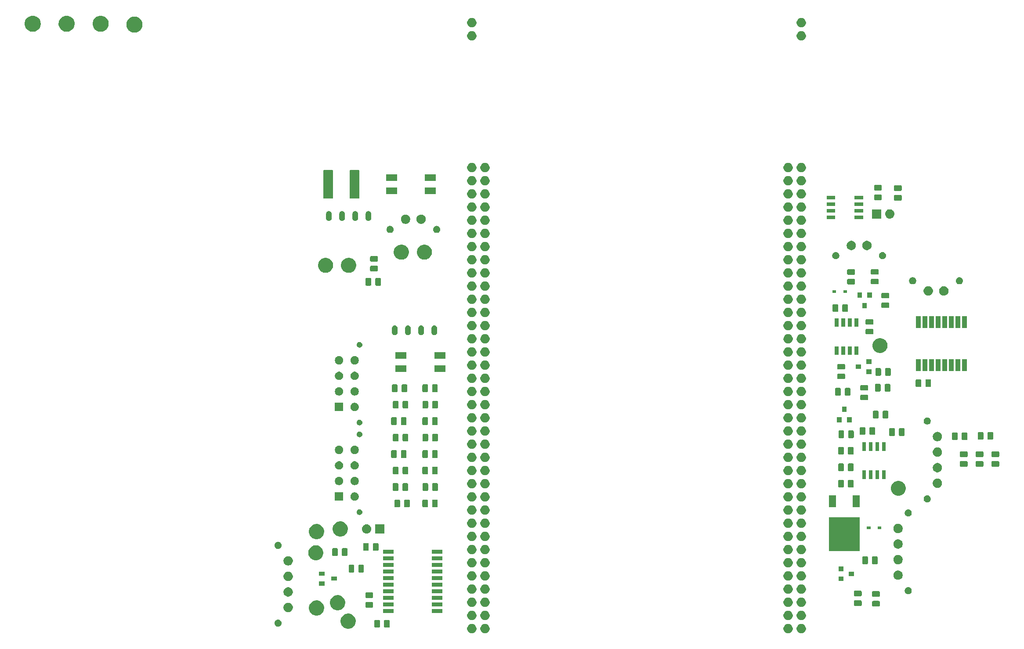
<source format=gbr>
G04 #@! TF.GenerationSoftware,KiCad,Pcbnew,(5.1.4)-1*
G04 #@! TF.CreationDate,2019-11-07T18:39:05-06:00*
G04 #@! TF.ProjectId,_autosave-_autosave-BPS-Nucleo,5f617574-6f73-4617-9665-2d5f6175746f,rev?*
G04 #@! TF.SameCoordinates,Original*
G04 #@! TF.FileFunction,Soldermask,Top*
G04 #@! TF.FilePolarity,Negative*
%FSLAX46Y46*%
G04 Gerber Fmt 4.6, Leading zero omitted, Abs format (unit mm)*
G04 Created by KiCad (PCBNEW (5.1.4)-1) date 2019-11-07 18:39:05*
%MOMM*%
%LPD*%
G04 APERTURE LIST*
%ADD10C,0.100000*%
G04 APERTURE END LIST*
D10*
G36*
X188073512Y-143502927D02*
G01*
X188222812Y-143532624D01*
X188386784Y-143600544D01*
X188534354Y-143699147D01*
X188659853Y-143824646D01*
X188758456Y-143972216D01*
X188826376Y-144136188D01*
X188861000Y-144310259D01*
X188861000Y-144487741D01*
X188826376Y-144661812D01*
X188758456Y-144825784D01*
X188659853Y-144973354D01*
X188534354Y-145098853D01*
X188386784Y-145197456D01*
X188222812Y-145265376D01*
X188073512Y-145295073D01*
X188048742Y-145300000D01*
X187871258Y-145300000D01*
X187846488Y-145295073D01*
X187697188Y-145265376D01*
X187533216Y-145197456D01*
X187385646Y-145098853D01*
X187260147Y-144973354D01*
X187161544Y-144825784D01*
X187093624Y-144661812D01*
X187059000Y-144487741D01*
X187059000Y-144310259D01*
X187093624Y-144136188D01*
X187161544Y-143972216D01*
X187260147Y-143824646D01*
X187385646Y-143699147D01*
X187533216Y-143600544D01*
X187697188Y-143532624D01*
X187846488Y-143502927D01*
X187871258Y-143498000D01*
X188048742Y-143498000D01*
X188073512Y-143502927D01*
X188073512Y-143502927D01*
G37*
G36*
X185533512Y-143502927D02*
G01*
X185682812Y-143532624D01*
X185846784Y-143600544D01*
X185994354Y-143699147D01*
X186119853Y-143824646D01*
X186218456Y-143972216D01*
X186286376Y-144136188D01*
X186321000Y-144310259D01*
X186321000Y-144487741D01*
X186286376Y-144661812D01*
X186218456Y-144825784D01*
X186119853Y-144973354D01*
X185994354Y-145098853D01*
X185846784Y-145197456D01*
X185682812Y-145265376D01*
X185533512Y-145295073D01*
X185508742Y-145300000D01*
X185331258Y-145300000D01*
X185306488Y-145295073D01*
X185157188Y-145265376D01*
X184993216Y-145197456D01*
X184845646Y-145098853D01*
X184720147Y-144973354D01*
X184621544Y-144825784D01*
X184553624Y-144661812D01*
X184519000Y-144487741D01*
X184519000Y-144310259D01*
X184553624Y-144136188D01*
X184621544Y-143972216D01*
X184720147Y-143824646D01*
X184845646Y-143699147D01*
X184993216Y-143600544D01*
X185157188Y-143532624D01*
X185306488Y-143502927D01*
X185331258Y-143498000D01*
X185508742Y-143498000D01*
X185533512Y-143502927D01*
X185533512Y-143502927D01*
G37*
G36*
X124573512Y-143502927D02*
G01*
X124722812Y-143532624D01*
X124886784Y-143600544D01*
X125034354Y-143699147D01*
X125159853Y-143824646D01*
X125258456Y-143972216D01*
X125326376Y-144136188D01*
X125361000Y-144310259D01*
X125361000Y-144487741D01*
X125326376Y-144661812D01*
X125258456Y-144825784D01*
X125159853Y-144973354D01*
X125034354Y-145098853D01*
X124886784Y-145197456D01*
X124722812Y-145265376D01*
X124573512Y-145295073D01*
X124548742Y-145300000D01*
X124371258Y-145300000D01*
X124346488Y-145295073D01*
X124197188Y-145265376D01*
X124033216Y-145197456D01*
X123885646Y-145098853D01*
X123760147Y-144973354D01*
X123661544Y-144825784D01*
X123593624Y-144661812D01*
X123559000Y-144487741D01*
X123559000Y-144310259D01*
X123593624Y-144136188D01*
X123661544Y-143972216D01*
X123760147Y-143824646D01*
X123885646Y-143699147D01*
X124033216Y-143600544D01*
X124197188Y-143532624D01*
X124346488Y-143502927D01*
X124371258Y-143498000D01*
X124548742Y-143498000D01*
X124573512Y-143502927D01*
X124573512Y-143502927D01*
G37*
G36*
X127113512Y-143502927D02*
G01*
X127262812Y-143532624D01*
X127426784Y-143600544D01*
X127574354Y-143699147D01*
X127699853Y-143824646D01*
X127798456Y-143972216D01*
X127866376Y-144136188D01*
X127901000Y-144310259D01*
X127901000Y-144487741D01*
X127866376Y-144661812D01*
X127798456Y-144825784D01*
X127699853Y-144973354D01*
X127574354Y-145098853D01*
X127426784Y-145197456D01*
X127262812Y-145265376D01*
X127113512Y-145295073D01*
X127088742Y-145300000D01*
X126911258Y-145300000D01*
X126886488Y-145295073D01*
X126737188Y-145265376D01*
X126573216Y-145197456D01*
X126425646Y-145098853D01*
X126300147Y-144973354D01*
X126201544Y-144825784D01*
X126133624Y-144661812D01*
X126099000Y-144487741D01*
X126099000Y-144310259D01*
X126133624Y-144136188D01*
X126201544Y-143972216D01*
X126300147Y-143824646D01*
X126425646Y-143699147D01*
X126573216Y-143600544D01*
X126737188Y-143532624D01*
X126886488Y-143502927D01*
X126911258Y-143498000D01*
X127088742Y-143498000D01*
X127113512Y-143502927D01*
X127113512Y-143502927D01*
G37*
G36*
X101047881Y-141555960D02*
G01*
X101311945Y-141665339D01*
X101549598Y-141824134D01*
X101751706Y-142026242D01*
X101910501Y-142263895D01*
X102019880Y-142527959D01*
X102075640Y-142808288D01*
X102075640Y-143094112D01*
X102019880Y-143374441D01*
X101910501Y-143638505D01*
X101751706Y-143876158D01*
X101549598Y-144078266D01*
X101311945Y-144237061D01*
X101047881Y-144346440D01*
X100767552Y-144402200D01*
X100481728Y-144402200D01*
X100201399Y-144346440D01*
X99937335Y-144237061D01*
X99699682Y-144078266D01*
X99497574Y-143876158D01*
X99338779Y-143638505D01*
X99229400Y-143374441D01*
X99173640Y-143094112D01*
X99173640Y-142808288D01*
X99229400Y-142527959D01*
X99338779Y-142263895D01*
X99497574Y-142026242D01*
X99699682Y-141824134D01*
X99937335Y-141665339D01*
X100201399Y-141555960D01*
X100481728Y-141500200D01*
X100767552Y-141500200D01*
X101047881Y-141555960D01*
X101047881Y-141555960D01*
G37*
G36*
X108459608Y-142712765D02*
G01*
X108498278Y-142724496D01*
X108533917Y-142743546D01*
X108565157Y-142769183D01*
X108590794Y-142800423D01*
X108609844Y-142836062D01*
X108621575Y-142874732D01*
X108626140Y-142921088D01*
X108626140Y-143997312D01*
X108621575Y-144043668D01*
X108609844Y-144082338D01*
X108590794Y-144117977D01*
X108565157Y-144149217D01*
X108533917Y-144174854D01*
X108498278Y-144193904D01*
X108459608Y-144205635D01*
X108413252Y-144210200D01*
X107762028Y-144210200D01*
X107715672Y-144205635D01*
X107677002Y-144193904D01*
X107641363Y-144174854D01*
X107610123Y-144149217D01*
X107584486Y-144117977D01*
X107565436Y-144082338D01*
X107553705Y-144043668D01*
X107549140Y-143997312D01*
X107549140Y-142921088D01*
X107553705Y-142874732D01*
X107565436Y-142836062D01*
X107584486Y-142800423D01*
X107610123Y-142769183D01*
X107641363Y-142743546D01*
X107677002Y-142724496D01*
X107715672Y-142712765D01*
X107762028Y-142708200D01*
X108413252Y-142708200D01*
X108459608Y-142712765D01*
X108459608Y-142712765D01*
G37*
G36*
X106584608Y-142712765D02*
G01*
X106623278Y-142724496D01*
X106658917Y-142743546D01*
X106690157Y-142769183D01*
X106715794Y-142800423D01*
X106734844Y-142836062D01*
X106746575Y-142874732D01*
X106751140Y-142921088D01*
X106751140Y-143997312D01*
X106746575Y-144043668D01*
X106734844Y-144082338D01*
X106715794Y-144117977D01*
X106690157Y-144149217D01*
X106658917Y-144174854D01*
X106623278Y-144193904D01*
X106584608Y-144205635D01*
X106538252Y-144210200D01*
X105887028Y-144210200D01*
X105840672Y-144205635D01*
X105802002Y-144193904D01*
X105766363Y-144174854D01*
X105735123Y-144149217D01*
X105709486Y-144117977D01*
X105690436Y-144082338D01*
X105678705Y-144043668D01*
X105674140Y-143997312D01*
X105674140Y-142921088D01*
X105678705Y-142874732D01*
X105690436Y-142836062D01*
X105709486Y-142800423D01*
X105735123Y-142769183D01*
X105766363Y-142743546D01*
X105802002Y-142724496D01*
X105840672Y-142712765D01*
X105887028Y-142708200D01*
X106538252Y-142708200D01*
X106584608Y-142712765D01*
X106584608Y-142712765D01*
G37*
G36*
X87297578Y-142665202D02*
G01*
X87422421Y-142716914D01*
X87422423Y-142716915D01*
X87440053Y-142728695D01*
X87534779Y-142791989D01*
X87630331Y-142887541D01*
X87705406Y-142999899D01*
X87757118Y-143124742D01*
X87783480Y-143257274D01*
X87783480Y-143392406D01*
X87757118Y-143524938D01*
X87710076Y-143638506D01*
X87705405Y-143649783D01*
X87630331Y-143762139D01*
X87534779Y-143857691D01*
X87422423Y-143932765D01*
X87422422Y-143932766D01*
X87422421Y-143932766D01*
X87297578Y-143984478D01*
X87165046Y-144010840D01*
X87029914Y-144010840D01*
X86897382Y-143984478D01*
X86772539Y-143932766D01*
X86772538Y-143932766D01*
X86772537Y-143932765D01*
X86660181Y-143857691D01*
X86564629Y-143762139D01*
X86489555Y-143649783D01*
X86484884Y-143638506D01*
X86437842Y-143524938D01*
X86411480Y-143392406D01*
X86411480Y-143257274D01*
X86437842Y-143124742D01*
X86489554Y-142999899D01*
X86564629Y-142887541D01*
X86660181Y-142791989D01*
X86754907Y-142728695D01*
X86772537Y-142716915D01*
X86772539Y-142716914D01*
X86897382Y-142665202D01*
X87029914Y-142638840D01*
X87165046Y-142638840D01*
X87297578Y-142665202D01*
X87297578Y-142665202D01*
G37*
G36*
X127113512Y-140962927D02*
G01*
X127262812Y-140992624D01*
X127426784Y-141060544D01*
X127574354Y-141159147D01*
X127699853Y-141284646D01*
X127798456Y-141432216D01*
X127866376Y-141596188D01*
X127901000Y-141770259D01*
X127901000Y-141947741D01*
X127866376Y-142121812D01*
X127798456Y-142285784D01*
X127699853Y-142433354D01*
X127574354Y-142558853D01*
X127426784Y-142657456D01*
X127262812Y-142725376D01*
X127121032Y-142753577D01*
X127088742Y-142760000D01*
X126911258Y-142760000D01*
X126878968Y-142753577D01*
X126737188Y-142725376D01*
X126573216Y-142657456D01*
X126425646Y-142558853D01*
X126300147Y-142433354D01*
X126201544Y-142285784D01*
X126133624Y-142121812D01*
X126099000Y-141947741D01*
X126099000Y-141770259D01*
X126133624Y-141596188D01*
X126201544Y-141432216D01*
X126300147Y-141284646D01*
X126425646Y-141159147D01*
X126573216Y-141060544D01*
X126737188Y-140992624D01*
X126886488Y-140962927D01*
X126911258Y-140958000D01*
X127088742Y-140958000D01*
X127113512Y-140962927D01*
X127113512Y-140962927D01*
G37*
G36*
X124573512Y-140962927D02*
G01*
X124722812Y-140992624D01*
X124886784Y-141060544D01*
X125034354Y-141159147D01*
X125159853Y-141284646D01*
X125258456Y-141432216D01*
X125326376Y-141596188D01*
X125361000Y-141770259D01*
X125361000Y-141947741D01*
X125326376Y-142121812D01*
X125258456Y-142285784D01*
X125159853Y-142433354D01*
X125034354Y-142558853D01*
X124886784Y-142657456D01*
X124722812Y-142725376D01*
X124581032Y-142753577D01*
X124548742Y-142760000D01*
X124371258Y-142760000D01*
X124338968Y-142753577D01*
X124197188Y-142725376D01*
X124033216Y-142657456D01*
X123885646Y-142558853D01*
X123760147Y-142433354D01*
X123661544Y-142285784D01*
X123593624Y-142121812D01*
X123559000Y-141947741D01*
X123559000Y-141770259D01*
X123593624Y-141596188D01*
X123661544Y-141432216D01*
X123760147Y-141284646D01*
X123885646Y-141159147D01*
X124033216Y-141060544D01*
X124197188Y-140992624D01*
X124346488Y-140962927D01*
X124371258Y-140958000D01*
X124548742Y-140958000D01*
X124573512Y-140962927D01*
X124573512Y-140962927D01*
G37*
G36*
X185533512Y-140962927D02*
G01*
X185682812Y-140992624D01*
X185846784Y-141060544D01*
X185994354Y-141159147D01*
X186119853Y-141284646D01*
X186218456Y-141432216D01*
X186286376Y-141596188D01*
X186321000Y-141770259D01*
X186321000Y-141947741D01*
X186286376Y-142121812D01*
X186218456Y-142285784D01*
X186119853Y-142433354D01*
X185994354Y-142558853D01*
X185846784Y-142657456D01*
X185682812Y-142725376D01*
X185541032Y-142753577D01*
X185508742Y-142760000D01*
X185331258Y-142760000D01*
X185298968Y-142753577D01*
X185157188Y-142725376D01*
X184993216Y-142657456D01*
X184845646Y-142558853D01*
X184720147Y-142433354D01*
X184621544Y-142285784D01*
X184553624Y-142121812D01*
X184519000Y-141947741D01*
X184519000Y-141770259D01*
X184553624Y-141596188D01*
X184621544Y-141432216D01*
X184720147Y-141284646D01*
X184845646Y-141159147D01*
X184993216Y-141060544D01*
X185157188Y-140992624D01*
X185306488Y-140962927D01*
X185331258Y-140958000D01*
X185508742Y-140958000D01*
X185533512Y-140962927D01*
X185533512Y-140962927D01*
G37*
G36*
X188073512Y-140962927D02*
G01*
X188222812Y-140992624D01*
X188386784Y-141060544D01*
X188534354Y-141159147D01*
X188659853Y-141284646D01*
X188758456Y-141432216D01*
X188826376Y-141596188D01*
X188861000Y-141770259D01*
X188861000Y-141947741D01*
X188826376Y-142121812D01*
X188758456Y-142285784D01*
X188659853Y-142433354D01*
X188534354Y-142558853D01*
X188386784Y-142657456D01*
X188222812Y-142725376D01*
X188081032Y-142753577D01*
X188048742Y-142760000D01*
X187871258Y-142760000D01*
X187838968Y-142753577D01*
X187697188Y-142725376D01*
X187533216Y-142657456D01*
X187385646Y-142558853D01*
X187260147Y-142433354D01*
X187161544Y-142285784D01*
X187093624Y-142121812D01*
X187059000Y-141947741D01*
X187059000Y-141770259D01*
X187093624Y-141596188D01*
X187161544Y-141432216D01*
X187260147Y-141284646D01*
X187385646Y-141159147D01*
X187533216Y-141060544D01*
X187697188Y-140992624D01*
X187846488Y-140962927D01*
X187871258Y-140958000D01*
X188048742Y-140958000D01*
X188073512Y-140962927D01*
X188073512Y-140962927D01*
G37*
G36*
X94951881Y-139015960D02*
G01*
X95215945Y-139125339D01*
X95453598Y-139284134D01*
X95655706Y-139486242D01*
X95814501Y-139723895D01*
X95923880Y-139987959D01*
X95979640Y-140268288D01*
X95979640Y-140554112D01*
X95923880Y-140834441D01*
X95814501Y-141098505D01*
X95655706Y-141336158D01*
X95453598Y-141538266D01*
X95215945Y-141697061D01*
X94951881Y-141806440D01*
X94671552Y-141862200D01*
X94385728Y-141862200D01*
X94105399Y-141806440D01*
X93841335Y-141697061D01*
X93603682Y-141538266D01*
X93401574Y-141336158D01*
X93242779Y-141098505D01*
X93133400Y-140834441D01*
X93077640Y-140554112D01*
X93077640Y-140268288D01*
X93133400Y-139987959D01*
X93242779Y-139723895D01*
X93401574Y-139486242D01*
X93603682Y-139284134D01*
X93841335Y-139125339D01*
X94105399Y-139015960D01*
X94385728Y-138960200D01*
X94671552Y-138960200D01*
X94951881Y-139015960D01*
X94951881Y-139015960D01*
G37*
G36*
X118787640Y-141369199D02*
G01*
X116735640Y-141369199D01*
X116735640Y-140667199D01*
X118787640Y-140667199D01*
X118787640Y-141369199D01*
X118787640Y-141369199D01*
G37*
G36*
X109387640Y-141369199D02*
G01*
X107335640Y-141369199D01*
X107335640Y-140667199D01*
X109387640Y-140667199D01*
X109387640Y-141369199D01*
X109387640Y-141369199D01*
G37*
G36*
X89170992Y-139428767D02*
G01*
X89320292Y-139458464D01*
X89484264Y-139526384D01*
X89631834Y-139624987D01*
X89757333Y-139750486D01*
X89855936Y-139898056D01*
X89923856Y-140062028D01*
X89958480Y-140236099D01*
X89958480Y-140413581D01*
X89923856Y-140587652D01*
X89855936Y-140751624D01*
X89757333Y-140899194D01*
X89631834Y-141024693D01*
X89484264Y-141123296D01*
X89320292Y-141191216D01*
X89170992Y-141220913D01*
X89146222Y-141225840D01*
X88968738Y-141225840D01*
X88943968Y-141220913D01*
X88794668Y-141191216D01*
X88630696Y-141123296D01*
X88483126Y-141024693D01*
X88357627Y-140899194D01*
X88259024Y-140751624D01*
X88191104Y-140587652D01*
X88156480Y-140413581D01*
X88156480Y-140236099D01*
X88191104Y-140062028D01*
X88259024Y-139898056D01*
X88357627Y-139750486D01*
X88483126Y-139624987D01*
X88630696Y-139526384D01*
X88794668Y-139458464D01*
X88943968Y-139428767D01*
X88968738Y-139423840D01*
X89146222Y-139423840D01*
X89170992Y-139428767D01*
X89170992Y-139428767D01*
G37*
G36*
X99015881Y-137999960D02*
G01*
X99279945Y-138109339D01*
X99517598Y-138268134D01*
X99719706Y-138470242D01*
X99878501Y-138707895D01*
X99987880Y-138971959D01*
X100043640Y-139252288D01*
X100043640Y-139538112D01*
X99987880Y-139818441D01*
X99878501Y-140082505D01*
X99719706Y-140320158D01*
X99517598Y-140522266D01*
X99279945Y-140681061D01*
X99015881Y-140790440D01*
X98735552Y-140846200D01*
X98449728Y-140846200D01*
X98169399Y-140790440D01*
X97905335Y-140681061D01*
X97667682Y-140522266D01*
X97465574Y-140320158D01*
X97306779Y-140082505D01*
X97197400Y-139818441D01*
X97141640Y-139538112D01*
X97141640Y-139252288D01*
X97197400Y-138971959D01*
X97306779Y-138707895D01*
X97465574Y-138470242D01*
X97667682Y-138268134D01*
X97905335Y-138109339D01*
X98169399Y-137999960D01*
X98449728Y-137944200D01*
X98735552Y-137944200D01*
X99015881Y-137999960D01*
X99015881Y-137999960D01*
G37*
G36*
X105273108Y-139290765D02*
G01*
X105311778Y-139302496D01*
X105347417Y-139321546D01*
X105378657Y-139347183D01*
X105404294Y-139378423D01*
X105423344Y-139414062D01*
X105435075Y-139452732D01*
X105439640Y-139499088D01*
X105439640Y-140150312D01*
X105435075Y-140196668D01*
X105423344Y-140235338D01*
X105404294Y-140270977D01*
X105378657Y-140302217D01*
X105347417Y-140327854D01*
X105311778Y-140346904D01*
X105273108Y-140358635D01*
X105226752Y-140363200D01*
X104150528Y-140363200D01*
X104104172Y-140358635D01*
X104065502Y-140346904D01*
X104029863Y-140327854D01*
X103998623Y-140302217D01*
X103972986Y-140270977D01*
X103953936Y-140235338D01*
X103942205Y-140196668D01*
X103937640Y-140150312D01*
X103937640Y-139499088D01*
X103942205Y-139452732D01*
X103953936Y-139414062D01*
X103972986Y-139378423D01*
X103998623Y-139347183D01*
X104029863Y-139321546D01*
X104065502Y-139302496D01*
X104104172Y-139290765D01*
X104150528Y-139286200D01*
X105226752Y-139286200D01*
X105273108Y-139290765D01*
X105273108Y-139290765D01*
G37*
G36*
X185533512Y-138422927D02*
G01*
X185682812Y-138452624D01*
X185846784Y-138520544D01*
X185994354Y-138619147D01*
X186119853Y-138744646D01*
X186218456Y-138892216D01*
X186286376Y-139056188D01*
X186321000Y-139230259D01*
X186321000Y-139407741D01*
X186286376Y-139581812D01*
X186218456Y-139745784D01*
X186119853Y-139893354D01*
X185994354Y-140018853D01*
X185846784Y-140117456D01*
X185682812Y-140185376D01*
X185533512Y-140215073D01*
X185508742Y-140220000D01*
X185331258Y-140220000D01*
X185306488Y-140215073D01*
X185157188Y-140185376D01*
X184993216Y-140117456D01*
X184845646Y-140018853D01*
X184720147Y-139893354D01*
X184621544Y-139745784D01*
X184553624Y-139581812D01*
X184519000Y-139407741D01*
X184519000Y-139230259D01*
X184553624Y-139056188D01*
X184621544Y-138892216D01*
X184720147Y-138744646D01*
X184845646Y-138619147D01*
X184993216Y-138520544D01*
X185157188Y-138452624D01*
X185306488Y-138422927D01*
X185331258Y-138418000D01*
X185508742Y-138418000D01*
X185533512Y-138422927D01*
X185533512Y-138422927D01*
G37*
G36*
X127113512Y-138422927D02*
G01*
X127262812Y-138452624D01*
X127426784Y-138520544D01*
X127574354Y-138619147D01*
X127699853Y-138744646D01*
X127798456Y-138892216D01*
X127866376Y-139056188D01*
X127901000Y-139230259D01*
X127901000Y-139407741D01*
X127866376Y-139581812D01*
X127798456Y-139745784D01*
X127699853Y-139893354D01*
X127574354Y-140018853D01*
X127426784Y-140117456D01*
X127262812Y-140185376D01*
X127113512Y-140215073D01*
X127088742Y-140220000D01*
X126911258Y-140220000D01*
X126886488Y-140215073D01*
X126737188Y-140185376D01*
X126573216Y-140117456D01*
X126425646Y-140018853D01*
X126300147Y-139893354D01*
X126201544Y-139745784D01*
X126133624Y-139581812D01*
X126099000Y-139407741D01*
X126099000Y-139230259D01*
X126133624Y-139056188D01*
X126201544Y-138892216D01*
X126300147Y-138744646D01*
X126425646Y-138619147D01*
X126573216Y-138520544D01*
X126737188Y-138452624D01*
X126886488Y-138422927D01*
X126911258Y-138418000D01*
X127088742Y-138418000D01*
X127113512Y-138422927D01*
X127113512Y-138422927D01*
G37*
G36*
X124573512Y-138422927D02*
G01*
X124722812Y-138452624D01*
X124886784Y-138520544D01*
X125034354Y-138619147D01*
X125159853Y-138744646D01*
X125258456Y-138892216D01*
X125326376Y-139056188D01*
X125361000Y-139230259D01*
X125361000Y-139407741D01*
X125326376Y-139581812D01*
X125258456Y-139745784D01*
X125159853Y-139893354D01*
X125034354Y-140018853D01*
X124886784Y-140117456D01*
X124722812Y-140185376D01*
X124573512Y-140215073D01*
X124548742Y-140220000D01*
X124371258Y-140220000D01*
X124346488Y-140215073D01*
X124197188Y-140185376D01*
X124033216Y-140117456D01*
X123885646Y-140018853D01*
X123760147Y-139893354D01*
X123661544Y-139745784D01*
X123593624Y-139581812D01*
X123559000Y-139407741D01*
X123559000Y-139230259D01*
X123593624Y-139056188D01*
X123661544Y-138892216D01*
X123760147Y-138744646D01*
X123885646Y-138619147D01*
X124033216Y-138520544D01*
X124197188Y-138452624D01*
X124346488Y-138422927D01*
X124371258Y-138418000D01*
X124548742Y-138418000D01*
X124573512Y-138422927D01*
X124573512Y-138422927D01*
G37*
G36*
X188073512Y-138422927D02*
G01*
X188222812Y-138452624D01*
X188386784Y-138520544D01*
X188534354Y-138619147D01*
X188659853Y-138744646D01*
X188758456Y-138892216D01*
X188826376Y-139056188D01*
X188861000Y-139230259D01*
X188861000Y-139407741D01*
X188826376Y-139581812D01*
X188758456Y-139745784D01*
X188659853Y-139893354D01*
X188534354Y-140018853D01*
X188386784Y-140117456D01*
X188222812Y-140185376D01*
X188073512Y-140215073D01*
X188048742Y-140220000D01*
X187871258Y-140220000D01*
X187846488Y-140215073D01*
X187697188Y-140185376D01*
X187533216Y-140117456D01*
X187385646Y-140018853D01*
X187260147Y-139893354D01*
X187161544Y-139745784D01*
X187093624Y-139581812D01*
X187059000Y-139407741D01*
X187059000Y-139230259D01*
X187093624Y-139056188D01*
X187161544Y-138892216D01*
X187260147Y-138744646D01*
X187385646Y-138619147D01*
X187533216Y-138520544D01*
X187697188Y-138452624D01*
X187846488Y-138422927D01*
X187871258Y-138418000D01*
X188048742Y-138418000D01*
X188073512Y-138422927D01*
X188073512Y-138422927D01*
G37*
G36*
X202925948Y-139059865D02*
G01*
X202964618Y-139071596D01*
X203000257Y-139090646D01*
X203031497Y-139116283D01*
X203057134Y-139147523D01*
X203076184Y-139183162D01*
X203087915Y-139221832D01*
X203092480Y-139268188D01*
X203092480Y-139919412D01*
X203087915Y-139965768D01*
X203076184Y-140004438D01*
X203057134Y-140040077D01*
X203031497Y-140071317D01*
X203000257Y-140096954D01*
X202964618Y-140116004D01*
X202925948Y-140127735D01*
X202879592Y-140132300D01*
X201803368Y-140132300D01*
X201757012Y-140127735D01*
X201718342Y-140116004D01*
X201682703Y-140096954D01*
X201651463Y-140071317D01*
X201625826Y-140040077D01*
X201606776Y-140004438D01*
X201595045Y-139965768D01*
X201590480Y-139919412D01*
X201590480Y-139268188D01*
X201595045Y-139221832D01*
X201606776Y-139183162D01*
X201625826Y-139147523D01*
X201651463Y-139116283D01*
X201682703Y-139090646D01*
X201718342Y-139071596D01*
X201757012Y-139059865D01*
X201803368Y-139055300D01*
X202879592Y-139055300D01*
X202925948Y-139059865D01*
X202925948Y-139059865D01*
G37*
G36*
X118787640Y-140099199D02*
G01*
X116735640Y-140099199D01*
X116735640Y-139397199D01*
X118787640Y-139397199D01*
X118787640Y-140099199D01*
X118787640Y-140099199D01*
G37*
G36*
X109387640Y-140099199D02*
G01*
X107335640Y-140099199D01*
X107335640Y-139397199D01*
X109387640Y-139397199D01*
X109387640Y-140099199D01*
X109387640Y-140099199D01*
G37*
G36*
X199435988Y-138958265D02*
G01*
X199474658Y-138969996D01*
X199510297Y-138989046D01*
X199541537Y-139014683D01*
X199567174Y-139045923D01*
X199586224Y-139081562D01*
X199597955Y-139120232D01*
X199602520Y-139166588D01*
X199602520Y-139817812D01*
X199597955Y-139864168D01*
X199586224Y-139902838D01*
X199567174Y-139938477D01*
X199541537Y-139969717D01*
X199510297Y-139995354D01*
X199474658Y-140014404D01*
X199435988Y-140026135D01*
X199389632Y-140030700D01*
X198313408Y-140030700D01*
X198267052Y-140026135D01*
X198228382Y-140014404D01*
X198192743Y-139995354D01*
X198161503Y-139969717D01*
X198135866Y-139938477D01*
X198116816Y-139902838D01*
X198105085Y-139864168D01*
X198100520Y-139817812D01*
X198100520Y-139166588D01*
X198105085Y-139120232D01*
X198116816Y-139081562D01*
X198135866Y-139045923D01*
X198161503Y-139014683D01*
X198192743Y-138989046D01*
X198228382Y-138969996D01*
X198267052Y-138958265D01*
X198313408Y-138953700D01*
X199389632Y-138953700D01*
X199435988Y-138958265D01*
X199435988Y-138958265D01*
G37*
G36*
X118787640Y-138829199D02*
G01*
X116735640Y-138829199D01*
X116735640Y-138127199D01*
X118787640Y-138127199D01*
X118787640Y-138829199D01*
X118787640Y-138829199D01*
G37*
G36*
X109387640Y-138829199D02*
G01*
X107335640Y-138829199D01*
X107335640Y-138127199D01*
X109387640Y-138127199D01*
X109387640Y-138829199D01*
X109387640Y-138829199D01*
G37*
G36*
X105273108Y-137415765D02*
G01*
X105311778Y-137427496D01*
X105347417Y-137446546D01*
X105378657Y-137472183D01*
X105404294Y-137503423D01*
X105423344Y-137539062D01*
X105435075Y-137577732D01*
X105439640Y-137624088D01*
X105439640Y-138275312D01*
X105435075Y-138321668D01*
X105423344Y-138360338D01*
X105404294Y-138395977D01*
X105378657Y-138427217D01*
X105347417Y-138452854D01*
X105311778Y-138471904D01*
X105273108Y-138483635D01*
X105226752Y-138488200D01*
X104150528Y-138488200D01*
X104104172Y-138483635D01*
X104065502Y-138471904D01*
X104029863Y-138452854D01*
X103998623Y-138427217D01*
X103972986Y-138395977D01*
X103953936Y-138360338D01*
X103942205Y-138321668D01*
X103937640Y-138275312D01*
X103937640Y-137624088D01*
X103942205Y-137577732D01*
X103953936Y-137539062D01*
X103972986Y-137503423D01*
X103998623Y-137472183D01*
X104029863Y-137446546D01*
X104065502Y-137427496D01*
X104104172Y-137415765D01*
X104150528Y-137411200D01*
X105226752Y-137411200D01*
X105273108Y-137415765D01*
X105273108Y-137415765D01*
G37*
G36*
X202925948Y-137184865D02*
G01*
X202964618Y-137196596D01*
X203000257Y-137215646D01*
X203031497Y-137241283D01*
X203057134Y-137272523D01*
X203076184Y-137308162D01*
X203087915Y-137346832D01*
X203092480Y-137393188D01*
X203092480Y-138044412D01*
X203087915Y-138090768D01*
X203076184Y-138129438D01*
X203057134Y-138165077D01*
X203031497Y-138196317D01*
X203000257Y-138221954D01*
X202964618Y-138241004D01*
X202925948Y-138252735D01*
X202879592Y-138257300D01*
X201803368Y-138257300D01*
X201757012Y-138252735D01*
X201718342Y-138241004D01*
X201682703Y-138221954D01*
X201651463Y-138196317D01*
X201625826Y-138165077D01*
X201606776Y-138129438D01*
X201595045Y-138090768D01*
X201590480Y-138044412D01*
X201590480Y-137393188D01*
X201595045Y-137346832D01*
X201606776Y-137308162D01*
X201625826Y-137272523D01*
X201651463Y-137241283D01*
X201682703Y-137215646D01*
X201718342Y-137196596D01*
X201757012Y-137184865D01*
X201803368Y-137180300D01*
X202879592Y-137180300D01*
X202925948Y-137184865D01*
X202925948Y-137184865D01*
G37*
G36*
X89165838Y-136427742D02*
G01*
X89320292Y-136458464D01*
X89484264Y-136526384D01*
X89631834Y-136624987D01*
X89757333Y-136750486D01*
X89855936Y-136898056D01*
X89923856Y-137062028D01*
X89950974Y-137198363D01*
X89958480Y-137236098D01*
X89958480Y-137413582D01*
X89955712Y-137427496D01*
X89923856Y-137587652D01*
X89855936Y-137751624D01*
X89757333Y-137899194D01*
X89631834Y-138024693D01*
X89484264Y-138123296D01*
X89320292Y-138191216D01*
X89180860Y-138218950D01*
X89146222Y-138225840D01*
X88968738Y-138225840D01*
X88934100Y-138218950D01*
X88794668Y-138191216D01*
X88630696Y-138123296D01*
X88483126Y-138024693D01*
X88357627Y-137899194D01*
X88259024Y-137751624D01*
X88191104Y-137587652D01*
X88159248Y-137427496D01*
X88156480Y-137413582D01*
X88156480Y-137236098D01*
X88163986Y-137198363D01*
X88191104Y-137062028D01*
X88259024Y-136898056D01*
X88357627Y-136750486D01*
X88483126Y-136624987D01*
X88630696Y-136526384D01*
X88794668Y-136458464D01*
X88949122Y-136427742D01*
X88968738Y-136423840D01*
X89146222Y-136423840D01*
X89165838Y-136427742D01*
X89165838Y-136427742D01*
G37*
G36*
X199435988Y-137083265D02*
G01*
X199474658Y-137094996D01*
X199510297Y-137114046D01*
X199541537Y-137139683D01*
X199567174Y-137170923D01*
X199586224Y-137206562D01*
X199597955Y-137245232D01*
X199602520Y-137291588D01*
X199602520Y-137942812D01*
X199597955Y-137989168D01*
X199586224Y-138027838D01*
X199567174Y-138063477D01*
X199541537Y-138094717D01*
X199510297Y-138120354D01*
X199474658Y-138139404D01*
X199435988Y-138151135D01*
X199389632Y-138155700D01*
X198313408Y-138155700D01*
X198267052Y-138151135D01*
X198228382Y-138139404D01*
X198192743Y-138120354D01*
X198161503Y-138094717D01*
X198135866Y-138063477D01*
X198116816Y-138027838D01*
X198105085Y-137989168D01*
X198100520Y-137942812D01*
X198100520Y-137291588D01*
X198105085Y-137245232D01*
X198116816Y-137206562D01*
X198135866Y-137170923D01*
X198161503Y-137139683D01*
X198192743Y-137114046D01*
X198228382Y-137094996D01*
X198267052Y-137083265D01*
X198313408Y-137078700D01*
X199389632Y-137078700D01*
X199435988Y-137083265D01*
X199435988Y-137083265D01*
G37*
G36*
X208763698Y-136427742D02*
G01*
X208837869Y-136458465D01*
X208888543Y-136479455D01*
X209000899Y-136554529D01*
X209096451Y-136650081D01*
X209163540Y-136750486D01*
X209171526Y-136762439D01*
X209223238Y-136887282D01*
X209249600Y-137019814D01*
X209249600Y-137154946D01*
X209223238Y-137287478D01*
X209195951Y-137353354D01*
X209171525Y-137412323D01*
X209096451Y-137524679D01*
X209000899Y-137620231D01*
X208888543Y-137695305D01*
X208888542Y-137695306D01*
X208888541Y-137695306D01*
X208763698Y-137747018D01*
X208631166Y-137773380D01*
X208496034Y-137773380D01*
X208363502Y-137747018D01*
X208238659Y-137695306D01*
X208238658Y-137695306D01*
X208238657Y-137695305D01*
X208126301Y-137620231D01*
X208030749Y-137524679D01*
X207955675Y-137412323D01*
X207931249Y-137353354D01*
X207903962Y-137287478D01*
X207877600Y-137154946D01*
X207877600Y-137019814D01*
X207903962Y-136887282D01*
X207955674Y-136762439D01*
X207963661Y-136750486D01*
X208030749Y-136650081D01*
X208126301Y-136554529D01*
X208238657Y-136479455D01*
X208289331Y-136458465D01*
X208363502Y-136427742D01*
X208496034Y-136401380D01*
X208631166Y-136401380D01*
X208763698Y-136427742D01*
X208763698Y-136427742D01*
G37*
G36*
X127113512Y-135882927D02*
G01*
X127262812Y-135912624D01*
X127426784Y-135980544D01*
X127574354Y-136079147D01*
X127699853Y-136204646D01*
X127798456Y-136352216D01*
X127866376Y-136516188D01*
X127901000Y-136690259D01*
X127901000Y-136867741D01*
X127866376Y-137041812D01*
X127798456Y-137205784D01*
X127699853Y-137353354D01*
X127574354Y-137478853D01*
X127426784Y-137577456D01*
X127262812Y-137645376D01*
X127113512Y-137675073D01*
X127088742Y-137680000D01*
X126911258Y-137680000D01*
X126886488Y-137675073D01*
X126737188Y-137645376D01*
X126573216Y-137577456D01*
X126425646Y-137478853D01*
X126300147Y-137353354D01*
X126201544Y-137205784D01*
X126133624Y-137041812D01*
X126099000Y-136867741D01*
X126099000Y-136690259D01*
X126133624Y-136516188D01*
X126201544Y-136352216D01*
X126300147Y-136204646D01*
X126425646Y-136079147D01*
X126573216Y-135980544D01*
X126737188Y-135912624D01*
X126886488Y-135882927D01*
X126911258Y-135878000D01*
X127088742Y-135878000D01*
X127113512Y-135882927D01*
X127113512Y-135882927D01*
G37*
G36*
X185533512Y-135882927D02*
G01*
X185682812Y-135912624D01*
X185846784Y-135980544D01*
X185994354Y-136079147D01*
X186119853Y-136204646D01*
X186218456Y-136352216D01*
X186286376Y-136516188D01*
X186321000Y-136690259D01*
X186321000Y-136867741D01*
X186286376Y-137041812D01*
X186218456Y-137205784D01*
X186119853Y-137353354D01*
X185994354Y-137478853D01*
X185846784Y-137577456D01*
X185682812Y-137645376D01*
X185533512Y-137675073D01*
X185508742Y-137680000D01*
X185331258Y-137680000D01*
X185306488Y-137675073D01*
X185157188Y-137645376D01*
X184993216Y-137577456D01*
X184845646Y-137478853D01*
X184720147Y-137353354D01*
X184621544Y-137205784D01*
X184553624Y-137041812D01*
X184519000Y-136867741D01*
X184519000Y-136690259D01*
X184553624Y-136516188D01*
X184621544Y-136352216D01*
X184720147Y-136204646D01*
X184845646Y-136079147D01*
X184993216Y-135980544D01*
X185157188Y-135912624D01*
X185306488Y-135882927D01*
X185331258Y-135878000D01*
X185508742Y-135878000D01*
X185533512Y-135882927D01*
X185533512Y-135882927D01*
G37*
G36*
X188073512Y-135882927D02*
G01*
X188222812Y-135912624D01*
X188386784Y-135980544D01*
X188534354Y-136079147D01*
X188659853Y-136204646D01*
X188758456Y-136352216D01*
X188826376Y-136516188D01*
X188861000Y-136690259D01*
X188861000Y-136867741D01*
X188826376Y-137041812D01*
X188758456Y-137205784D01*
X188659853Y-137353354D01*
X188534354Y-137478853D01*
X188386784Y-137577456D01*
X188222812Y-137645376D01*
X188073512Y-137675073D01*
X188048742Y-137680000D01*
X187871258Y-137680000D01*
X187846488Y-137675073D01*
X187697188Y-137645376D01*
X187533216Y-137577456D01*
X187385646Y-137478853D01*
X187260147Y-137353354D01*
X187161544Y-137205784D01*
X187093624Y-137041812D01*
X187059000Y-136867741D01*
X187059000Y-136690259D01*
X187093624Y-136516188D01*
X187161544Y-136352216D01*
X187260147Y-136204646D01*
X187385646Y-136079147D01*
X187533216Y-135980544D01*
X187697188Y-135912624D01*
X187846488Y-135882927D01*
X187871258Y-135878000D01*
X188048742Y-135878000D01*
X188073512Y-135882927D01*
X188073512Y-135882927D01*
G37*
G36*
X124573512Y-135882927D02*
G01*
X124722812Y-135912624D01*
X124886784Y-135980544D01*
X125034354Y-136079147D01*
X125159853Y-136204646D01*
X125258456Y-136352216D01*
X125326376Y-136516188D01*
X125361000Y-136690259D01*
X125361000Y-136867741D01*
X125326376Y-137041812D01*
X125258456Y-137205784D01*
X125159853Y-137353354D01*
X125034354Y-137478853D01*
X124886784Y-137577456D01*
X124722812Y-137645376D01*
X124573512Y-137675073D01*
X124548742Y-137680000D01*
X124371258Y-137680000D01*
X124346488Y-137675073D01*
X124197188Y-137645376D01*
X124033216Y-137577456D01*
X123885646Y-137478853D01*
X123760147Y-137353354D01*
X123661544Y-137205784D01*
X123593624Y-137041812D01*
X123559000Y-136867741D01*
X123559000Y-136690259D01*
X123593624Y-136516188D01*
X123661544Y-136352216D01*
X123760147Y-136204646D01*
X123885646Y-136079147D01*
X124033216Y-135980544D01*
X124197188Y-135912624D01*
X124346488Y-135882927D01*
X124371258Y-135878000D01*
X124548742Y-135878000D01*
X124573512Y-135882927D01*
X124573512Y-135882927D01*
G37*
G36*
X109387640Y-137559199D02*
G01*
X107335640Y-137559199D01*
X107335640Y-136857199D01*
X109387640Y-136857199D01*
X109387640Y-137559199D01*
X109387640Y-137559199D01*
G37*
G36*
X118787640Y-137559199D02*
G01*
X116735640Y-137559199D01*
X116735640Y-136857199D01*
X118787640Y-136857199D01*
X118787640Y-137559199D01*
X118787640Y-137559199D01*
G37*
G36*
X118787640Y-136289199D02*
G01*
X116735640Y-136289199D01*
X116735640Y-135587199D01*
X118787640Y-135587199D01*
X118787640Y-136289199D01*
X118787640Y-136289199D01*
G37*
G36*
X109387640Y-136289199D02*
G01*
X107335640Y-136289199D01*
X107335640Y-135587199D01*
X109387640Y-135587199D01*
X109387640Y-136289199D01*
X109387640Y-136289199D01*
G37*
G36*
X96095640Y-136108200D02*
G01*
X94993640Y-136108200D01*
X94993640Y-135306200D01*
X96095640Y-135306200D01*
X96095640Y-136108200D01*
X96095640Y-136108200D01*
G37*
G36*
X196118080Y-135238680D02*
G01*
X195116080Y-135238680D01*
X195116080Y-134336680D01*
X196118080Y-134336680D01*
X196118080Y-135238680D01*
X196118080Y-135238680D01*
G37*
G36*
X89170992Y-133428767D02*
G01*
X89320292Y-133458464D01*
X89484264Y-133526384D01*
X89631834Y-133624987D01*
X89757333Y-133750486D01*
X89855936Y-133898056D01*
X89923856Y-134062028D01*
X89958480Y-134236099D01*
X89958480Y-134413581D01*
X89923856Y-134587652D01*
X89855936Y-134751624D01*
X89757333Y-134899194D01*
X89631834Y-135024693D01*
X89484264Y-135123296D01*
X89320292Y-135191216D01*
X89170992Y-135220913D01*
X89146222Y-135225840D01*
X88968738Y-135225840D01*
X88943968Y-135220913D01*
X88794668Y-135191216D01*
X88630696Y-135123296D01*
X88483126Y-135024693D01*
X88357627Y-134899194D01*
X88259024Y-134751624D01*
X88191104Y-134587652D01*
X88156480Y-134413581D01*
X88156480Y-134236099D01*
X88191104Y-134062028D01*
X88259024Y-133898056D01*
X88357627Y-133750486D01*
X88483126Y-133624987D01*
X88630696Y-133526384D01*
X88794668Y-133458464D01*
X88943968Y-133428767D01*
X88968738Y-133423840D01*
X89146222Y-133423840D01*
X89170992Y-133428767D01*
X89170992Y-133428767D01*
G37*
G36*
X98495640Y-135158200D02*
G01*
X97393640Y-135158200D01*
X97393640Y-134356200D01*
X98495640Y-134356200D01*
X98495640Y-135158200D01*
X98495640Y-135158200D01*
G37*
G36*
X124573512Y-133342927D02*
G01*
X124722812Y-133372624D01*
X124886784Y-133440544D01*
X125034354Y-133539147D01*
X125159853Y-133664646D01*
X125258456Y-133812216D01*
X125326376Y-133976188D01*
X125361000Y-134150259D01*
X125361000Y-134327741D01*
X125326376Y-134501812D01*
X125258456Y-134665784D01*
X125159853Y-134813354D01*
X125034354Y-134938853D01*
X124886784Y-135037456D01*
X124722812Y-135105376D01*
X124573512Y-135135073D01*
X124548742Y-135140000D01*
X124371258Y-135140000D01*
X124346488Y-135135073D01*
X124197188Y-135105376D01*
X124033216Y-135037456D01*
X123885646Y-134938853D01*
X123760147Y-134813354D01*
X123661544Y-134665784D01*
X123593624Y-134501812D01*
X123559000Y-134327741D01*
X123559000Y-134150259D01*
X123593624Y-133976188D01*
X123661544Y-133812216D01*
X123760147Y-133664646D01*
X123885646Y-133539147D01*
X124033216Y-133440544D01*
X124197188Y-133372624D01*
X124346488Y-133342927D01*
X124371258Y-133338000D01*
X124548742Y-133338000D01*
X124573512Y-133342927D01*
X124573512Y-133342927D01*
G37*
G36*
X188073512Y-133342927D02*
G01*
X188222812Y-133372624D01*
X188386784Y-133440544D01*
X188534354Y-133539147D01*
X188659853Y-133664646D01*
X188758456Y-133812216D01*
X188826376Y-133976188D01*
X188861000Y-134150259D01*
X188861000Y-134327741D01*
X188826376Y-134501812D01*
X188758456Y-134665784D01*
X188659853Y-134813354D01*
X188534354Y-134938853D01*
X188386784Y-135037456D01*
X188222812Y-135105376D01*
X188073512Y-135135073D01*
X188048742Y-135140000D01*
X187871258Y-135140000D01*
X187846488Y-135135073D01*
X187697188Y-135105376D01*
X187533216Y-135037456D01*
X187385646Y-134938853D01*
X187260147Y-134813354D01*
X187161544Y-134665784D01*
X187093624Y-134501812D01*
X187059000Y-134327741D01*
X187059000Y-134150259D01*
X187093624Y-133976188D01*
X187161544Y-133812216D01*
X187260147Y-133664646D01*
X187385646Y-133539147D01*
X187533216Y-133440544D01*
X187697188Y-133372624D01*
X187846488Y-133342927D01*
X187871258Y-133338000D01*
X188048742Y-133338000D01*
X188073512Y-133342927D01*
X188073512Y-133342927D01*
G37*
G36*
X185533512Y-133342927D02*
G01*
X185682812Y-133372624D01*
X185846784Y-133440544D01*
X185994354Y-133539147D01*
X186119853Y-133664646D01*
X186218456Y-133812216D01*
X186286376Y-133976188D01*
X186321000Y-134150259D01*
X186321000Y-134327741D01*
X186286376Y-134501812D01*
X186218456Y-134665784D01*
X186119853Y-134813354D01*
X185994354Y-134938853D01*
X185846784Y-135037456D01*
X185682812Y-135105376D01*
X185533512Y-135135073D01*
X185508742Y-135140000D01*
X185331258Y-135140000D01*
X185306488Y-135135073D01*
X185157188Y-135105376D01*
X184993216Y-135037456D01*
X184845646Y-134938853D01*
X184720147Y-134813354D01*
X184621544Y-134665784D01*
X184553624Y-134501812D01*
X184519000Y-134327741D01*
X184519000Y-134150259D01*
X184553624Y-133976188D01*
X184621544Y-133812216D01*
X184720147Y-133664646D01*
X184845646Y-133539147D01*
X184993216Y-133440544D01*
X185157188Y-133372624D01*
X185306488Y-133342927D01*
X185331258Y-133338000D01*
X185508742Y-133338000D01*
X185533512Y-133342927D01*
X185533512Y-133342927D01*
G37*
G36*
X127113512Y-133342927D02*
G01*
X127262812Y-133372624D01*
X127426784Y-133440544D01*
X127574354Y-133539147D01*
X127699853Y-133664646D01*
X127798456Y-133812216D01*
X127866376Y-133976188D01*
X127901000Y-134150259D01*
X127901000Y-134327741D01*
X127866376Y-134501812D01*
X127798456Y-134665784D01*
X127699853Y-134813354D01*
X127574354Y-134938853D01*
X127426784Y-135037456D01*
X127262812Y-135105376D01*
X127113512Y-135135073D01*
X127088742Y-135140000D01*
X126911258Y-135140000D01*
X126886488Y-135135073D01*
X126737188Y-135105376D01*
X126573216Y-135037456D01*
X126425646Y-134938853D01*
X126300147Y-134813354D01*
X126201544Y-134665784D01*
X126133624Y-134501812D01*
X126099000Y-134327741D01*
X126099000Y-134150259D01*
X126133624Y-133976188D01*
X126201544Y-133812216D01*
X126300147Y-133664646D01*
X126425646Y-133539147D01*
X126573216Y-133440544D01*
X126737188Y-133372624D01*
X126886488Y-133342927D01*
X126911258Y-133338000D01*
X127088742Y-133338000D01*
X127113512Y-133342927D01*
X127113512Y-133342927D01*
G37*
G36*
X109387640Y-135019199D02*
G01*
X107335640Y-135019199D01*
X107335640Y-134317199D01*
X109387640Y-134317199D01*
X109387640Y-135019199D01*
X109387640Y-135019199D01*
G37*
G36*
X118787640Y-135019199D02*
G01*
X116735640Y-135019199D01*
X116735640Y-134317199D01*
X118787640Y-134317199D01*
X118787640Y-135019199D01*
X118787640Y-135019199D01*
G37*
G36*
X206717112Y-133191307D02*
G01*
X206866412Y-133221004D01*
X207030384Y-133288924D01*
X207177954Y-133387527D01*
X207303453Y-133513026D01*
X207402056Y-133660596D01*
X207469976Y-133824568D01*
X207504600Y-133998639D01*
X207504600Y-134176121D01*
X207469976Y-134350192D01*
X207402056Y-134514164D01*
X207303453Y-134661734D01*
X207177954Y-134787233D01*
X207030384Y-134885836D01*
X206866412Y-134953756D01*
X206717112Y-134983453D01*
X206692342Y-134988380D01*
X206514858Y-134988380D01*
X206490088Y-134983453D01*
X206340788Y-134953756D01*
X206176816Y-134885836D01*
X206029246Y-134787233D01*
X205903747Y-134661734D01*
X205805144Y-134514164D01*
X205737224Y-134350192D01*
X205702600Y-134176121D01*
X205702600Y-133998639D01*
X205737224Y-133824568D01*
X205805144Y-133660596D01*
X205903747Y-133513026D01*
X206029246Y-133387527D01*
X206176816Y-133288924D01*
X206340788Y-133221004D01*
X206490088Y-133191307D01*
X206514858Y-133186380D01*
X206692342Y-133186380D01*
X206717112Y-133191307D01*
X206717112Y-133191307D01*
G37*
G36*
X198118080Y-134288680D02*
G01*
X197116080Y-134288680D01*
X197116080Y-133386680D01*
X198118080Y-133386680D01*
X198118080Y-134288680D01*
X198118080Y-134288680D01*
G37*
G36*
X96095640Y-134208200D02*
G01*
X94993640Y-134208200D01*
X94993640Y-133406200D01*
X96095640Y-133406200D01*
X96095640Y-134208200D01*
X96095640Y-134208200D01*
G37*
G36*
X118787640Y-133749199D02*
G01*
X116735640Y-133749199D01*
X116735640Y-133047199D01*
X118787640Y-133047199D01*
X118787640Y-133749199D01*
X118787640Y-133749199D01*
G37*
G36*
X109387640Y-133749199D02*
G01*
X107335640Y-133749199D01*
X107335640Y-133047199D01*
X109387640Y-133047199D01*
X109387640Y-133749199D01*
X109387640Y-133749199D01*
G37*
G36*
X103498748Y-132090485D02*
G01*
X103537418Y-132102216D01*
X103573057Y-132121266D01*
X103604297Y-132146903D01*
X103629934Y-132178143D01*
X103648984Y-132213782D01*
X103660715Y-132252452D01*
X103665280Y-132298808D01*
X103665280Y-133375027D01*
X103660715Y-133421388D01*
X103648984Y-133460058D01*
X103629934Y-133495697D01*
X103604297Y-133526937D01*
X103573057Y-133552574D01*
X103537418Y-133571624D01*
X103498748Y-133583355D01*
X103452392Y-133587920D01*
X102801168Y-133587920D01*
X102754812Y-133583355D01*
X102716142Y-133571624D01*
X102680503Y-133552574D01*
X102649263Y-133526937D01*
X102623626Y-133495697D01*
X102604576Y-133460058D01*
X102592845Y-133421388D01*
X102588280Y-133375027D01*
X102588280Y-132298808D01*
X102592845Y-132252452D01*
X102604576Y-132213782D01*
X102623626Y-132178143D01*
X102649263Y-132146903D01*
X102680503Y-132121266D01*
X102716142Y-132102216D01*
X102754812Y-132090485D01*
X102801168Y-132085920D01*
X103452392Y-132085920D01*
X103498748Y-132090485D01*
X103498748Y-132090485D01*
G37*
G36*
X101623748Y-132090485D02*
G01*
X101662418Y-132102216D01*
X101698057Y-132121266D01*
X101729297Y-132146903D01*
X101754934Y-132178143D01*
X101773984Y-132213782D01*
X101785715Y-132252452D01*
X101790280Y-132298808D01*
X101790280Y-133375027D01*
X101785715Y-133421388D01*
X101773984Y-133460058D01*
X101754934Y-133495697D01*
X101729297Y-133526937D01*
X101698057Y-133552574D01*
X101662418Y-133571624D01*
X101623748Y-133583355D01*
X101577392Y-133587920D01*
X100926168Y-133587920D01*
X100879812Y-133583355D01*
X100841142Y-133571624D01*
X100805503Y-133552574D01*
X100774263Y-133526937D01*
X100748626Y-133495697D01*
X100729576Y-133460058D01*
X100717845Y-133421388D01*
X100713280Y-133375027D01*
X100713280Y-132298808D01*
X100717845Y-132252452D01*
X100729576Y-132213782D01*
X100748626Y-132178143D01*
X100774263Y-132146903D01*
X100805503Y-132121266D01*
X100841142Y-132102216D01*
X100879812Y-132090485D01*
X100926168Y-132085920D01*
X101577392Y-132085920D01*
X101623748Y-132090485D01*
X101623748Y-132090485D01*
G37*
G36*
X196118080Y-133338680D02*
G01*
X195116080Y-133338680D01*
X195116080Y-132436680D01*
X196118080Y-132436680D01*
X196118080Y-133338680D01*
X196118080Y-133338680D01*
G37*
G36*
X188073512Y-130802927D02*
G01*
X188222812Y-130832624D01*
X188386784Y-130900544D01*
X188534354Y-130999147D01*
X188659853Y-131124646D01*
X188758456Y-131272216D01*
X188826376Y-131436188D01*
X188856073Y-131585488D01*
X188861000Y-131610258D01*
X188861000Y-131787742D01*
X188857315Y-131806268D01*
X188826376Y-131961812D01*
X188758456Y-132125784D01*
X188659853Y-132273354D01*
X188534354Y-132398853D01*
X188386784Y-132497456D01*
X188222812Y-132565376D01*
X188073512Y-132595073D01*
X188048742Y-132600000D01*
X187871258Y-132600000D01*
X187846488Y-132595073D01*
X187697188Y-132565376D01*
X187533216Y-132497456D01*
X187385646Y-132398853D01*
X187260147Y-132273354D01*
X187161544Y-132125784D01*
X187093624Y-131961812D01*
X187062685Y-131806268D01*
X187059000Y-131787742D01*
X187059000Y-131610258D01*
X187063927Y-131585488D01*
X187093624Y-131436188D01*
X187161544Y-131272216D01*
X187260147Y-131124646D01*
X187385646Y-130999147D01*
X187533216Y-130900544D01*
X187697188Y-130832624D01*
X187846488Y-130802927D01*
X187871258Y-130798000D01*
X188048742Y-130798000D01*
X188073512Y-130802927D01*
X188073512Y-130802927D01*
G37*
G36*
X127113512Y-130802927D02*
G01*
X127262812Y-130832624D01*
X127426784Y-130900544D01*
X127574354Y-130999147D01*
X127699853Y-131124646D01*
X127798456Y-131272216D01*
X127866376Y-131436188D01*
X127896073Y-131585488D01*
X127901000Y-131610258D01*
X127901000Y-131787742D01*
X127897315Y-131806268D01*
X127866376Y-131961812D01*
X127798456Y-132125784D01*
X127699853Y-132273354D01*
X127574354Y-132398853D01*
X127426784Y-132497456D01*
X127262812Y-132565376D01*
X127113512Y-132595073D01*
X127088742Y-132600000D01*
X126911258Y-132600000D01*
X126886488Y-132595073D01*
X126737188Y-132565376D01*
X126573216Y-132497456D01*
X126425646Y-132398853D01*
X126300147Y-132273354D01*
X126201544Y-132125784D01*
X126133624Y-131961812D01*
X126102685Y-131806268D01*
X126099000Y-131787742D01*
X126099000Y-131610258D01*
X126103927Y-131585488D01*
X126133624Y-131436188D01*
X126201544Y-131272216D01*
X126300147Y-131124646D01*
X126425646Y-130999147D01*
X126573216Y-130900544D01*
X126737188Y-130832624D01*
X126886488Y-130802927D01*
X126911258Y-130798000D01*
X127088742Y-130798000D01*
X127113512Y-130802927D01*
X127113512Y-130802927D01*
G37*
G36*
X124573512Y-130802927D02*
G01*
X124722812Y-130832624D01*
X124886784Y-130900544D01*
X125034354Y-130999147D01*
X125159853Y-131124646D01*
X125258456Y-131272216D01*
X125326376Y-131436188D01*
X125356073Y-131585488D01*
X125361000Y-131610258D01*
X125361000Y-131787742D01*
X125357315Y-131806268D01*
X125326376Y-131961812D01*
X125258456Y-132125784D01*
X125159853Y-132273354D01*
X125034354Y-132398853D01*
X124886784Y-132497456D01*
X124722812Y-132565376D01*
X124573512Y-132595073D01*
X124548742Y-132600000D01*
X124371258Y-132600000D01*
X124346488Y-132595073D01*
X124197188Y-132565376D01*
X124033216Y-132497456D01*
X123885646Y-132398853D01*
X123760147Y-132273354D01*
X123661544Y-132125784D01*
X123593624Y-131961812D01*
X123562685Y-131806268D01*
X123559000Y-131787742D01*
X123559000Y-131610258D01*
X123563927Y-131585488D01*
X123593624Y-131436188D01*
X123661544Y-131272216D01*
X123760147Y-131124646D01*
X123885646Y-130999147D01*
X124033216Y-130900544D01*
X124197188Y-130832624D01*
X124346488Y-130802927D01*
X124371258Y-130798000D01*
X124548742Y-130798000D01*
X124573512Y-130802927D01*
X124573512Y-130802927D01*
G37*
G36*
X185533512Y-130802927D02*
G01*
X185682812Y-130832624D01*
X185846784Y-130900544D01*
X185994354Y-130999147D01*
X186119853Y-131124646D01*
X186218456Y-131272216D01*
X186286376Y-131436188D01*
X186316073Y-131585488D01*
X186321000Y-131610258D01*
X186321000Y-131787742D01*
X186317315Y-131806268D01*
X186286376Y-131961812D01*
X186218456Y-132125784D01*
X186119853Y-132273354D01*
X185994354Y-132398853D01*
X185846784Y-132497456D01*
X185682812Y-132565376D01*
X185533512Y-132595073D01*
X185508742Y-132600000D01*
X185331258Y-132600000D01*
X185306488Y-132595073D01*
X185157188Y-132565376D01*
X184993216Y-132497456D01*
X184845646Y-132398853D01*
X184720147Y-132273354D01*
X184621544Y-132125784D01*
X184553624Y-131961812D01*
X184522685Y-131806268D01*
X184519000Y-131787742D01*
X184519000Y-131610258D01*
X184523927Y-131585488D01*
X184553624Y-131436188D01*
X184621544Y-131272216D01*
X184720147Y-131124646D01*
X184845646Y-130999147D01*
X184993216Y-130900544D01*
X185157188Y-130832624D01*
X185306488Y-130802927D01*
X185331258Y-130798000D01*
X185508742Y-130798000D01*
X185533512Y-130802927D01*
X185533512Y-130802927D01*
G37*
G36*
X118787640Y-132479199D02*
G01*
X116735640Y-132479199D01*
X116735640Y-131777199D01*
X118787640Y-131777199D01*
X118787640Y-132479199D01*
X118787640Y-132479199D01*
G37*
G36*
X109387640Y-132479199D02*
G01*
X107335640Y-132479199D01*
X107335640Y-131777199D01*
X109387640Y-131777199D01*
X109387640Y-132479199D01*
X109387640Y-132479199D01*
G37*
G36*
X89170992Y-130428767D02*
G01*
X89320292Y-130458464D01*
X89484264Y-130526384D01*
X89631834Y-130624987D01*
X89757333Y-130750486D01*
X89855936Y-130898056D01*
X89923856Y-131062028D01*
X89958480Y-131236099D01*
X89958480Y-131413581D01*
X89923856Y-131587652D01*
X89855936Y-131751624D01*
X89757333Y-131899194D01*
X89631834Y-132024693D01*
X89484264Y-132123296D01*
X89320292Y-132191216D01*
X89170992Y-132220913D01*
X89146222Y-132225840D01*
X88968738Y-132225840D01*
X88943968Y-132220913D01*
X88794668Y-132191216D01*
X88630696Y-132123296D01*
X88483126Y-132024693D01*
X88357627Y-131899194D01*
X88259024Y-131751624D01*
X88191104Y-131587652D01*
X88156480Y-131413581D01*
X88156480Y-131236099D01*
X88191104Y-131062028D01*
X88259024Y-130898056D01*
X88357627Y-130750486D01*
X88483126Y-130624987D01*
X88630696Y-130526384D01*
X88794668Y-130458464D01*
X88943968Y-130428767D01*
X88968738Y-130423840D01*
X89146222Y-130423840D01*
X89170992Y-130428767D01*
X89170992Y-130428767D01*
G37*
G36*
X206717112Y-130191307D02*
G01*
X206866412Y-130221004D01*
X207030384Y-130288924D01*
X207177954Y-130387527D01*
X207303453Y-130513026D01*
X207402056Y-130660596D01*
X207469976Y-130824568D01*
X207504600Y-130998639D01*
X207504600Y-131176121D01*
X207469976Y-131350192D01*
X207402056Y-131514164D01*
X207303453Y-131661734D01*
X207177954Y-131787233D01*
X207030384Y-131885836D01*
X206866412Y-131953756D01*
X206717112Y-131983453D01*
X206692342Y-131988380D01*
X206514858Y-131988380D01*
X206490088Y-131983453D01*
X206340788Y-131953756D01*
X206176816Y-131885836D01*
X206029246Y-131787233D01*
X205903747Y-131661734D01*
X205805144Y-131514164D01*
X205737224Y-131350192D01*
X205702600Y-131176121D01*
X205702600Y-130998639D01*
X205737224Y-130824568D01*
X205805144Y-130660596D01*
X205903747Y-130513026D01*
X206029246Y-130387527D01*
X206176816Y-130288924D01*
X206340788Y-130221004D01*
X206490088Y-130191307D01*
X206514858Y-130186380D01*
X206692342Y-130186380D01*
X206717112Y-130191307D01*
X206717112Y-130191307D01*
G37*
G36*
X202505168Y-130475045D02*
G01*
X202543838Y-130486776D01*
X202579477Y-130505826D01*
X202610717Y-130531463D01*
X202636354Y-130562703D01*
X202655404Y-130598342D01*
X202667135Y-130637012D01*
X202671700Y-130683368D01*
X202671700Y-131759592D01*
X202667135Y-131805948D01*
X202655404Y-131844618D01*
X202636354Y-131880257D01*
X202610717Y-131911497D01*
X202579477Y-131937134D01*
X202543838Y-131956184D01*
X202505168Y-131967915D01*
X202458812Y-131972480D01*
X201807588Y-131972480D01*
X201761232Y-131967915D01*
X201722562Y-131956184D01*
X201686923Y-131937134D01*
X201655683Y-131911497D01*
X201630046Y-131880257D01*
X201610996Y-131844618D01*
X201599265Y-131805948D01*
X201594700Y-131759592D01*
X201594700Y-130683368D01*
X201599265Y-130637012D01*
X201610996Y-130598342D01*
X201630046Y-130562703D01*
X201655683Y-130531463D01*
X201686923Y-130505826D01*
X201722562Y-130486776D01*
X201761232Y-130475045D01*
X201807588Y-130470480D01*
X202458812Y-130470480D01*
X202505168Y-130475045D01*
X202505168Y-130475045D01*
G37*
G36*
X200630168Y-130475045D02*
G01*
X200668838Y-130486776D01*
X200704477Y-130505826D01*
X200735717Y-130531463D01*
X200761354Y-130562703D01*
X200780404Y-130598342D01*
X200792135Y-130637012D01*
X200796700Y-130683368D01*
X200796700Y-131759592D01*
X200792135Y-131805948D01*
X200780404Y-131844618D01*
X200761354Y-131880257D01*
X200735717Y-131911497D01*
X200704477Y-131937134D01*
X200668838Y-131956184D01*
X200630168Y-131967915D01*
X200583812Y-131972480D01*
X199932588Y-131972480D01*
X199886232Y-131967915D01*
X199847562Y-131956184D01*
X199811923Y-131937134D01*
X199780683Y-131911497D01*
X199755046Y-131880257D01*
X199735996Y-131844618D01*
X199724265Y-131805948D01*
X199719700Y-131759592D01*
X199719700Y-130683368D01*
X199724265Y-130637012D01*
X199735996Y-130598342D01*
X199755046Y-130562703D01*
X199780683Y-130531463D01*
X199811923Y-130505826D01*
X199847562Y-130486776D01*
X199886232Y-130475045D01*
X199932588Y-130470480D01*
X200583812Y-130470480D01*
X200630168Y-130475045D01*
X200630168Y-130475045D01*
G37*
G36*
X94819801Y-128383520D02*
G01*
X95083865Y-128492899D01*
X95321518Y-128651694D01*
X95523626Y-128853802D01*
X95682421Y-129091455D01*
X95791800Y-129355519D01*
X95847560Y-129635848D01*
X95847560Y-129921672D01*
X95791800Y-130202001D01*
X95682421Y-130466065D01*
X95523626Y-130703718D01*
X95321518Y-130905826D01*
X95083865Y-131064621D01*
X94819801Y-131174000D01*
X94539472Y-131229760D01*
X94253648Y-131229760D01*
X93973319Y-131174000D01*
X93709255Y-131064621D01*
X93471602Y-130905826D01*
X93269494Y-130703718D01*
X93110699Y-130466065D01*
X93001320Y-130202001D01*
X92945560Y-129921672D01*
X92945560Y-129635848D01*
X93001320Y-129355519D01*
X93110699Y-129091455D01*
X93269494Y-128853802D01*
X93471602Y-128651694D01*
X93709255Y-128492899D01*
X93973319Y-128383520D01*
X94253648Y-128327760D01*
X94539472Y-128327760D01*
X94819801Y-128383520D01*
X94819801Y-128383520D01*
G37*
G36*
X118787640Y-131209199D02*
G01*
X116735640Y-131209199D01*
X116735640Y-130507199D01*
X118787640Y-130507199D01*
X118787640Y-131209199D01*
X118787640Y-131209199D01*
G37*
G36*
X109387640Y-131209199D02*
G01*
X107335640Y-131209199D01*
X107335640Y-130507199D01*
X109387640Y-130507199D01*
X109387640Y-131209199D01*
X109387640Y-131209199D01*
G37*
G36*
X98451048Y-128885005D02*
G01*
X98489718Y-128896736D01*
X98525357Y-128915786D01*
X98556597Y-128941423D01*
X98582234Y-128972663D01*
X98601284Y-129008302D01*
X98613015Y-129046972D01*
X98617580Y-129093328D01*
X98617580Y-130169552D01*
X98613015Y-130215908D01*
X98601284Y-130254578D01*
X98582234Y-130290217D01*
X98556597Y-130321457D01*
X98525357Y-130347094D01*
X98489718Y-130366144D01*
X98451048Y-130377875D01*
X98404692Y-130382440D01*
X97753468Y-130382440D01*
X97707112Y-130377875D01*
X97668442Y-130366144D01*
X97632803Y-130347094D01*
X97601563Y-130321457D01*
X97575926Y-130290217D01*
X97556876Y-130254578D01*
X97545145Y-130215908D01*
X97540580Y-130169552D01*
X97540580Y-129093328D01*
X97545145Y-129046972D01*
X97556876Y-129008302D01*
X97575926Y-128972663D01*
X97601563Y-128941423D01*
X97632803Y-128915786D01*
X97668442Y-128896736D01*
X97707112Y-128885005D01*
X97753468Y-128880440D01*
X98404692Y-128880440D01*
X98451048Y-128885005D01*
X98451048Y-128885005D01*
G37*
G36*
X100326048Y-128885005D02*
G01*
X100364718Y-128896736D01*
X100400357Y-128915786D01*
X100431597Y-128941423D01*
X100457234Y-128972663D01*
X100476284Y-129008302D01*
X100488015Y-129046972D01*
X100492580Y-129093328D01*
X100492580Y-130169552D01*
X100488015Y-130215908D01*
X100476284Y-130254578D01*
X100457234Y-130290217D01*
X100431597Y-130321457D01*
X100400357Y-130347094D01*
X100364718Y-130366144D01*
X100326048Y-130377875D01*
X100279692Y-130382440D01*
X99628468Y-130382440D01*
X99582112Y-130377875D01*
X99543442Y-130366144D01*
X99507803Y-130347094D01*
X99476563Y-130321457D01*
X99450926Y-130290217D01*
X99431876Y-130254578D01*
X99420145Y-130215908D01*
X99415580Y-130169552D01*
X99415580Y-129093328D01*
X99420145Y-129046972D01*
X99431876Y-129008302D01*
X99450926Y-128972663D01*
X99476563Y-128941423D01*
X99507803Y-128915786D01*
X99543442Y-128896736D01*
X99582112Y-128885005D01*
X99628468Y-128880440D01*
X100279692Y-128880440D01*
X100326048Y-128885005D01*
X100326048Y-128885005D01*
G37*
G36*
X188073512Y-128262927D02*
G01*
X188222812Y-128292624D01*
X188386784Y-128360544D01*
X188534354Y-128459147D01*
X188659853Y-128584646D01*
X188758456Y-128732216D01*
X188826376Y-128896188D01*
X188861000Y-129070259D01*
X188861000Y-129247741D01*
X188826376Y-129421812D01*
X188758456Y-129585784D01*
X188659853Y-129733354D01*
X188534354Y-129858853D01*
X188386784Y-129957456D01*
X188222812Y-130025376D01*
X188073512Y-130055073D01*
X188048742Y-130060000D01*
X187871258Y-130060000D01*
X187846488Y-130055073D01*
X187697188Y-130025376D01*
X187533216Y-129957456D01*
X187385646Y-129858853D01*
X187260147Y-129733354D01*
X187161544Y-129585784D01*
X187093624Y-129421812D01*
X187059000Y-129247741D01*
X187059000Y-129070259D01*
X187093624Y-128896188D01*
X187161544Y-128732216D01*
X187260147Y-128584646D01*
X187385646Y-128459147D01*
X187533216Y-128360544D01*
X187697188Y-128292624D01*
X187846488Y-128262927D01*
X187871258Y-128258000D01*
X188048742Y-128258000D01*
X188073512Y-128262927D01*
X188073512Y-128262927D01*
G37*
G36*
X185533512Y-128262927D02*
G01*
X185682812Y-128292624D01*
X185846784Y-128360544D01*
X185994354Y-128459147D01*
X186119853Y-128584646D01*
X186218456Y-128732216D01*
X186286376Y-128896188D01*
X186321000Y-129070259D01*
X186321000Y-129247741D01*
X186286376Y-129421812D01*
X186218456Y-129585784D01*
X186119853Y-129733354D01*
X185994354Y-129858853D01*
X185846784Y-129957456D01*
X185682812Y-130025376D01*
X185533512Y-130055073D01*
X185508742Y-130060000D01*
X185331258Y-130060000D01*
X185306488Y-130055073D01*
X185157188Y-130025376D01*
X184993216Y-129957456D01*
X184845646Y-129858853D01*
X184720147Y-129733354D01*
X184621544Y-129585784D01*
X184553624Y-129421812D01*
X184519000Y-129247741D01*
X184519000Y-129070259D01*
X184553624Y-128896188D01*
X184621544Y-128732216D01*
X184720147Y-128584646D01*
X184845646Y-128459147D01*
X184993216Y-128360544D01*
X185157188Y-128292624D01*
X185306488Y-128262927D01*
X185331258Y-128258000D01*
X185508742Y-128258000D01*
X185533512Y-128262927D01*
X185533512Y-128262927D01*
G37*
G36*
X127113512Y-128262927D02*
G01*
X127262812Y-128292624D01*
X127426784Y-128360544D01*
X127574354Y-128459147D01*
X127699853Y-128584646D01*
X127798456Y-128732216D01*
X127866376Y-128896188D01*
X127901000Y-129070259D01*
X127901000Y-129247741D01*
X127866376Y-129421812D01*
X127798456Y-129585784D01*
X127699853Y-129733354D01*
X127574354Y-129858853D01*
X127426784Y-129957456D01*
X127262812Y-130025376D01*
X127113512Y-130055073D01*
X127088742Y-130060000D01*
X126911258Y-130060000D01*
X126886488Y-130055073D01*
X126737188Y-130025376D01*
X126573216Y-129957456D01*
X126425646Y-129858853D01*
X126300147Y-129733354D01*
X126201544Y-129585784D01*
X126133624Y-129421812D01*
X126099000Y-129247741D01*
X126099000Y-129070259D01*
X126133624Y-128896188D01*
X126201544Y-128732216D01*
X126300147Y-128584646D01*
X126425646Y-128459147D01*
X126573216Y-128360544D01*
X126737188Y-128292624D01*
X126886488Y-128262927D01*
X126911258Y-128258000D01*
X127088742Y-128258000D01*
X127113512Y-128262927D01*
X127113512Y-128262927D01*
G37*
G36*
X124573512Y-128262927D02*
G01*
X124722812Y-128292624D01*
X124886784Y-128360544D01*
X125034354Y-128459147D01*
X125159853Y-128584646D01*
X125258456Y-128732216D01*
X125326376Y-128896188D01*
X125361000Y-129070259D01*
X125361000Y-129247741D01*
X125326376Y-129421812D01*
X125258456Y-129585784D01*
X125159853Y-129733354D01*
X125034354Y-129858853D01*
X124886784Y-129957456D01*
X124722812Y-130025376D01*
X124573512Y-130055073D01*
X124548742Y-130060000D01*
X124371258Y-130060000D01*
X124346488Y-130055073D01*
X124197188Y-130025376D01*
X124033216Y-129957456D01*
X123885646Y-129858853D01*
X123760147Y-129733354D01*
X123661544Y-129585784D01*
X123593624Y-129421812D01*
X123559000Y-129247741D01*
X123559000Y-129070259D01*
X123593624Y-128896188D01*
X123661544Y-128732216D01*
X123760147Y-128584646D01*
X123885646Y-128459147D01*
X124033216Y-128360544D01*
X124197188Y-128292624D01*
X124346488Y-128262927D01*
X124371258Y-128258000D01*
X124548742Y-128258000D01*
X124573512Y-128262927D01*
X124573512Y-128262927D01*
G37*
G36*
X118787640Y-129939199D02*
G01*
X116735640Y-129939199D01*
X116735640Y-129237199D01*
X118787640Y-129237199D01*
X118787640Y-129939199D01*
X118787640Y-129939199D01*
G37*
G36*
X109387640Y-129939199D02*
G01*
X107335640Y-129939199D01*
X107335640Y-129237199D01*
X109387640Y-129237199D01*
X109387640Y-129939199D01*
X109387640Y-129939199D01*
G37*
G36*
X199204100Y-129422380D02*
G01*
X193302100Y-129422380D01*
X193302100Y-122920380D01*
X199204100Y-122920380D01*
X199204100Y-129422380D01*
X199204100Y-129422380D01*
G37*
G36*
X104435288Y-127904565D02*
G01*
X104473958Y-127916296D01*
X104509597Y-127935346D01*
X104540837Y-127960983D01*
X104566474Y-127992223D01*
X104585524Y-128027862D01*
X104597255Y-128066532D01*
X104601820Y-128112888D01*
X104601820Y-129189112D01*
X104597255Y-129235468D01*
X104585524Y-129274138D01*
X104566474Y-129309777D01*
X104540837Y-129341017D01*
X104509597Y-129366654D01*
X104473958Y-129385704D01*
X104435288Y-129397435D01*
X104388932Y-129402000D01*
X103737708Y-129402000D01*
X103691352Y-129397435D01*
X103652682Y-129385704D01*
X103617043Y-129366654D01*
X103585803Y-129341017D01*
X103560166Y-129309777D01*
X103541116Y-129274138D01*
X103529385Y-129235468D01*
X103524820Y-129189112D01*
X103524820Y-128112888D01*
X103529385Y-128066532D01*
X103541116Y-128027862D01*
X103560166Y-127992223D01*
X103585803Y-127960983D01*
X103617043Y-127935346D01*
X103652682Y-127916296D01*
X103691352Y-127904565D01*
X103737708Y-127900000D01*
X104388932Y-127900000D01*
X104435288Y-127904565D01*
X104435288Y-127904565D01*
G37*
G36*
X106310288Y-127904565D02*
G01*
X106348958Y-127916296D01*
X106384597Y-127935346D01*
X106415837Y-127960983D01*
X106441474Y-127992223D01*
X106460524Y-128027862D01*
X106472255Y-128066532D01*
X106476820Y-128112888D01*
X106476820Y-129189112D01*
X106472255Y-129235468D01*
X106460524Y-129274138D01*
X106441474Y-129309777D01*
X106415837Y-129341017D01*
X106384597Y-129366654D01*
X106348958Y-129385704D01*
X106310288Y-129397435D01*
X106263932Y-129402000D01*
X105612708Y-129402000D01*
X105566352Y-129397435D01*
X105527682Y-129385704D01*
X105492043Y-129366654D01*
X105460803Y-129341017D01*
X105435166Y-129309777D01*
X105416116Y-129274138D01*
X105404385Y-129235468D01*
X105399820Y-129189112D01*
X105399820Y-128112888D01*
X105404385Y-128066532D01*
X105416116Y-128027862D01*
X105435166Y-127992223D01*
X105460803Y-127960983D01*
X105492043Y-127935346D01*
X105527682Y-127916296D01*
X105566352Y-127904565D01*
X105612708Y-127900000D01*
X106263932Y-127900000D01*
X106310288Y-127904565D01*
X106310288Y-127904565D01*
G37*
G36*
X87297578Y-127665202D02*
G01*
X87422421Y-127716914D01*
X87422423Y-127716915D01*
X87534779Y-127791989D01*
X87630331Y-127887541D01*
X87704564Y-127998638D01*
X87705406Y-127999899D01*
X87757118Y-128124742D01*
X87783480Y-128257274D01*
X87783480Y-128392406D01*
X87757118Y-128524938D01*
X87705406Y-128649781D01*
X87705405Y-128649783D01*
X87630331Y-128762139D01*
X87534779Y-128857691D01*
X87422423Y-128932765D01*
X87422422Y-128932766D01*
X87422421Y-128932766D01*
X87297578Y-128984478D01*
X87165046Y-129010840D01*
X87029914Y-129010840D01*
X86897382Y-128984478D01*
X86772539Y-128932766D01*
X86772538Y-128932766D01*
X86772537Y-128932765D01*
X86660181Y-128857691D01*
X86564629Y-128762139D01*
X86489555Y-128649783D01*
X86489554Y-128649781D01*
X86437842Y-128524938D01*
X86411480Y-128392406D01*
X86411480Y-128257274D01*
X86437842Y-128124742D01*
X86489554Y-127999899D01*
X86490397Y-127998638D01*
X86564629Y-127887541D01*
X86660181Y-127791989D01*
X86772537Y-127716915D01*
X86772539Y-127716914D01*
X86897382Y-127665202D01*
X87029914Y-127638840D01*
X87165046Y-127638840D01*
X87297578Y-127665202D01*
X87297578Y-127665202D01*
G37*
G36*
X206717112Y-127191307D02*
G01*
X206866412Y-127221004D01*
X207030384Y-127288924D01*
X207177954Y-127387527D01*
X207303453Y-127513026D01*
X207402056Y-127660596D01*
X207469976Y-127824568D01*
X207504600Y-127998639D01*
X207504600Y-128176121D01*
X207469976Y-128350192D01*
X207402056Y-128514164D01*
X207303453Y-128661734D01*
X207177954Y-128787233D01*
X207030384Y-128885836D01*
X206866412Y-128953756D01*
X206717112Y-128983453D01*
X206692342Y-128988380D01*
X206514858Y-128988380D01*
X206490088Y-128983453D01*
X206340788Y-128953756D01*
X206176816Y-128885836D01*
X206029246Y-128787233D01*
X205903747Y-128661734D01*
X205805144Y-128514164D01*
X205737224Y-128350192D01*
X205702600Y-128176121D01*
X205702600Y-127998639D01*
X205737224Y-127824568D01*
X205805144Y-127660596D01*
X205903747Y-127513026D01*
X206029246Y-127387527D01*
X206176816Y-127288924D01*
X206340788Y-127221004D01*
X206490088Y-127191307D01*
X206514858Y-127186380D01*
X206692342Y-127186380D01*
X206717112Y-127191307D01*
X206717112Y-127191307D01*
G37*
G36*
X127113512Y-125722927D02*
G01*
X127262812Y-125752624D01*
X127426784Y-125820544D01*
X127574354Y-125919147D01*
X127699853Y-126044646D01*
X127798456Y-126192216D01*
X127866376Y-126356188D01*
X127901000Y-126530259D01*
X127901000Y-126707741D01*
X127866376Y-126881812D01*
X127798456Y-127045784D01*
X127699853Y-127193354D01*
X127574354Y-127318853D01*
X127426784Y-127417456D01*
X127262812Y-127485376D01*
X127113512Y-127515073D01*
X127088742Y-127520000D01*
X126911258Y-127520000D01*
X126886488Y-127515073D01*
X126737188Y-127485376D01*
X126573216Y-127417456D01*
X126425646Y-127318853D01*
X126300147Y-127193354D01*
X126201544Y-127045784D01*
X126133624Y-126881812D01*
X126099000Y-126707741D01*
X126099000Y-126530259D01*
X126133624Y-126356188D01*
X126201544Y-126192216D01*
X126300147Y-126044646D01*
X126425646Y-125919147D01*
X126573216Y-125820544D01*
X126737188Y-125752624D01*
X126886488Y-125722927D01*
X126911258Y-125718000D01*
X127088742Y-125718000D01*
X127113512Y-125722927D01*
X127113512Y-125722927D01*
G37*
G36*
X124573512Y-125722927D02*
G01*
X124722812Y-125752624D01*
X124886784Y-125820544D01*
X125034354Y-125919147D01*
X125159853Y-126044646D01*
X125258456Y-126192216D01*
X125326376Y-126356188D01*
X125361000Y-126530259D01*
X125361000Y-126707741D01*
X125326376Y-126881812D01*
X125258456Y-127045784D01*
X125159853Y-127193354D01*
X125034354Y-127318853D01*
X124886784Y-127417456D01*
X124722812Y-127485376D01*
X124573512Y-127515073D01*
X124548742Y-127520000D01*
X124371258Y-127520000D01*
X124346488Y-127515073D01*
X124197188Y-127485376D01*
X124033216Y-127417456D01*
X123885646Y-127318853D01*
X123760147Y-127193354D01*
X123661544Y-127045784D01*
X123593624Y-126881812D01*
X123559000Y-126707741D01*
X123559000Y-126530259D01*
X123593624Y-126356188D01*
X123661544Y-126192216D01*
X123760147Y-126044646D01*
X123885646Y-125919147D01*
X124033216Y-125820544D01*
X124197188Y-125752624D01*
X124346488Y-125722927D01*
X124371258Y-125718000D01*
X124548742Y-125718000D01*
X124573512Y-125722927D01*
X124573512Y-125722927D01*
G37*
G36*
X188073512Y-125722927D02*
G01*
X188222812Y-125752624D01*
X188386784Y-125820544D01*
X188534354Y-125919147D01*
X188659853Y-126044646D01*
X188758456Y-126192216D01*
X188826376Y-126356188D01*
X188861000Y-126530259D01*
X188861000Y-126707741D01*
X188826376Y-126881812D01*
X188758456Y-127045784D01*
X188659853Y-127193354D01*
X188534354Y-127318853D01*
X188386784Y-127417456D01*
X188222812Y-127485376D01*
X188073512Y-127515073D01*
X188048742Y-127520000D01*
X187871258Y-127520000D01*
X187846488Y-127515073D01*
X187697188Y-127485376D01*
X187533216Y-127417456D01*
X187385646Y-127318853D01*
X187260147Y-127193354D01*
X187161544Y-127045784D01*
X187093624Y-126881812D01*
X187059000Y-126707741D01*
X187059000Y-126530259D01*
X187093624Y-126356188D01*
X187161544Y-126192216D01*
X187260147Y-126044646D01*
X187385646Y-125919147D01*
X187533216Y-125820544D01*
X187697188Y-125752624D01*
X187846488Y-125722927D01*
X187871258Y-125718000D01*
X188048742Y-125718000D01*
X188073512Y-125722927D01*
X188073512Y-125722927D01*
G37*
G36*
X185533512Y-125722927D02*
G01*
X185682812Y-125752624D01*
X185846784Y-125820544D01*
X185994354Y-125919147D01*
X186119853Y-126044646D01*
X186218456Y-126192216D01*
X186286376Y-126356188D01*
X186321000Y-126530259D01*
X186321000Y-126707741D01*
X186286376Y-126881812D01*
X186218456Y-127045784D01*
X186119853Y-127193354D01*
X185994354Y-127318853D01*
X185846784Y-127417456D01*
X185682812Y-127485376D01*
X185533512Y-127515073D01*
X185508742Y-127520000D01*
X185331258Y-127520000D01*
X185306488Y-127515073D01*
X185157188Y-127485376D01*
X184993216Y-127417456D01*
X184845646Y-127318853D01*
X184720147Y-127193354D01*
X184621544Y-127045784D01*
X184553624Y-126881812D01*
X184519000Y-126707741D01*
X184519000Y-126530259D01*
X184553624Y-126356188D01*
X184621544Y-126192216D01*
X184720147Y-126044646D01*
X184845646Y-125919147D01*
X184993216Y-125820544D01*
X185157188Y-125752624D01*
X185306488Y-125722927D01*
X185331258Y-125718000D01*
X185508742Y-125718000D01*
X185533512Y-125722927D01*
X185533512Y-125722927D01*
G37*
G36*
X94951881Y-124283960D02*
G01*
X95215945Y-124393339D01*
X95453598Y-124552134D01*
X95655706Y-124754242D01*
X95814501Y-124991895D01*
X95923880Y-125255959D01*
X95979640Y-125536288D01*
X95979640Y-125822112D01*
X95923880Y-126102441D01*
X95814501Y-126366505D01*
X95655706Y-126604158D01*
X95453598Y-126806266D01*
X95215945Y-126965061D01*
X94951881Y-127074440D01*
X94671552Y-127130200D01*
X94385728Y-127130200D01*
X94105399Y-127074440D01*
X93841335Y-126965061D01*
X93603682Y-126806266D01*
X93401574Y-126604158D01*
X93242779Y-126366505D01*
X93133400Y-126102441D01*
X93077640Y-125822112D01*
X93077640Y-125536288D01*
X93133400Y-125255959D01*
X93242779Y-124991895D01*
X93401574Y-124754242D01*
X93603682Y-124552134D01*
X93841335Y-124393339D01*
X94105399Y-124283960D01*
X94385728Y-124228200D01*
X94671552Y-124228200D01*
X94951881Y-124283960D01*
X94951881Y-124283960D01*
G37*
G36*
X99523881Y-123775960D02*
G01*
X99787945Y-123885339D01*
X100025598Y-124044134D01*
X100227706Y-124246242D01*
X100386501Y-124483895D01*
X100495880Y-124747959D01*
X100551640Y-125028288D01*
X100551640Y-125314112D01*
X100495880Y-125594441D01*
X100386501Y-125858505D01*
X100227706Y-126096158D01*
X100025598Y-126298266D01*
X99787945Y-126457061D01*
X99523881Y-126566440D01*
X99243552Y-126622200D01*
X98957728Y-126622200D01*
X98677399Y-126566440D01*
X98413335Y-126457061D01*
X98175682Y-126298266D01*
X97973574Y-126096158D01*
X97814779Y-125858505D01*
X97705400Y-125594441D01*
X97649640Y-125314112D01*
X97649640Y-125028288D01*
X97705400Y-124747959D01*
X97814779Y-124483895D01*
X97973574Y-124246242D01*
X98175682Y-124044134D01*
X98413335Y-123885339D01*
X98677399Y-123775960D01*
X98957728Y-123720200D01*
X99243552Y-123720200D01*
X99523881Y-123775960D01*
X99523881Y-123775960D01*
G37*
G36*
X104291082Y-124276718D02*
G01*
X104357267Y-124283237D01*
X104527106Y-124334757D01*
X104683631Y-124418422D01*
X104719369Y-124447752D01*
X104820826Y-124531014D01*
X104904088Y-124632471D01*
X104933418Y-124668209D01*
X105017083Y-124824734D01*
X105068603Y-124994573D01*
X105085999Y-125171200D01*
X105068603Y-125347827D01*
X105017083Y-125517666D01*
X104933418Y-125674191D01*
X104904088Y-125709929D01*
X104820826Y-125811386D01*
X104730107Y-125885836D01*
X104683631Y-125923978D01*
X104527106Y-126007643D01*
X104357267Y-126059163D01*
X104291082Y-126065682D01*
X104224900Y-126072200D01*
X104136380Y-126072200D01*
X104070198Y-126065682D01*
X104004013Y-126059163D01*
X103834174Y-126007643D01*
X103677649Y-125923978D01*
X103631173Y-125885836D01*
X103540454Y-125811386D01*
X103457192Y-125709929D01*
X103427862Y-125674191D01*
X103344197Y-125517666D01*
X103292677Y-125347827D01*
X103275281Y-125171200D01*
X103292677Y-124994573D01*
X103344197Y-124824734D01*
X103427862Y-124668209D01*
X103457192Y-124632471D01*
X103540454Y-124531014D01*
X103641911Y-124447752D01*
X103677649Y-124418422D01*
X103834174Y-124334757D01*
X104004013Y-124283237D01*
X104070198Y-124276718D01*
X104136380Y-124270200D01*
X104224900Y-124270200D01*
X104291082Y-124276718D01*
X104291082Y-124276718D01*
G37*
G36*
X107621640Y-126072200D02*
G01*
X105819640Y-126072200D01*
X105819640Y-124270200D01*
X107621640Y-124270200D01*
X107621640Y-126072200D01*
X107621640Y-126072200D01*
G37*
G36*
X206717112Y-124191307D02*
G01*
X206866412Y-124221004D01*
X207030384Y-124288924D01*
X207177954Y-124387527D01*
X207303453Y-124513026D01*
X207402056Y-124660596D01*
X207469976Y-124824568D01*
X207499673Y-124973868D01*
X207503259Y-124991894D01*
X207504600Y-124998639D01*
X207504600Y-125176121D01*
X207469976Y-125350192D01*
X207402056Y-125514164D01*
X207303453Y-125661734D01*
X207177954Y-125787233D01*
X207030384Y-125885836D01*
X206866412Y-125953756D01*
X206717112Y-125983453D01*
X206692342Y-125988380D01*
X206514858Y-125988380D01*
X206490088Y-125983453D01*
X206340788Y-125953756D01*
X206176816Y-125885836D01*
X206029246Y-125787233D01*
X205903747Y-125661734D01*
X205805144Y-125514164D01*
X205737224Y-125350192D01*
X205702600Y-125176121D01*
X205702600Y-124998639D01*
X205703942Y-124991894D01*
X205707527Y-124973868D01*
X205737224Y-124824568D01*
X205805144Y-124660596D01*
X205903747Y-124513026D01*
X206029246Y-124387527D01*
X206176816Y-124288924D01*
X206340788Y-124221004D01*
X206490088Y-124191307D01*
X206514858Y-124186380D01*
X206692342Y-124186380D01*
X206717112Y-124191307D01*
X206717112Y-124191307D01*
G37*
G36*
X203403100Y-125236380D02*
G01*
X202701100Y-125236380D01*
X202701100Y-124684380D01*
X203403100Y-124684380D01*
X203403100Y-125236380D01*
X203403100Y-125236380D01*
G37*
G36*
X201303100Y-125236380D02*
G01*
X200601100Y-125236380D01*
X200601100Y-124684380D01*
X201303100Y-124684380D01*
X201303100Y-125236380D01*
X201303100Y-125236380D01*
G37*
G36*
X185533512Y-123182927D02*
G01*
X185682812Y-123212624D01*
X185846784Y-123280544D01*
X185994354Y-123379147D01*
X186119853Y-123504646D01*
X186218456Y-123652216D01*
X186286376Y-123816188D01*
X186321000Y-123990259D01*
X186321000Y-124167741D01*
X186286376Y-124341812D01*
X186218456Y-124505784D01*
X186119853Y-124653354D01*
X185994354Y-124778853D01*
X185846784Y-124877456D01*
X185682812Y-124945376D01*
X185533512Y-124975073D01*
X185508742Y-124980000D01*
X185331258Y-124980000D01*
X185306488Y-124975073D01*
X185157188Y-124945376D01*
X184993216Y-124877456D01*
X184845646Y-124778853D01*
X184720147Y-124653354D01*
X184621544Y-124505784D01*
X184553624Y-124341812D01*
X184519000Y-124167741D01*
X184519000Y-123990259D01*
X184553624Y-123816188D01*
X184621544Y-123652216D01*
X184720147Y-123504646D01*
X184845646Y-123379147D01*
X184993216Y-123280544D01*
X185157188Y-123212624D01*
X185306488Y-123182927D01*
X185331258Y-123178000D01*
X185508742Y-123178000D01*
X185533512Y-123182927D01*
X185533512Y-123182927D01*
G37*
G36*
X124573512Y-123182927D02*
G01*
X124722812Y-123212624D01*
X124886784Y-123280544D01*
X125034354Y-123379147D01*
X125159853Y-123504646D01*
X125258456Y-123652216D01*
X125326376Y-123816188D01*
X125361000Y-123990259D01*
X125361000Y-124167741D01*
X125326376Y-124341812D01*
X125258456Y-124505784D01*
X125159853Y-124653354D01*
X125034354Y-124778853D01*
X124886784Y-124877456D01*
X124722812Y-124945376D01*
X124573512Y-124975073D01*
X124548742Y-124980000D01*
X124371258Y-124980000D01*
X124346488Y-124975073D01*
X124197188Y-124945376D01*
X124033216Y-124877456D01*
X123885646Y-124778853D01*
X123760147Y-124653354D01*
X123661544Y-124505784D01*
X123593624Y-124341812D01*
X123559000Y-124167741D01*
X123559000Y-123990259D01*
X123593624Y-123816188D01*
X123661544Y-123652216D01*
X123760147Y-123504646D01*
X123885646Y-123379147D01*
X124033216Y-123280544D01*
X124197188Y-123212624D01*
X124346488Y-123182927D01*
X124371258Y-123178000D01*
X124548742Y-123178000D01*
X124573512Y-123182927D01*
X124573512Y-123182927D01*
G37*
G36*
X127113512Y-123182927D02*
G01*
X127262812Y-123212624D01*
X127426784Y-123280544D01*
X127574354Y-123379147D01*
X127699853Y-123504646D01*
X127798456Y-123652216D01*
X127866376Y-123816188D01*
X127901000Y-123990259D01*
X127901000Y-124167741D01*
X127866376Y-124341812D01*
X127798456Y-124505784D01*
X127699853Y-124653354D01*
X127574354Y-124778853D01*
X127426784Y-124877456D01*
X127262812Y-124945376D01*
X127113512Y-124975073D01*
X127088742Y-124980000D01*
X126911258Y-124980000D01*
X126886488Y-124975073D01*
X126737188Y-124945376D01*
X126573216Y-124877456D01*
X126425646Y-124778853D01*
X126300147Y-124653354D01*
X126201544Y-124505784D01*
X126133624Y-124341812D01*
X126099000Y-124167741D01*
X126099000Y-123990259D01*
X126133624Y-123816188D01*
X126201544Y-123652216D01*
X126300147Y-123504646D01*
X126425646Y-123379147D01*
X126573216Y-123280544D01*
X126737188Y-123212624D01*
X126886488Y-123182927D01*
X126911258Y-123178000D01*
X127088742Y-123178000D01*
X127113512Y-123182927D01*
X127113512Y-123182927D01*
G37*
G36*
X188073512Y-123182927D02*
G01*
X188222812Y-123212624D01*
X188386784Y-123280544D01*
X188534354Y-123379147D01*
X188659853Y-123504646D01*
X188758456Y-123652216D01*
X188826376Y-123816188D01*
X188861000Y-123990259D01*
X188861000Y-124167741D01*
X188826376Y-124341812D01*
X188758456Y-124505784D01*
X188659853Y-124653354D01*
X188534354Y-124778853D01*
X188386784Y-124877456D01*
X188222812Y-124945376D01*
X188073512Y-124975073D01*
X188048742Y-124980000D01*
X187871258Y-124980000D01*
X187846488Y-124975073D01*
X187697188Y-124945376D01*
X187533216Y-124877456D01*
X187385646Y-124778853D01*
X187260147Y-124653354D01*
X187161544Y-124505784D01*
X187093624Y-124341812D01*
X187059000Y-124167741D01*
X187059000Y-123990259D01*
X187093624Y-123816188D01*
X187161544Y-123652216D01*
X187260147Y-123504646D01*
X187385646Y-123379147D01*
X187533216Y-123280544D01*
X187697188Y-123212624D01*
X187846488Y-123182927D01*
X187871258Y-123178000D01*
X188048742Y-123178000D01*
X188073512Y-123182927D01*
X188073512Y-123182927D01*
G37*
G36*
X208763698Y-121427742D02*
G01*
X208818058Y-121450259D01*
X208888543Y-121479455D01*
X208926727Y-121504969D01*
X209000899Y-121554529D01*
X209096451Y-121650081D01*
X209171526Y-121762439D01*
X209223238Y-121887282D01*
X209249600Y-122019814D01*
X209249600Y-122154946D01*
X209223238Y-122287478D01*
X209192804Y-122360951D01*
X209171525Y-122412323D01*
X209096451Y-122524679D01*
X209000899Y-122620231D01*
X208888543Y-122695305D01*
X208888542Y-122695306D01*
X208888541Y-122695306D01*
X208763698Y-122747018D01*
X208631166Y-122773380D01*
X208496034Y-122773380D01*
X208363502Y-122747018D01*
X208238659Y-122695306D01*
X208238658Y-122695306D01*
X208238657Y-122695305D01*
X208126301Y-122620231D01*
X208030749Y-122524679D01*
X207955675Y-122412323D01*
X207934396Y-122360951D01*
X207903962Y-122287478D01*
X207877600Y-122154946D01*
X207877600Y-122019814D01*
X207903962Y-121887282D01*
X207955674Y-121762439D01*
X208030749Y-121650081D01*
X208126301Y-121554529D01*
X208200473Y-121504969D01*
X208238657Y-121479455D01*
X208309142Y-121450259D01*
X208363502Y-121427742D01*
X208496034Y-121401380D01*
X208631166Y-121401380D01*
X208763698Y-121427742D01*
X208763698Y-121427742D01*
G37*
G36*
X102967681Y-121403134D02*
G01*
X103067955Y-121444669D01*
X103067956Y-121444670D01*
X103158202Y-121504970D01*
X103234950Y-121581718D01*
X103234951Y-121581720D01*
X103295251Y-121671965D01*
X103336786Y-121772239D01*
X103357960Y-121878690D01*
X103357960Y-121987230D01*
X103336786Y-122093681D01*
X103295251Y-122193955D01*
X103295250Y-122193956D01*
X103234950Y-122284202D01*
X103158202Y-122360950D01*
X103112772Y-122391305D01*
X103067955Y-122421251D01*
X102967681Y-122462786D01*
X102861230Y-122483960D01*
X102752690Y-122483960D01*
X102646239Y-122462786D01*
X102545965Y-122421251D01*
X102501148Y-122391305D01*
X102455718Y-122360950D01*
X102378970Y-122284202D01*
X102318670Y-122193956D01*
X102318669Y-122193955D01*
X102277134Y-122093681D01*
X102255960Y-121987230D01*
X102255960Y-121878690D01*
X102277134Y-121772239D01*
X102318669Y-121671965D01*
X102378969Y-121581720D01*
X102378970Y-121581718D01*
X102455718Y-121504970D01*
X102545964Y-121444670D01*
X102545965Y-121444669D01*
X102646239Y-121403134D01*
X102752690Y-121381960D01*
X102861230Y-121381960D01*
X102967681Y-121403134D01*
X102967681Y-121403134D01*
G37*
G36*
X188073512Y-120642927D02*
G01*
X188222812Y-120672624D01*
X188386784Y-120740544D01*
X188534354Y-120839147D01*
X188659853Y-120964646D01*
X188758456Y-121112216D01*
X188826376Y-121276188D01*
X188861000Y-121450259D01*
X188861000Y-121627741D01*
X188826376Y-121801812D01*
X188758456Y-121965784D01*
X188659853Y-122113354D01*
X188534354Y-122238853D01*
X188386784Y-122337456D01*
X188222812Y-122405376D01*
X188073512Y-122435073D01*
X188048742Y-122440000D01*
X187871258Y-122440000D01*
X187846488Y-122435073D01*
X187697188Y-122405376D01*
X187533216Y-122337456D01*
X187385646Y-122238853D01*
X187260147Y-122113354D01*
X187161544Y-121965784D01*
X187093624Y-121801812D01*
X187059000Y-121627741D01*
X187059000Y-121450259D01*
X187093624Y-121276188D01*
X187161544Y-121112216D01*
X187260147Y-120964646D01*
X187385646Y-120839147D01*
X187533216Y-120740544D01*
X187697188Y-120672624D01*
X187846488Y-120642927D01*
X187871258Y-120638000D01*
X188048742Y-120638000D01*
X188073512Y-120642927D01*
X188073512Y-120642927D01*
G37*
G36*
X185533512Y-120642927D02*
G01*
X185682812Y-120672624D01*
X185846784Y-120740544D01*
X185994354Y-120839147D01*
X186119853Y-120964646D01*
X186218456Y-121112216D01*
X186286376Y-121276188D01*
X186321000Y-121450259D01*
X186321000Y-121627741D01*
X186286376Y-121801812D01*
X186218456Y-121965784D01*
X186119853Y-122113354D01*
X185994354Y-122238853D01*
X185846784Y-122337456D01*
X185682812Y-122405376D01*
X185533512Y-122435073D01*
X185508742Y-122440000D01*
X185331258Y-122440000D01*
X185306488Y-122435073D01*
X185157188Y-122405376D01*
X184993216Y-122337456D01*
X184845646Y-122238853D01*
X184720147Y-122113354D01*
X184621544Y-121965784D01*
X184553624Y-121801812D01*
X184519000Y-121627741D01*
X184519000Y-121450259D01*
X184553624Y-121276188D01*
X184621544Y-121112216D01*
X184720147Y-120964646D01*
X184845646Y-120839147D01*
X184993216Y-120740544D01*
X185157188Y-120672624D01*
X185306488Y-120642927D01*
X185331258Y-120638000D01*
X185508742Y-120638000D01*
X185533512Y-120642927D01*
X185533512Y-120642927D01*
G37*
G36*
X124573512Y-120642927D02*
G01*
X124722812Y-120672624D01*
X124886784Y-120740544D01*
X125034354Y-120839147D01*
X125159853Y-120964646D01*
X125258456Y-121112216D01*
X125326376Y-121276188D01*
X125361000Y-121450259D01*
X125361000Y-121627741D01*
X125326376Y-121801812D01*
X125258456Y-121965784D01*
X125159853Y-122113354D01*
X125034354Y-122238853D01*
X124886784Y-122337456D01*
X124722812Y-122405376D01*
X124573512Y-122435073D01*
X124548742Y-122440000D01*
X124371258Y-122440000D01*
X124346488Y-122435073D01*
X124197188Y-122405376D01*
X124033216Y-122337456D01*
X123885646Y-122238853D01*
X123760147Y-122113354D01*
X123661544Y-121965784D01*
X123593624Y-121801812D01*
X123559000Y-121627741D01*
X123559000Y-121450259D01*
X123593624Y-121276188D01*
X123661544Y-121112216D01*
X123760147Y-120964646D01*
X123885646Y-120839147D01*
X124033216Y-120740544D01*
X124197188Y-120672624D01*
X124346488Y-120642927D01*
X124371258Y-120638000D01*
X124548742Y-120638000D01*
X124573512Y-120642927D01*
X124573512Y-120642927D01*
G37*
G36*
X127113512Y-120642927D02*
G01*
X127262812Y-120672624D01*
X127426784Y-120740544D01*
X127574354Y-120839147D01*
X127699853Y-120964646D01*
X127798456Y-121112216D01*
X127866376Y-121276188D01*
X127901000Y-121450259D01*
X127901000Y-121627741D01*
X127866376Y-121801812D01*
X127798456Y-121965784D01*
X127699853Y-122113354D01*
X127574354Y-122238853D01*
X127426784Y-122337456D01*
X127262812Y-122405376D01*
X127113512Y-122435073D01*
X127088742Y-122440000D01*
X126911258Y-122440000D01*
X126886488Y-122435073D01*
X126737188Y-122405376D01*
X126573216Y-122337456D01*
X126425646Y-122238853D01*
X126300147Y-122113354D01*
X126201544Y-121965784D01*
X126133624Y-121801812D01*
X126099000Y-121627741D01*
X126099000Y-121450259D01*
X126133624Y-121276188D01*
X126201544Y-121112216D01*
X126300147Y-120964646D01*
X126425646Y-120839147D01*
X126573216Y-120740544D01*
X126737188Y-120672624D01*
X126886488Y-120642927D01*
X126911258Y-120638000D01*
X127088742Y-120638000D01*
X127113512Y-120642927D01*
X127113512Y-120642927D01*
G37*
G36*
X194624100Y-121022380D02*
G01*
X193322100Y-121022380D01*
X193322100Y-118720380D01*
X194624100Y-118720380D01*
X194624100Y-121022380D01*
X194624100Y-121022380D01*
G37*
G36*
X199184100Y-121022380D02*
G01*
X197882100Y-121022380D01*
X197882100Y-118720380D01*
X199184100Y-118720380D01*
X199184100Y-121022380D01*
X199184100Y-121022380D01*
G37*
G36*
X112332868Y-119522565D02*
G01*
X112371538Y-119534296D01*
X112407177Y-119553346D01*
X112438417Y-119578983D01*
X112464054Y-119610223D01*
X112483104Y-119645862D01*
X112494835Y-119684532D01*
X112499400Y-119730888D01*
X112499400Y-120807112D01*
X112494835Y-120853468D01*
X112483104Y-120892138D01*
X112464054Y-120927777D01*
X112438417Y-120959017D01*
X112407177Y-120984654D01*
X112371538Y-121003704D01*
X112332868Y-121015435D01*
X112286512Y-121020000D01*
X111635288Y-121020000D01*
X111588932Y-121015435D01*
X111550262Y-121003704D01*
X111514623Y-120984654D01*
X111483383Y-120959017D01*
X111457746Y-120927777D01*
X111438696Y-120892138D01*
X111426965Y-120853468D01*
X111422400Y-120807112D01*
X111422400Y-119730888D01*
X111426965Y-119684532D01*
X111438696Y-119645862D01*
X111457746Y-119610223D01*
X111483383Y-119578983D01*
X111514623Y-119553346D01*
X111550262Y-119534296D01*
X111588932Y-119522565D01*
X111635288Y-119518000D01*
X112286512Y-119518000D01*
X112332868Y-119522565D01*
X112332868Y-119522565D01*
G37*
G36*
X117715368Y-119522565D02*
G01*
X117754038Y-119534296D01*
X117789677Y-119553346D01*
X117820917Y-119578983D01*
X117846554Y-119610223D01*
X117865604Y-119645862D01*
X117877335Y-119684532D01*
X117881900Y-119730888D01*
X117881900Y-120807112D01*
X117877335Y-120853468D01*
X117865604Y-120892138D01*
X117846554Y-120927777D01*
X117820917Y-120959017D01*
X117789677Y-120984654D01*
X117754038Y-121003704D01*
X117715368Y-121015435D01*
X117669012Y-121020000D01*
X117017788Y-121020000D01*
X116971432Y-121015435D01*
X116932762Y-121003704D01*
X116897123Y-120984654D01*
X116865883Y-120959017D01*
X116840246Y-120927777D01*
X116821196Y-120892138D01*
X116809465Y-120853468D01*
X116804900Y-120807112D01*
X116804900Y-119730888D01*
X116809465Y-119684532D01*
X116821196Y-119645862D01*
X116840246Y-119610223D01*
X116865883Y-119578983D01*
X116897123Y-119553346D01*
X116932762Y-119534296D01*
X116971432Y-119522565D01*
X117017788Y-119518000D01*
X117669012Y-119518000D01*
X117715368Y-119522565D01*
X117715368Y-119522565D01*
G37*
G36*
X110457868Y-119522565D02*
G01*
X110496538Y-119534296D01*
X110532177Y-119553346D01*
X110563417Y-119578983D01*
X110589054Y-119610223D01*
X110608104Y-119645862D01*
X110619835Y-119684532D01*
X110624400Y-119730888D01*
X110624400Y-120807112D01*
X110619835Y-120853468D01*
X110608104Y-120892138D01*
X110589054Y-120927777D01*
X110563417Y-120959017D01*
X110532177Y-120984654D01*
X110496538Y-121003704D01*
X110457868Y-121015435D01*
X110411512Y-121020000D01*
X109760288Y-121020000D01*
X109713932Y-121015435D01*
X109675262Y-121003704D01*
X109639623Y-120984654D01*
X109608383Y-120959017D01*
X109582746Y-120927777D01*
X109563696Y-120892138D01*
X109551965Y-120853468D01*
X109547400Y-120807112D01*
X109547400Y-119730888D01*
X109551965Y-119684532D01*
X109563696Y-119645862D01*
X109582746Y-119610223D01*
X109608383Y-119578983D01*
X109639623Y-119553346D01*
X109675262Y-119534296D01*
X109713932Y-119522565D01*
X109760288Y-119518000D01*
X110411512Y-119518000D01*
X110457868Y-119522565D01*
X110457868Y-119522565D01*
G37*
G36*
X115840368Y-119522565D02*
G01*
X115879038Y-119534296D01*
X115914677Y-119553346D01*
X115945917Y-119578983D01*
X115971554Y-119610223D01*
X115990604Y-119645862D01*
X116002335Y-119684532D01*
X116006900Y-119730888D01*
X116006900Y-120807112D01*
X116002335Y-120853468D01*
X115990604Y-120892138D01*
X115971554Y-120927777D01*
X115945917Y-120959017D01*
X115914677Y-120984654D01*
X115879038Y-121003704D01*
X115840368Y-121015435D01*
X115794012Y-121020000D01*
X115142788Y-121020000D01*
X115096432Y-121015435D01*
X115057762Y-121003704D01*
X115022123Y-120984654D01*
X114990883Y-120959017D01*
X114965246Y-120927777D01*
X114946196Y-120892138D01*
X114934465Y-120853468D01*
X114929900Y-120807112D01*
X114929900Y-119730888D01*
X114934465Y-119684532D01*
X114946196Y-119645862D01*
X114965246Y-119610223D01*
X114990883Y-119578983D01*
X115022123Y-119553346D01*
X115057762Y-119534296D01*
X115096432Y-119522565D01*
X115142788Y-119518000D01*
X115794012Y-119518000D01*
X115840368Y-119522565D01*
X115840368Y-119522565D01*
G37*
G36*
X212428138Y-118702842D02*
G01*
X212552981Y-118754554D01*
X212552983Y-118754555D01*
X212608095Y-118791380D01*
X212665339Y-118829629D01*
X212760891Y-118925181D01*
X212835966Y-119037539D01*
X212887678Y-119162382D01*
X212914040Y-119294914D01*
X212914040Y-119430046D01*
X212887678Y-119562578D01*
X212835966Y-119687421D01*
X212835965Y-119687423D01*
X212760891Y-119799779D01*
X212665339Y-119895331D01*
X212552983Y-119970405D01*
X212552982Y-119970406D01*
X212552981Y-119970406D01*
X212428138Y-120022118D01*
X212295606Y-120048480D01*
X212160474Y-120048480D01*
X212027942Y-120022118D01*
X211903099Y-119970406D01*
X211903098Y-119970406D01*
X211903097Y-119970405D01*
X211790741Y-119895331D01*
X211695189Y-119799779D01*
X211620115Y-119687423D01*
X211620114Y-119687421D01*
X211568402Y-119562578D01*
X211542040Y-119430046D01*
X211542040Y-119294914D01*
X211568402Y-119162382D01*
X211620114Y-119037539D01*
X211695189Y-118925181D01*
X211790741Y-118829629D01*
X211847985Y-118791380D01*
X211903097Y-118754555D01*
X211903099Y-118754554D01*
X212027942Y-118702842D01*
X212160474Y-118676480D01*
X212295606Y-118676480D01*
X212428138Y-118702842D01*
X212428138Y-118702842D01*
G37*
G36*
X124573512Y-118102927D02*
G01*
X124722812Y-118132624D01*
X124886784Y-118200544D01*
X125034354Y-118299147D01*
X125159853Y-118424646D01*
X125258456Y-118572216D01*
X125326376Y-118736188D01*
X125361000Y-118910259D01*
X125361000Y-119087741D01*
X125326376Y-119261812D01*
X125258456Y-119425784D01*
X125159853Y-119573354D01*
X125034354Y-119698853D01*
X124886784Y-119797456D01*
X124722812Y-119865376D01*
X124573512Y-119895073D01*
X124548742Y-119900000D01*
X124371258Y-119900000D01*
X124346488Y-119895073D01*
X124197188Y-119865376D01*
X124033216Y-119797456D01*
X123885646Y-119698853D01*
X123760147Y-119573354D01*
X123661544Y-119425784D01*
X123593624Y-119261812D01*
X123559000Y-119087741D01*
X123559000Y-118910259D01*
X123593624Y-118736188D01*
X123661544Y-118572216D01*
X123760147Y-118424646D01*
X123885646Y-118299147D01*
X124033216Y-118200544D01*
X124197188Y-118132624D01*
X124346488Y-118102927D01*
X124371258Y-118098000D01*
X124548742Y-118098000D01*
X124573512Y-118102927D01*
X124573512Y-118102927D01*
G37*
G36*
X127113512Y-118102927D02*
G01*
X127262812Y-118132624D01*
X127426784Y-118200544D01*
X127574354Y-118299147D01*
X127699853Y-118424646D01*
X127798456Y-118572216D01*
X127866376Y-118736188D01*
X127901000Y-118910259D01*
X127901000Y-119087741D01*
X127866376Y-119261812D01*
X127798456Y-119425784D01*
X127699853Y-119573354D01*
X127574354Y-119698853D01*
X127426784Y-119797456D01*
X127262812Y-119865376D01*
X127113512Y-119895073D01*
X127088742Y-119900000D01*
X126911258Y-119900000D01*
X126886488Y-119895073D01*
X126737188Y-119865376D01*
X126573216Y-119797456D01*
X126425646Y-119698853D01*
X126300147Y-119573354D01*
X126201544Y-119425784D01*
X126133624Y-119261812D01*
X126099000Y-119087741D01*
X126099000Y-118910259D01*
X126133624Y-118736188D01*
X126201544Y-118572216D01*
X126300147Y-118424646D01*
X126425646Y-118299147D01*
X126573216Y-118200544D01*
X126737188Y-118132624D01*
X126886488Y-118102927D01*
X126911258Y-118098000D01*
X127088742Y-118098000D01*
X127113512Y-118102927D01*
X127113512Y-118102927D01*
G37*
G36*
X188073512Y-118102927D02*
G01*
X188222812Y-118132624D01*
X188386784Y-118200544D01*
X188534354Y-118299147D01*
X188659853Y-118424646D01*
X188758456Y-118572216D01*
X188826376Y-118736188D01*
X188861000Y-118910259D01*
X188861000Y-119087741D01*
X188826376Y-119261812D01*
X188758456Y-119425784D01*
X188659853Y-119573354D01*
X188534354Y-119698853D01*
X188386784Y-119797456D01*
X188222812Y-119865376D01*
X188073512Y-119895073D01*
X188048742Y-119900000D01*
X187871258Y-119900000D01*
X187846488Y-119895073D01*
X187697188Y-119865376D01*
X187533216Y-119797456D01*
X187385646Y-119698853D01*
X187260147Y-119573354D01*
X187161544Y-119425784D01*
X187093624Y-119261812D01*
X187059000Y-119087741D01*
X187059000Y-118910259D01*
X187093624Y-118736188D01*
X187161544Y-118572216D01*
X187260147Y-118424646D01*
X187385646Y-118299147D01*
X187533216Y-118200544D01*
X187697188Y-118132624D01*
X187846488Y-118102927D01*
X187871258Y-118098000D01*
X188048742Y-118098000D01*
X188073512Y-118102927D01*
X188073512Y-118102927D01*
G37*
G36*
X185533512Y-118102927D02*
G01*
X185682812Y-118132624D01*
X185846784Y-118200544D01*
X185994354Y-118299147D01*
X186119853Y-118424646D01*
X186218456Y-118572216D01*
X186286376Y-118736188D01*
X186321000Y-118910259D01*
X186321000Y-119087741D01*
X186286376Y-119261812D01*
X186218456Y-119425784D01*
X186119853Y-119573354D01*
X185994354Y-119698853D01*
X185846784Y-119797456D01*
X185682812Y-119865376D01*
X185533512Y-119895073D01*
X185508742Y-119900000D01*
X185331258Y-119900000D01*
X185306488Y-119895073D01*
X185157188Y-119865376D01*
X184993216Y-119797456D01*
X184845646Y-119698853D01*
X184720147Y-119573354D01*
X184621544Y-119425784D01*
X184553624Y-119261812D01*
X184519000Y-119087741D01*
X184519000Y-118910259D01*
X184553624Y-118736188D01*
X184621544Y-118572216D01*
X184720147Y-118424646D01*
X184845646Y-118299147D01*
X184993216Y-118200544D01*
X185157188Y-118132624D01*
X185306488Y-118102927D01*
X185331258Y-118098000D01*
X185508742Y-118098000D01*
X185533512Y-118102927D01*
X185533512Y-118102927D01*
G37*
G36*
X99667960Y-119733960D02*
G01*
X98065960Y-119733960D01*
X98065960Y-118131960D01*
X99667960Y-118131960D01*
X99667960Y-119733960D01*
X99667960Y-119733960D01*
G37*
G36*
X102100602Y-118162741D02*
G01*
X102246374Y-118223122D01*
X102246376Y-118223123D01*
X102377568Y-118310782D01*
X102489138Y-118422352D01*
X102576797Y-118553544D01*
X102576798Y-118553546D01*
X102637179Y-118699318D01*
X102667960Y-118854067D01*
X102667960Y-119011853D01*
X102637179Y-119166602D01*
X102584030Y-119294914D01*
X102576797Y-119312376D01*
X102489138Y-119443568D01*
X102377568Y-119555138D01*
X102246376Y-119642797D01*
X102246375Y-119642798D01*
X102246374Y-119642798D01*
X102100602Y-119703179D01*
X101945853Y-119733960D01*
X101788067Y-119733960D01*
X101633318Y-119703179D01*
X101487546Y-119642798D01*
X101487545Y-119642798D01*
X101487544Y-119642797D01*
X101356352Y-119555138D01*
X101244782Y-119443568D01*
X101157123Y-119312376D01*
X101149890Y-119294914D01*
X101096741Y-119166602D01*
X101065960Y-119011853D01*
X101065960Y-118854067D01*
X101096741Y-118699318D01*
X101157122Y-118553546D01*
X101157123Y-118553544D01*
X101244782Y-118422352D01*
X101356352Y-118310782D01*
X101487544Y-118223123D01*
X101487546Y-118223122D01*
X101633318Y-118162741D01*
X101788067Y-118131960D01*
X101945853Y-118131960D01*
X102100602Y-118162741D01*
X102100602Y-118162741D01*
G37*
G36*
X207090341Y-115945140D02*
G01*
X207354405Y-116054519D01*
X207592058Y-116213314D01*
X207794166Y-116415422D01*
X207952961Y-116653075D01*
X208062340Y-116917139D01*
X208118100Y-117197468D01*
X208118100Y-117483292D01*
X208062340Y-117763621D01*
X207952961Y-118027685D01*
X207794166Y-118265338D01*
X207592058Y-118467446D01*
X207354405Y-118626241D01*
X207090341Y-118735620D01*
X206810012Y-118791380D01*
X206524188Y-118791380D01*
X206243859Y-118735620D01*
X205979795Y-118626241D01*
X205742142Y-118467446D01*
X205540034Y-118265338D01*
X205381239Y-118027685D01*
X205271860Y-117763621D01*
X205216100Y-117483292D01*
X205216100Y-117197468D01*
X205271860Y-116917139D01*
X205381239Y-116653075D01*
X205540034Y-116415422D01*
X205742142Y-116213314D01*
X205979795Y-116054519D01*
X206243859Y-115945140D01*
X206524188Y-115889380D01*
X206810012Y-115889380D01*
X207090341Y-115945140D01*
X207090341Y-115945140D01*
G37*
G36*
X115870368Y-116347565D02*
G01*
X115909038Y-116359296D01*
X115944677Y-116378346D01*
X115975917Y-116403983D01*
X116001554Y-116435223D01*
X116020604Y-116470862D01*
X116032335Y-116509532D01*
X116036900Y-116555888D01*
X116036900Y-117632112D01*
X116032335Y-117678468D01*
X116020604Y-117717138D01*
X116001554Y-117752777D01*
X115975917Y-117784017D01*
X115944677Y-117809654D01*
X115909038Y-117828704D01*
X115870368Y-117840435D01*
X115824012Y-117845000D01*
X115172788Y-117845000D01*
X115126432Y-117840435D01*
X115087762Y-117828704D01*
X115052123Y-117809654D01*
X115020883Y-117784017D01*
X114995246Y-117752777D01*
X114976196Y-117717138D01*
X114964465Y-117678468D01*
X114959900Y-117632112D01*
X114959900Y-116555888D01*
X114964465Y-116509532D01*
X114976196Y-116470862D01*
X114995246Y-116435223D01*
X115020883Y-116403983D01*
X115052123Y-116378346D01*
X115087762Y-116359296D01*
X115126432Y-116347565D01*
X115172788Y-116343000D01*
X115824012Y-116343000D01*
X115870368Y-116347565D01*
X115870368Y-116347565D01*
G37*
G36*
X117745368Y-116347565D02*
G01*
X117784038Y-116359296D01*
X117819677Y-116378346D01*
X117850917Y-116403983D01*
X117876554Y-116435223D01*
X117895604Y-116470862D01*
X117907335Y-116509532D01*
X117911900Y-116555888D01*
X117911900Y-117632112D01*
X117907335Y-117678468D01*
X117895604Y-117717138D01*
X117876554Y-117752777D01*
X117850917Y-117784017D01*
X117819677Y-117809654D01*
X117784038Y-117828704D01*
X117745368Y-117840435D01*
X117699012Y-117845000D01*
X117047788Y-117845000D01*
X117001432Y-117840435D01*
X116962762Y-117828704D01*
X116927123Y-117809654D01*
X116895883Y-117784017D01*
X116870246Y-117752777D01*
X116851196Y-117717138D01*
X116839465Y-117678468D01*
X116834900Y-117632112D01*
X116834900Y-116555888D01*
X116839465Y-116509532D01*
X116851196Y-116470862D01*
X116870246Y-116435223D01*
X116895883Y-116403983D01*
X116927123Y-116378346D01*
X116962762Y-116359296D01*
X117001432Y-116347565D01*
X117047788Y-116343000D01*
X117699012Y-116343000D01*
X117745368Y-116347565D01*
X117745368Y-116347565D01*
G37*
G36*
X110125368Y-116347565D02*
G01*
X110164038Y-116359296D01*
X110199677Y-116378346D01*
X110230917Y-116403983D01*
X110256554Y-116435223D01*
X110275604Y-116470862D01*
X110287335Y-116509532D01*
X110291900Y-116555888D01*
X110291900Y-117632112D01*
X110287335Y-117678468D01*
X110275604Y-117717138D01*
X110256554Y-117752777D01*
X110230917Y-117784017D01*
X110199677Y-117809654D01*
X110164038Y-117828704D01*
X110125368Y-117840435D01*
X110079012Y-117845000D01*
X109427788Y-117845000D01*
X109381432Y-117840435D01*
X109342762Y-117828704D01*
X109307123Y-117809654D01*
X109275883Y-117784017D01*
X109250246Y-117752777D01*
X109231196Y-117717138D01*
X109219465Y-117678468D01*
X109214900Y-117632112D01*
X109214900Y-116555888D01*
X109219465Y-116509532D01*
X109231196Y-116470862D01*
X109250246Y-116435223D01*
X109275883Y-116403983D01*
X109307123Y-116378346D01*
X109342762Y-116359296D01*
X109381432Y-116347565D01*
X109427788Y-116343000D01*
X110079012Y-116343000D01*
X110125368Y-116347565D01*
X110125368Y-116347565D01*
G37*
G36*
X112000368Y-116347565D02*
G01*
X112039038Y-116359296D01*
X112074677Y-116378346D01*
X112105917Y-116403983D01*
X112131554Y-116435223D01*
X112150604Y-116470862D01*
X112162335Y-116509532D01*
X112166900Y-116555888D01*
X112166900Y-117632112D01*
X112162335Y-117678468D01*
X112150604Y-117717138D01*
X112131554Y-117752777D01*
X112105917Y-117784017D01*
X112074677Y-117809654D01*
X112039038Y-117828704D01*
X112000368Y-117840435D01*
X111954012Y-117845000D01*
X111302788Y-117845000D01*
X111256432Y-117840435D01*
X111217762Y-117828704D01*
X111182123Y-117809654D01*
X111150883Y-117784017D01*
X111125246Y-117752777D01*
X111106196Y-117717138D01*
X111094465Y-117678468D01*
X111089900Y-117632112D01*
X111089900Y-116555888D01*
X111094465Y-116509532D01*
X111106196Y-116470862D01*
X111125246Y-116435223D01*
X111150883Y-116403983D01*
X111182123Y-116378346D01*
X111217762Y-116359296D01*
X111256432Y-116347565D01*
X111302788Y-116343000D01*
X111954012Y-116343000D01*
X112000368Y-116347565D01*
X112000368Y-116347565D01*
G37*
G36*
X185533512Y-115562927D02*
G01*
X185682812Y-115592624D01*
X185846784Y-115660544D01*
X185994354Y-115759147D01*
X186119853Y-115884646D01*
X186218456Y-116032216D01*
X186286376Y-116196188D01*
X186321000Y-116370259D01*
X186321000Y-116547741D01*
X186286376Y-116721812D01*
X186218456Y-116885784D01*
X186119853Y-117033354D01*
X185994354Y-117158853D01*
X185846784Y-117257456D01*
X185682812Y-117325376D01*
X185533512Y-117355073D01*
X185508742Y-117360000D01*
X185331258Y-117360000D01*
X185306488Y-117355073D01*
X185157188Y-117325376D01*
X184993216Y-117257456D01*
X184845646Y-117158853D01*
X184720147Y-117033354D01*
X184621544Y-116885784D01*
X184553624Y-116721812D01*
X184519000Y-116547741D01*
X184519000Y-116370259D01*
X184553624Y-116196188D01*
X184621544Y-116032216D01*
X184720147Y-115884646D01*
X184845646Y-115759147D01*
X184993216Y-115660544D01*
X185157188Y-115592624D01*
X185306488Y-115562927D01*
X185331258Y-115558000D01*
X185508742Y-115558000D01*
X185533512Y-115562927D01*
X185533512Y-115562927D01*
G37*
G36*
X127113512Y-115562927D02*
G01*
X127262812Y-115592624D01*
X127426784Y-115660544D01*
X127574354Y-115759147D01*
X127699853Y-115884646D01*
X127798456Y-116032216D01*
X127866376Y-116196188D01*
X127901000Y-116370259D01*
X127901000Y-116547741D01*
X127866376Y-116721812D01*
X127798456Y-116885784D01*
X127699853Y-117033354D01*
X127574354Y-117158853D01*
X127426784Y-117257456D01*
X127262812Y-117325376D01*
X127113512Y-117355073D01*
X127088742Y-117360000D01*
X126911258Y-117360000D01*
X126886488Y-117355073D01*
X126737188Y-117325376D01*
X126573216Y-117257456D01*
X126425646Y-117158853D01*
X126300147Y-117033354D01*
X126201544Y-116885784D01*
X126133624Y-116721812D01*
X126099000Y-116547741D01*
X126099000Y-116370259D01*
X126133624Y-116196188D01*
X126201544Y-116032216D01*
X126300147Y-115884646D01*
X126425646Y-115759147D01*
X126573216Y-115660544D01*
X126737188Y-115592624D01*
X126886488Y-115562927D01*
X126911258Y-115558000D01*
X127088742Y-115558000D01*
X127113512Y-115562927D01*
X127113512Y-115562927D01*
G37*
G36*
X124573512Y-115562927D02*
G01*
X124722812Y-115592624D01*
X124886784Y-115660544D01*
X125034354Y-115759147D01*
X125159853Y-115884646D01*
X125258456Y-116032216D01*
X125326376Y-116196188D01*
X125361000Y-116370259D01*
X125361000Y-116547741D01*
X125326376Y-116721812D01*
X125258456Y-116885784D01*
X125159853Y-117033354D01*
X125034354Y-117158853D01*
X124886784Y-117257456D01*
X124722812Y-117325376D01*
X124573512Y-117355073D01*
X124548742Y-117360000D01*
X124371258Y-117360000D01*
X124346488Y-117355073D01*
X124197188Y-117325376D01*
X124033216Y-117257456D01*
X123885646Y-117158853D01*
X123760147Y-117033354D01*
X123661544Y-116885784D01*
X123593624Y-116721812D01*
X123559000Y-116547741D01*
X123559000Y-116370259D01*
X123593624Y-116196188D01*
X123661544Y-116032216D01*
X123760147Y-115884646D01*
X123885646Y-115759147D01*
X124033216Y-115660544D01*
X124197188Y-115592624D01*
X124346488Y-115562927D01*
X124371258Y-115558000D01*
X124548742Y-115558000D01*
X124573512Y-115562927D01*
X124573512Y-115562927D01*
G37*
G36*
X188073512Y-115562927D02*
G01*
X188222812Y-115592624D01*
X188386784Y-115660544D01*
X188534354Y-115759147D01*
X188659853Y-115884646D01*
X188758456Y-116032216D01*
X188826376Y-116196188D01*
X188861000Y-116370259D01*
X188861000Y-116547741D01*
X188826376Y-116721812D01*
X188758456Y-116885784D01*
X188659853Y-117033354D01*
X188534354Y-117158853D01*
X188386784Y-117257456D01*
X188222812Y-117325376D01*
X188073512Y-117355073D01*
X188048742Y-117360000D01*
X187871258Y-117360000D01*
X187846488Y-117355073D01*
X187697188Y-117325376D01*
X187533216Y-117257456D01*
X187385646Y-117158853D01*
X187260147Y-117033354D01*
X187161544Y-116885784D01*
X187093624Y-116721812D01*
X187059000Y-116547741D01*
X187059000Y-116370259D01*
X187093624Y-116196188D01*
X187161544Y-116032216D01*
X187260147Y-115884646D01*
X187385646Y-115759147D01*
X187533216Y-115660544D01*
X187697188Y-115592624D01*
X187846488Y-115562927D01*
X187871258Y-115558000D01*
X188048742Y-115558000D01*
X188073512Y-115562927D01*
X188073512Y-115562927D01*
G37*
G36*
X214301552Y-115466407D02*
G01*
X214450852Y-115496104D01*
X214614824Y-115564024D01*
X214762394Y-115662627D01*
X214887893Y-115788126D01*
X214986496Y-115935696D01*
X215054416Y-116099668D01*
X215089040Y-116273739D01*
X215089040Y-116451221D01*
X215054416Y-116625292D01*
X214986496Y-116789264D01*
X214887893Y-116936834D01*
X214762394Y-117062333D01*
X214614824Y-117160936D01*
X214450852Y-117228856D01*
X214307066Y-117257456D01*
X214276782Y-117263480D01*
X214099298Y-117263480D01*
X214069014Y-117257456D01*
X213925228Y-117228856D01*
X213761256Y-117160936D01*
X213613686Y-117062333D01*
X213488187Y-116936834D01*
X213389584Y-116789264D01*
X213321664Y-116625292D01*
X213287040Y-116451221D01*
X213287040Y-116273739D01*
X213321664Y-116099668D01*
X213389584Y-115935696D01*
X213488187Y-115788126D01*
X213613686Y-115662627D01*
X213761256Y-115564024D01*
X213925228Y-115496104D01*
X214074528Y-115466407D01*
X214099298Y-115461480D01*
X214276782Y-115461480D01*
X214301552Y-115466407D01*
X214301552Y-115466407D01*
G37*
G36*
X197865068Y-115704945D02*
G01*
X197903738Y-115716676D01*
X197939377Y-115735726D01*
X197970617Y-115761363D01*
X197996254Y-115792603D01*
X198015304Y-115828242D01*
X198027035Y-115866912D01*
X198031600Y-115913268D01*
X198031600Y-116989492D01*
X198027035Y-117035848D01*
X198015304Y-117074518D01*
X197996254Y-117110157D01*
X197970617Y-117141397D01*
X197939377Y-117167034D01*
X197903738Y-117186084D01*
X197865068Y-117197815D01*
X197818712Y-117202380D01*
X197167488Y-117202380D01*
X197121132Y-117197815D01*
X197082462Y-117186084D01*
X197046823Y-117167034D01*
X197015583Y-117141397D01*
X196989946Y-117110157D01*
X196970896Y-117074518D01*
X196959165Y-117035848D01*
X196954600Y-116989492D01*
X196954600Y-115913268D01*
X196959165Y-115866912D01*
X196970896Y-115828242D01*
X196989946Y-115792603D01*
X197015583Y-115761363D01*
X197046823Y-115735726D01*
X197082462Y-115716676D01*
X197121132Y-115704945D01*
X197167488Y-115700380D01*
X197818712Y-115700380D01*
X197865068Y-115704945D01*
X197865068Y-115704945D01*
G37*
G36*
X195990068Y-115704945D02*
G01*
X196028738Y-115716676D01*
X196064377Y-115735726D01*
X196095617Y-115761363D01*
X196121254Y-115792603D01*
X196140304Y-115828242D01*
X196152035Y-115866912D01*
X196156600Y-115913268D01*
X196156600Y-116989492D01*
X196152035Y-117035848D01*
X196140304Y-117074518D01*
X196121254Y-117110157D01*
X196095617Y-117141397D01*
X196064377Y-117167034D01*
X196028738Y-117186084D01*
X195990068Y-117197815D01*
X195943712Y-117202380D01*
X195292488Y-117202380D01*
X195246132Y-117197815D01*
X195207462Y-117186084D01*
X195171823Y-117167034D01*
X195140583Y-117141397D01*
X195114946Y-117110157D01*
X195095896Y-117074518D01*
X195084165Y-117035848D01*
X195079600Y-116989492D01*
X195079600Y-115913268D01*
X195084165Y-115866912D01*
X195095896Y-115828242D01*
X195114946Y-115792603D01*
X195140583Y-115761363D01*
X195171823Y-115735726D01*
X195207462Y-115716676D01*
X195246132Y-115704945D01*
X195292488Y-115700380D01*
X195943712Y-115700380D01*
X195990068Y-115704945D01*
X195990068Y-115704945D01*
G37*
G36*
X99100602Y-115162741D02*
G01*
X99246374Y-115223122D01*
X99246376Y-115223123D01*
X99377568Y-115310782D01*
X99489138Y-115422352D01*
X99576797Y-115553544D01*
X99576798Y-115553546D01*
X99637179Y-115699318D01*
X99667960Y-115854067D01*
X99667960Y-116011853D01*
X99637179Y-116166602D01*
X99592801Y-116273739D01*
X99576797Y-116312376D01*
X99489138Y-116443568D01*
X99377568Y-116555138D01*
X99246376Y-116642797D01*
X99246375Y-116642798D01*
X99246374Y-116642798D01*
X99100602Y-116703179D01*
X98945853Y-116733960D01*
X98788067Y-116733960D01*
X98633318Y-116703179D01*
X98487546Y-116642798D01*
X98487545Y-116642798D01*
X98487544Y-116642797D01*
X98356352Y-116555138D01*
X98244782Y-116443568D01*
X98157123Y-116312376D01*
X98141119Y-116273739D01*
X98096741Y-116166602D01*
X98065960Y-116011853D01*
X98065960Y-115854067D01*
X98096741Y-115699318D01*
X98157122Y-115553546D01*
X98157123Y-115553544D01*
X98244782Y-115422352D01*
X98356352Y-115310782D01*
X98487544Y-115223123D01*
X98487546Y-115223122D01*
X98633318Y-115162741D01*
X98788067Y-115131960D01*
X98945853Y-115131960D01*
X99100602Y-115162741D01*
X99100602Y-115162741D01*
G37*
G36*
X102100602Y-115162741D02*
G01*
X102246374Y-115223122D01*
X102246376Y-115223123D01*
X102377568Y-115310782D01*
X102489138Y-115422352D01*
X102576797Y-115553544D01*
X102576798Y-115553546D01*
X102637179Y-115699318D01*
X102667960Y-115854067D01*
X102667960Y-116011853D01*
X102637179Y-116166602D01*
X102592801Y-116273739D01*
X102576797Y-116312376D01*
X102489138Y-116443568D01*
X102377568Y-116555138D01*
X102246376Y-116642797D01*
X102246375Y-116642798D01*
X102246374Y-116642798D01*
X102100602Y-116703179D01*
X101945853Y-116733960D01*
X101788067Y-116733960D01*
X101633318Y-116703179D01*
X101487546Y-116642798D01*
X101487545Y-116642798D01*
X101487544Y-116642797D01*
X101356352Y-116555138D01*
X101244782Y-116443568D01*
X101157123Y-116312376D01*
X101141119Y-116273739D01*
X101096741Y-116166602D01*
X101065960Y-116011853D01*
X101065960Y-115854067D01*
X101096741Y-115699318D01*
X101157122Y-115553546D01*
X101157123Y-115553544D01*
X101244782Y-115422352D01*
X101356352Y-115310782D01*
X101487544Y-115223123D01*
X101487546Y-115223122D01*
X101633318Y-115162741D01*
X101788067Y-115131960D01*
X101945853Y-115131960D01*
X102100602Y-115162741D01*
X102100602Y-115162741D01*
G37*
G36*
X204224100Y-115532380D02*
G01*
X203522100Y-115532380D01*
X203522100Y-113880380D01*
X204224100Y-113880380D01*
X204224100Y-115532380D01*
X204224100Y-115532380D01*
G37*
G36*
X201684100Y-115532380D02*
G01*
X200982100Y-115532380D01*
X200982100Y-113880380D01*
X201684100Y-113880380D01*
X201684100Y-115532380D01*
X201684100Y-115532380D01*
G37*
G36*
X202954100Y-115532380D02*
G01*
X202252100Y-115532380D01*
X202252100Y-113880380D01*
X202954100Y-113880380D01*
X202954100Y-115532380D01*
X202954100Y-115532380D01*
G37*
G36*
X200414100Y-115532380D02*
G01*
X199712100Y-115532380D01*
X199712100Y-113880380D01*
X200414100Y-113880380D01*
X200414100Y-115532380D01*
X200414100Y-115532380D01*
G37*
G36*
X124573512Y-113022927D02*
G01*
X124722812Y-113052624D01*
X124886784Y-113120544D01*
X125034354Y-113219147D01*
X125159853Y-113344646D01*
X125258456Y-113492216D01*
X125326376Y-113656188D01*
X125361000Y-113830259D01*
X125361000Y-114007741D01*
X125326376Y-114181812D01*
X125258456Y-114345784D01*
X125159853Y-114493354D01*
X125034354Y-114618853D01*
X124886784Y-114717456D01*
X124722812Y-114785376D01*
X124573512Y-114815073D01*
X124548742Y-114820000D01*
X124371258Y-114820000D01*
X124346488Y-114815073D01*
X124197188Y-114785376D01*
X124033216Y-114717456D01*
X123885646Y-114618853D01*
X123760147Y-114493354D01*
X123661544Y-114345784D01*
X123593624Y-114181812D01*
X123559000Y-114007741D01*
X123559000Y-113830259D01*
X123593624Y-113656188D01*
X123661544Y-113492216D01*
X123760147Y-113344646D01*
X123885646Y-113219147D01*
X124033216Y-113120544D01*
X124197188Y-113052624D01*
X124346488Y-113022927D01*
X124371258Y-113018000D01*
X124548742Y-113018000D01*
X124573512Y-113022927D01*
X124573512Y-113022927D01*
G37*
G36*
X188073512Y-113022927D02*
G01*
X188222812Y-113052624D01*
X188386784Y-113120544D01*
X188534354Y-113219147D01*
X188659853Y-113344646D01*
X188758456Y-113492216D01*
X188826376Y-113656188D01*
X188861000Y-113830259D01*
X188861000Y-114007741D01*
X188826376Y-114181812D01*
X188758456Y-114345784D01*
X188659853Y-114493354D01*
X188534354Y-114618853D01*
X188386784Y-114717456D01*
X188222812Y-114785376D01*
X188073512Y-114815073D01*
X188048742Y-114820000D01*
X187871258Y-114820000D01*
X187846488Y-114815073D01*
X187697188Y-114785376D01*
X187533216Y-114717456D01*
X187385646Y-114618853D01*
X187260147Y-114493354D01*
X187161544Y-114345784D01*
X187093624Y-114181812D01*
X187059000Y-114007741D01*
X187059000Y-113830259D01*
X187093624Y-113656188D01*
X187161544Y-113492216D01*
X187260147Y-113344646D01*
X187385646Y-113219147D01*
X187533216Y-113120544D01*
X187697188Y-113052624D01*
X187846488Y-113022927D01*
X187871258Y-113018000D01*
X188048742Y-113018000D01*
X188073512Y-113022927D01*
X188073512Y-113022927D01*
G37*
G36*
X185533512Y-113022927D02*
G01*
X185682812Y-113052624D01*
X185846784Y-113120544D01*
X185994354Y-113219147D01*
X186119853Y-113344646D01*
X186218456Y-113492216D01*
X186286376Y-113656188D01*
X186321000Y-113830259D01*
X186321000Y-114007741D01*
X186286376Y-114181812D01*
X186218456Y-114345784D01*
X186119853Y-114493354D01*
X185994354Y-114618853D01*
X185846784Y-114717456D01*
X185682812Y-114785376D01*
X185533512Y-114815073D01*
X185508742Y-114820000D01*
X185331258Y-114820000D01*
X185306488Y-114815073D01*
X185157188Y-114785376D01*
X184993216Y-114717456D01*
X184845646Y-114618853D01*
X184720147Y-114493354D01*
X184621544Y-114345784D01*
X184553624Y-114181812D01*
X184519000Y-114007741D01*
X184519000Y-113830259D01*
X184553624Y-113656188D01*
X184621544Y-113492216D01*
X184720147Y-113344646D01*
X184845646Y-113219147D01*
X184993216Y-113120544D01*
X185157188Y-113052624D01*
X185306488Y-113022927D01*
X185331258Y-113018000D01*
X185508742Y-113018000D01*
X185533512Y-113022927D01*
X185533512Y-113022927D01*
G37*
G36*
X127113512Y-113022927D02*
G01*
X127262812Y-113052624D01*
X127426784Y-113120544D01*
X127574354Y-113219147D01*
X127699853Y-113344646D01*
X127798456Y-113492216D01*
X127866376Y-113656188D01*
X127901000Y-113830259D01*
X127901000Y-114007741D01*
X127866376Y-114181812D01*
X127798456Y-114345784D01*
X127699853Y-114493354D01*
X127574354Y-114618853D01*
X127426784Y-114717456D01*
X127262812Y-114785376D01*
X127113512Y-114815073D01*
X127088742Y-114820000D01*
X126911258Y-114820000D01*
X126886488Y-114815073D01*
X126737188Y-114785376D01*
X126573216Y-114717456D01*
X126425646Y-114618853D01*
X126300147Y-114493354D01*
X126201544Y-114345784D01*
X126133624Y-114181812D01*
X126099000Y-114007741D01*
X126099000Y-113830259D01*
X126133624Y-113656188D01*
X126201544Y-113492216D01*
X126300147Y-113344646D01*
X126425646Y-113219147D01*
X126573216Y-113120544D01*
X126737188Y-113052624D01*
X126886488Y-113022927D01*
X126911258Y-113018000D01*
X127088742Y-113018000D01*
X127113512Y-113022927D01*
X127113512Y-113022927D01*
G37*
G36*
X117715368Y-113172565D02*
G01*
X117754038Y-113184296D01*
X117789677Y-113203346D01*
X117820917Y-113228983D01*
X117846554Y-113260223D01*
X117865604Y-113295862D01*
X117877335Y-113334532D01*
X117881900Y-113380888D01*
X117881900Y-114457112D01*
X117877335Y-114503468D01*
X117865604Y-114542138D01*
X117846554Y-114577777D01*
X117820917Y-114609017D01*
X117789677Y-114634654D01*
X117754038Y-114653704D01*
X117715368Y-114665435D01*
X117669012Y-114670000D01*
X117017788Y-114670000D01*
X116971432Y-114665435D01*
X116932762Y-114653704D01*
X116897123Y-114634654D01*
X116865883Y-114609017D01*
X116840246Y-114577777D01*
X116821196Y-114542138D01*
X116809465Y-114503468D01*
X116804900Y-114457112D01*
X116804900Y-113380888D01*
X116809465Y-113334532D01*
X116821196Y-113295862D01*
X116840246Y-113260223D01*
X116865883Y-113228983D01*
X116897123Y-113203346D01*
X116932762Y-113184296D01*
X116971432Y-113172565D01*
X117017788Y-113168000D01*
X117669012Y-113168000D01*
X117715368Y-113172565D01*
X117715368Y-113172565D01*
G37*
G36*
X112030368Y-113172565D02*
G01*
X112069038Y-113184296D01*
X112104677Y-113203346D01*
X112135917Y-113228983D01*
X112161554Y-113260223D01*
X112180604Y-113295862D01*
X112192335Y-113334532D01*
X112196900Y-113380888D01*
X112196900Y-114457112D01*
X112192335Y-114503468D01*
X112180604Y-114542138D01*
X112161554Y-114577777D01*
X112135917Y-114609017D01*
X112104677Y-114634654D01*
X112069038Y-114653704D01*
X112030368Y-114665435D01*
X111984012Y-114670000D01*
X111332788Y-114670000D01*
X111286432Y-114665435D01*
X111247762Y-114653704D01*
X111212123Y-114634654D01*
X111180883Y-114609017D01*
X111155246Y-114577777D01*
X111136196Y-114542138D01*
X111124465Y-114503468D01*
X111119900Y-114457112D01*
X111119900Y-113380888D01*
X111124465Y-113334532D01*
X111136196Y-113295862D01*
X111155246Y-113260223D01*
X111180883Y-113228983D01*
X111212123Y-113203346D01*
X111247762Y-113184296D01*
X111286432Y-113172565D01*
X111332788Y-113168000D01*
X111984012Y-113168000D01*
X112030368Y-113172565D01*
X112030368Y-113172565D01*
G37*
G36*
X110155368Y-113172565D02*
G01*
X110194038Y-113184296D01*
X110229677Y-113203346D01*
X110260917Y-113228983D01*
X110286554Y-113260223D01*
X110305604Y-113295862D01*
X110317335Y-113334532D01*
X110321900Y-113380888D01*
X110321900Y-114457112D01*
X110317335Y-114503468D01*
X110305604Y-114542138D01*
X110286554Y-114577777D01*
X110260917Y-114609017D01*
X110229677Y-114634654D01*
X110194038Y-114653704D01*
X110155368Y-114665435D01*
X110109012Y-114670000D01*
X109457788Y-114670000D01*
X109411432Y-114665435D01*
X109372762Y-114653704D01*
X109337123Y-114634654D01*
X109305883Y-114609017D01*
X109280246Y-114577777D01*
X109261196Y-114542138D01*
X109249465Y-114503468D01*
X109244900Y-114457112D01*
X109244900Y-113380888D01*
X109249465Y-113334532D01*
X109261196Y-113295862D01*
X109280246Y-113260223D01*
X109305883Y-113228983D01*
X109337123Y-113203346D01*
X109372762Y-113184296D01*
X109411432Y-113172565D01*
X109457788Y-113168000D01*
X110109012Y-113168000D01*
X110155368Y-113172565D01*
X110155368Y-113172565D01*
G37*
G36*
X115840368Y-113172565D02*
G01*
X115879038Y-113184296D01*
X115914677Y-113203346D01*
X115945917Y-113228983D01*
X115971554Y-113260223D01*
X115990604Y-113295862D01*
X116002335Y-113334532D01*
X116006900Y-113380888D01*
X116006900Y-114457112D01*
X116002335Y-114503468D01*
X115990604Y-114542138D01*
X115971554Y-114577777D01*
X115945917Y-114609017D01*
X115914677Y-114634654D01*
X115879038Y-114653704D01*
X115840368Y-114665435D01*
X115794012Y-114670000D01*
X115142788Y-114670000D01*
X115096432Y-114665435D01*
X115057762Y-114653704D01*
X115022123Y-114634654D01*
X114990883Y-114609017D01*
X114965246Y-114577777D01*
X114946196Y-114542138D01*
X114934465Y-114503468D01*
X114929900Y-114457112D01*
X114929900Y-113380888D01*
X114934465Y-113334532D01*
X114946196Y-113295862D01*
X114965246Y-113260223D01*
X114990883Y-113228983D01*
X115022123Y-113203346D01*
X115057762Y-113184296D01*
X115096432Y-113172565D01*
X115142788Y-113168000D01*
X115794012Y-113168000D01*
X115840368Y-113172565D01*
X115840368Y-113172565D01*
G37*
G36*
X214301552Y-112466407D02*
G01*
X214450852Y-112496104D01*
X214614824Y-112564024D01*
X214762394Y-112662627D01*
X214887893Y-112788126D01*
X214986496Y-112935696D01*
X215054416Y-113099668D01*
X215089040Y-113273739D01*
X215089040Y-113451221D01*
X215054416Y-113625292D01*
X214986496Y-113789264D01*
X214887893Y-113936834D01*
X214762394Y-114062333D01*
X214614824Y-114160936D01*
X214450852Y-114228856D01*
X214301552Y-114258553D01*
X214276782Y-114263480D01*
X214099298Y-114263480D01*
X214074528Y-114258553D01*
X213925228Y-114228856D01*
X213761256Y-114160936D01*
X213613686Y-114062333D01*
X213488187Y-113936834D01*
X213389584Y-113789264D01*
X213321664Y-113625292D01*
X213287040Y-113451221D01*
X213287040Y-113273739D01*
X213321664Y-113099668D01*
X213389584Y-112935696D01*
X213488187Y-112788126D01*
X213613686Y-112662627D01*
X213761256Y-112564024D01*
X213925228Y-112496104D01*
X214074528Y-112466407D01*
X214099298Y-112461480D01*
X214276782Y-112461480D01*
X214301552Y-112466407D01*
X214301552Y-112466407D01*
G37*
G36*
X195990068Y-112529945D02*
G01*
X196028738Y-112541676D01*
X196064377Y-112560726D01*
X196095617Y-112586363D01*
X196121254Y-112617603D01*
X196140304Y-112653242D01*
X196152035Y-112691912D01*
X196156600Y-112738268D01*
X196156600Y-113814492D01*
X196152035Y-113860848D01*
X196140304Y-113899518D01*
X196121254Y-113935157D01*
X196095617Y-113966397D01*
X196064377Y-113992034D01*
X196028738Y-114011084D01*
X195990068Y-114022815D01*
X195943712Y-114027380D01*
X195292488Y-114027380D01*
X195246132Y-114022815D01*
X195207462Y-114011084D01*
X195171823Y-113992034D01*
X195140583Y-113966397D01*
X195114946Y-113935157D01*
X195095896Y-113899518D01*
X195084165Y-113860848D01*
X195079600Y-113814492D01*
X195079600Y-112738268D01*
X195084165Y-112691912D01*
X195095896Y-112653242D01*
X195114946Y-112617603D01*
X195140583Y-112586363D01*
X195171823Y-112560726D01*
X195207462Y-112541676D01*
X195246132Y-112529945D01*
X195292488Y-112525380D01*
X195943712Y-112525380D01*
X195990068Y-112529945D01*
X195990068Y-112529945D01*
G37*
G36*
X197865068Y-112529945D02*
G01*
X197903738Y-112541676D01*
X197939377Y-112560726D01*
X197970617Y-112586363D01*
X197996254Y-112617603D01*
X198015304Y-112653242D01*
X198027035Y-112691912D01*
X198031600Y-112738268D01*
X198031600Y-113814492D01*
X198027035Y-113860848D01*
X198015304Y-113899518D01*
X197996254Y-113935157D01*
X197970617Y-113966397D01*
X197939377Y-113992034D01*
X197903738Y-114011084D01*
X197865068Y-114022815D01*
X197818712Y-114027380D01*
X197167488Y-114027380D01*
X197121132Y-114022815D01*
X197082462Y-114011084D01*
X197046823Y-113992034D01*
X197015583Y-113966397D01*
X196989946Y-113935157D01*
X196970896Y-113899518D01*
X196959165Y-113860848D01*
X196954600Y-113814492D01*
X196954600Y-112738268D01*
X196959165Y-112691912D01*
X196970896Y-112653242D01*
X196989946Y-112617603D01*
X197015583Y-112586363D01*
X197046823Y-112560726D01*
X197082462Y-112541676D01*
X197121132Y-112529945D01*
X197167488Y-112525380D01*
X197818712Y-112525380D01*
X197865068Y-112529945D01*
X197865068Y-112529945D01*
G37*
G36*
X99100602Y-112162741D02*
G01*
X99198285Y-112203203D01*
X99246376Y-112223123D01*
X99377568Y-112310782D01*
X99489138Y-112422352D01*
X99576797Y-112553544D01*
X99576798Y-112553546D01*
X99637179Y-112699318D01*
X99667960Y-112854067D01*
X99667960Y-113011853D01*
X99637179Y-113166602D01*
X99576798Y-113312374D01*
X99576797Y-113312376D01*
X99489138Y-113443568D01*
X99377568Y-113555138D01*
X99246376Y-113642797D01*
X99246375Y-113642798D01*
X99246374Y-113642798D01*
X99100602Y-113703179D01*
X98945853Y-113733960D01*
X98788067Y-113733960D01*
X98633318Y-113703179D01*
X98487546Y-113642798D01*
X98487545Y-113642798D01*
X98487544Y-113642797D01*
X98356352Y-113555138D01*
X98244782Y-113443568D01*
X98157123Y-113312376D01*
X98157122Y-113312374D01*
X98096741Y-113166602D01*
X98065960Y-113011853D01*
X98065960Y-112854067D01*
X98096741Y-112699318D01*
X98157122Y-112553546D01*
X98157123Y-112553544D01*
X98244782Y-112422352D01*
X98356352Y-112310782D01*
X98487544Y-112223123D01*
X98535635Y-112203203D01*
X98633318Y-112162741D01*
X98788067Y-112131960D01*
X98945853Y-112131960D01*
X99100602Y-112162741D01*
X99100602Y-112162741D01*
G37*
G36*
X102100602Y-112162741D02*
G01*
X102198285Y-112203203D01*
X102246376Y-112223123D01*
X102377568Y-112310782D01*
X102489138Y-112422352D01*
X102576797Y-112553544D01*
X102576798Y-112553546D01*
X102637179Y-112699318D01*
X102667960Y-112854067D01*
X102667960Y-113011853D01*
X102637179Y-113166602D01*
X102576798Y-113312374D01*
X102576797Y-113312376D01*
X102489138Y-113443568D01*
X102377568Y-113555138D01*
X102246376Y-113642797D01*
X102246375Y-113642798D01*
X102246374Y-113642798D01*
X102100602Y-113703179D01*
X101945853Y-113733960D01*
X101788067Y-113733960D01*
X101633318Y-113703179D01*
X101487546Y-113642798D01*
X101487545Y-113642798D01*
X101487544Y-113642797D01*
X101356352Y-113555138D01*
X101244782Y-113443568D01*
X101157123Y-113312376D01*
X101157122Y-113312374D01*
X101096741Y-113166602D01*
X101065960Y-113011853D01*
X101065960Y-112854067D01*
X101096741Y-112699318D01*
X101157122Y-112553546D01*
X101157123Y-112553544D01*
X101244782Y-112422352D01*
X101356352Y-112310782D01*
X101487544Y-112223123D01*
X101535635Y-112203203D01*
X101633318Y-112162741D01*
X101788067Y-112131960D01*
X101945853Y-112131960D01*
X102100602Y-112162741D01*
X102100602Y-112162741D01*
G37*
G36*
X225948508Y-112115545D02*
G01*
X225987178Y-112127276D01*
X226022817Y-112146326D01*
X226054057Y-112171963D01*
X226079694Y-112203203D01*
X226098744Y-112238842D01*
X226110475Y-112277512D01*
X226115040Y-112323868D01*
X226115040Y-112975092D01*
X226110475Y-113021448D01*
X226098744Y-113060118D01*
X226079694Y-113095757D01*
X226054057Y-113126997D01*
X226022817Y-113152634D01*
X225987178Y-113171684D01*
X225948508Y-113183415D01*
X225902152Y-113187980D01*
X224825928Y-113187980D01*
X224779572Y-113183415D01*
X224740902Y-113171684D01*
X224705263Y-113152634D01*
X224674023Y-113126997D01*
X224648386Y-113095757D01*
X224629336Y-113060118D01*
X224617605Y-113021448D01*
X224613040Y-112975092D01*
X224613040Y-112323868D01*
X224617605Y-112277512D01*
X224629336Y-112238842D01*
X224648386Y-112203203D01*
X224674023Y-112171963D01*
X224705263Y-112146326D01*
X224740902Y-112127276D01*
X224779572Y-112115545D01*
X224825928Y-112110980D01*
X225902152Y-112110980D01*
X225948508Y-112115545D01*
X225948508Y-112115545D01*
G37*
G36*
X222900508Y-112115545D02*
G01*
X222939178Y-112127276D01*
X222974817Y-112146326D01*
X223006057Y-112171963D01*
X223031694Y-112203203D01*
X223050744Y-112238842D01*
X223062475Y-112277512D01*
X223067040Y-112323868D01*
X223067040Y-112975092D01*
X223062475Y-113021448D01*
X223050744Y-113060118D01*
X223031694Y-113095757D01*
X223006057Y-113126997D01*
X222974817Y-113152634D01*
X222939178Y-113171684D01*
X222900508Y-113183415D01*
X222854152Y-113187980D01*
X221777928Y-113187980D01*
X221731572Y-113183415D01*
X221692902Y-113171684D01*
X221657263Y-113152634D01*
X221626023Y-113126997D01*
X221600386Y-113095757D01*
X221581336Y-113060118D01*
X221569605Y-113021448D01*
X221565040Y-112975092D01*
X221565040Y-112323868D01*
X221569605Y-112277512D01*
X221581336Y-112238842D01*
X221600386Y-112203203D01*
X221626023Y-112171963D01*
X221657263Y-112146326D01*
X221692902Y-112127276D01*
X221731572Y-112115545D01*
X221777928Y-112110980D01*
X222854152Y-112110980D01*
X222900508Y-112115545D01*
X222900508Y-112115545D01*
G37*
G36*
X219852508Y-112115545D02*
G01*
X219891178Y-112127276D01*
X219926817Y-112146326D01*
X219958057Y-112171963D01*
X219983694Y-112203203D01*
X220002744Y-112238842D01*
X220014475Y-112277512D01*
X220019040Y-112323868D01*
X220019040Y-112975092D01*
X220014475Y-113021448D01*
X220002744Y-113060118D01*
X219983694Y-113095757D01*
X219958057Y-113126997D01*
X219926817Y-113152634D01*
X219891178Y-113171684D01*
X219852508Y-113183415D01*
X219806152Y-113187980D01*
X218729928Y-113187980D01*
X218683572Y-113183415D01*
X218644902Y-113171684D01*
X218609263Y-113152634D01*
X218578023Y-113126997D01*
X218552386Y-113095757D01*
X218533336Y-113060118D01*
X218521605Y-113021448D01*
X218517040Y-112975092D01*
X218517040Y-112323868D01*
X218521605Y-112277512D01*
X218533336Y-112238842D01*
X218552386Y-112203203D01*
X218578023Y-112171963D01*
X218609263Y-112146326D01*
X218644902Y-112127276D01*
X218683572Y-112115545D01*
X218729928Y-112110980D01*
X219806152Y-112110980D01*
X219852508Y-112115545D01*
X219852508Y-112115545D01*
G37*
G36*
X127113512Y-110482927D02*
G01*
X127262812Y-110512624D01*
X127426784Y-110580544D01*
X127574354Y-110679147D01*
X127699853Y-110804646D01*
X127798456Y-110952216D01*
X127866376Y-111116188D01*
X127901000Y-111290259D01*
X127901000Y-111467741D01*
X127866376Y-111641812D01*
X127798456Y-111805784D01*
X127699853Y-111953354D01*
X127574354Y-112078853D01*
X127426784Y-112177456D01*
X127262812Y-112245376D01*
X127113512Y-112275073D01*
X127088742Y-112280000D01*
X126911258Y-112280000D01*
X126886488Y-112275073D01*
X126737188Y-112245376D01*
X126573216Y-112177456D01*
X126425646Y-112078853D01*
X126300147Y-111953354D01*
X126201544Y-111805784D01*
X126133624Y-111641812D01*
X126099000Y-111467741D01*
X126099000Y-111290259D01*
X126133624Y-111116188D01*
X126201544Y-110952216D01*
X126300147Y-110804646D01*
X126425646Y-110679147D01*
X126573216Y-110580544D01*
X126737188Y-110512624D01*
X126886488Y-110482927D01*
X126911258Y-110478000D01*
X127088742Y-110478000D01*
X127113512Y-110482927D01*
X127113512Y-110482927D01*
G37*
G36*
X124573512Y-110482927D02*
G01*
X124722812Y-110512624D01*
X124886784Y-110580544D01*
X125034354Y-110679147D01*
X125159853Y-110804646D01*
X125258456Y-110952216D01*
X125326376Y-111116188D01*
X125361000Y-111290259D01*
X125361000Y-111467741D01*
X125326376Y-111641812D01*
X125258456Y-111805784D01*
X125159853Y-111953354D01*
X125034354Y-112078853D01*
X124886784Y-112177456D01*
X124722812Y-112245376D01*
X124573512Y-112275073D01*
X124548742Y-112280000D01*
X124371258Y-112280000D01*
X124346488Y-112275073D01*
X124197188Y-112245376D01*
X124033216Y-112177456D01*
X123885646Y-112078853D01*
X123760147Y-111953354D01*
X123661544Y-111805784D01*
X123593624Y-111641812D01*
X123559000Y-111467741D01*
X123559000Y-111290259D01*
X123593624Y-111116188D01*
X123661544Y-110952216D01*
X123760147Y-110804646D01*
X123885646Y-110679147D01*
X124033216Y-110580544D01*
X124197188Y-110512624D01*
X124346488Y-110482927D01*
X124371258Y-110478000D01*
X124548742Y-110478000D01*
X124573512Y-110482927D01*
X124573512Y-110482927D01*
G37*
G36*
X188073512Y-110482927D02*
G01*
X188222812Y-110512624D01*
X188386784Y-110580544D01*
X188534354Y-110679147D01*
X188659853Y-110804646D01*
X188758456Y-110952216D01*
X188826376Y-111116188D01*
X188861000Y-111290259D01*
X188861000Y-111467741D01*
X188826376Y-111641812D01*
X188758456Y-111805784D01*
X188659853Y-111953354D01*
X188534354Y-112078853D01*
X188386784Y-112177456D01*
X188222812Y-112245376D01*
X188073512Y-112275073D01*
X188048742Y-112280000D01*
X187871258Y-112280000D01*
X187846488Y-112275073D01*
X187697188Y-112245376D01*
X187533216Y-112177456D01*
X187385646Y-112078853D01*
X187260147Y-111953354D01*
X187161544Y-111805784D01*
X187093624Y-111641812D01*
X187059000Y-111467741D01*
X187059000Y-111290259D01*
X187093624Y-111116188D01*
X187161544Y-110952216D01*
X187260147Y-110804646D01*
X187385646Y-110679147D01*
X187533216Y-110580544D01*
X187697188Y-110512624D01*
X187846488Y-110482927D01*
X187871258Y-110478000D01*
X188048742Y-110478000D01*
X188073512Y-110482927D01*
X188073512Y-110482927D01*
G37*
G36*
X185533512Y-110482927D02*
G01*
X185682812Y-110512624D01*
X185846784Y-110580544D01*
X185994354Y-110679147D01*
X186119853Y-110804646D01*
X186218456Y-110952216D01*
X186286376Y-111116188D01*
X186321000Y-111290259D01*
X186321000Y-111467741D01*
X186286376Y-111641812D01*
X186218456Y-111805784D01*
X186119853Y-111953354D01*
X185994354Y-112078853D01*
X185846784Y-112177456D01*
X185682812Y-112245376D01*
X185533512Y-112275073D01*
X185508742Y-112280000D01*
X185331258Y-112280000D01*
X185306488Y-112275073D01*
X185157188Y-112245376D01*
X184993216Y-112177456D01*
X184845646Y-112078853D01*
X184720147Y-111953354D01*
X184621544Y-111805784D01*
X184553624Y-111641812D01*
X184519000Y-111467741D01*
X184519000Y-111290259D01*
X184553624Y-111116188D01*
X184621544Y-110952216D01*
X184720147Y-110804646D01*
X184845646Y-110679147D01*
X184993216Y-110580544D01*
X185157188Y-110512624D01*
X185306488Y-110482927D01*
X185331258Y-110478000D01*
X185508742Y-110478000D01*
X185533512Y-110482927D01*
X185533512Y-110482927D01*
G37*
G36*
X111697868Y-109997565D02*
G01*
X111736538Y-110009296D01*
X111772177Y-110028346D01*
X111803417Y-110053983D01*
X111829054Y-110085223D01*
X111848104Y-110120862D01*
X111859835Y-110159532D01*
X111864400Y-110205888D01*
X111864400Y-111282112D01*
X111859835Y-111328468D01*
X111848104Y-111367138D01*
X111829054Y-111402777D01*
X111803417Y-111434017D01*
X111772177Y-111459654D01*
X111736538Y-111478704D01*
X111697868Y-111490435D01*
X111651512Y-111495000D01*
X111000288Y-111495000D01*
X110953932Y-111490435D01*
X110915262Y-111478704D01*
X110879623Y-111459654D01*
X110848383Y-111434017D01*
X110822746Y-111402777D01*
X110803696Y-111367138D01*
X110791965Y-111328468D01*
X110787400Y-111282112D01*
X110787400Y-110205888D01*
X110791965Y-110159532D01*
X110803696Y-110120862D01*
X110822746Y-110085223D01*
X110848383Y-110053983D01*
X110879623Y-110028346D01*
X110915262Y-110009296D01*
X110953932Y-109997565D01*
X111000288Y-109993000D01*
X111651512Y-109993000D01*
X111697868Y-109997565D01*
X111697868Y-109997565D01*
G37*
G36*
X117715368Y-109997565D02*
G01*
X117754038Y-110009296D01*
X117789677Y-110028346D01*
X117820917Y-110053983D01*
X117846554Y-110085223D01*
X117865604Y-110120862D01*
X117877335Y-110159532D01*
X117881900Y-110205888D01*
X117881900Y-111282112D01*
X117877335Y-111328468D01*
X117865604Y-111367138D01*
X117846554Y-111402777D01*
X117820917Y-111434017D01*
X117789677Y-111459654D01*
X117754038Y-111478704D01*
X117715368Y-111490435D01*
X117669012Y-111495000D01*
X117017788Y-111495000D01*
X116971432Y-111490435D01*
X116932762Y-111478704D01*
X116897123Y-111459654D01*
X116865883Y-111434017D01*
X116840246Y-111402777D01*
X116821196Y-111367138D01*
X116809465Y-111328468D01*
X116804900Y-111282112D01*
X116804900Y-110205888D01*
X116809465Y-110159532D01*
X116821196Y-110120862D01*
X116840246Y-110085223D01*
X116865883Y-110053983D01*
X116897123Y-110028346D01*
X116932762Y-110009296D01*
X116971432Y-109997565D01*
X117017788Y-109993000D01*
X117669012Y-109993000D01*
X117715368Y-109997565D01*
X117715368Y-109997565D01*
G37*
G36*
X109822868Y-109997565D02*
G01*
X109861538Y-110009296D01*
X109897177Y-110028346D01*
X109928417Y-110053983D01*
X109954054Y-110085223D01*
X109973104Y-110120862D01*
X109984835Y-110159532D01*
X109989400Y-110205888D01*
X109989400Y-111282112D01*
X109984835Y-111328468D01*
X109973104Y-111367138D01*
X109954054Y-111402777D01*
X109928417Y-111434017D01*
X109897177Y-111459654D01*
X109861538Y-111478704D01*
X109822868Y-111490435D01*
X109776512Y-111495000D01*
X109125288Y-111495000D01*
X109078932Y-111490435D01*
X109040262Y-111478704D01*
X109004623Y-111459654D01*
X108973383Y-111434017D01*
X108947746Y-111402777D01*
X108928696Y-111367138D01*
X108916965Y-111328468D01*
X108912400Y-111282112D01*
X108912400Y-110205888D01*
X108916965Y-110159532D01*
X108928696Y-110120862D01*
X108947746Y-110085223D01*
X108973383Y-110053983D01*
X109004623Y-110028346D01*
X109040262Y-110009296D01*
X109078932Y-109997565D01*
X109125288Y-109993000D01*
X109776512Y-109993000D01*
X109822868Y-109997565D01*
X109822868Y-109997565D01*
G37*
G36*
X115840368Y-109997565D02*
G01*
X115879038Y-110009296D01*
X115914677Y-110028346D01*
X115945917Y-110053983D01*
X115971554Y-110085223D01*
X115990604Y-110120862D01*
X116002335Y-110159532D01*
X116006900Y-110205888D01*
X116006900Y-111282112D01*
X116002335Y-111328468D01*
X115990604Y-111367138D01*
X115971554Y-111402777D01*
X115945917Y-111434017D01*
X115914677Y-111459654D01*
X115879038Y-111478704D01*
X115840368Y-111490435D01*
X115794012Y-111495000D01*
X115142788Y-111495000D01*
X115096432Y-111490435D01*
X115057762Y-111478704D01*
X115022123Y-111459654D01*
X114990883Y-111434017D01*
X114965246Y-111402777D01*
X114946196Y-111367138D01*
X114934465Y-111328468D01*
X114929900Y-111282112D01*
X114929900Y-110205888D01*
X114934465Y-110159532D01*
X114946196Y-110120862D01*
X114965246Y-110085223D01*
X114990883Y-110053983D01*
X115022123Y-110028346D01*
X115057762Y-110009296D01*
X115096432Y-109997565D01*
X115142788Y-109993000D01*
X115794012Y-109993000D01*
X115840368Y-109997565D01*
X115840368Y-109997565D01*
G37*
G36*
X219852508Y-110240545D02*
G01*
X219891178Y-110252276D01*
X219926817Y-110271326D01*
X219958057Y-110296963D01*
X219983694Y-110328203D01*
X220002744Y-110363842D01*
X220014475Y-110402512D01*
X220019040Y-110448868D01*
X220019040Y-111100092D01*
X220014475Y-111146448D01*
X220002744Y-111185118D01*
X219983694Y-111220757D01*
X219958057Y-111251997D01*
X219926817Y-111277634D01*
X219891178Y-111296684D01*
X219852508Y-111308415D01*
X219806152Y-111312980D01*
X218729928Y-111312980D01*
X218683572Y-111308415D01*
X218644902Y-111296684D01*
X218609263Y-111277634D01*
X218578023Y-111251997D01*
X218552386Y-111220757D01*
X218533336Y-111185118D01*
X218521605Y-111146448D01*
X218517040Y-111100092D01*
X218517040Y-110448868D01*
X218521605Y-110402512D01*
X218533336Y-110363842D01*
X218552386Y-110328203D01*
X218578023Y-110296963D01*
X218609263Y-110271326D01*
X218644902Y-110252276D01*
X218683572Y-110240545D01*
X218729928Y-110235980D01*
X219806152Y-110235980D01*
X219852508Y-110240545D01*
X219852508Y-110240545D01*
G37*
G36*
X225948508Y-110240545D02*
G01*
X225987178Y-110252276D01*
X226022817Y-110271326D01*
X226054057Y-110296963D01*
X226079694Y-110328203D01*
X226098744Y-110363842D01*
X226110475Y-110402512D01*
X226115040Y-110448868D01*
X226115040Y-111100092D01*
X226110475Y-111146448D01*
X226098744Y-111185118D01*
X226079694Y-111220757D01*
X226054057Y-111251997D01*
X226022817Y-111277634D01*
X225987178Y-111296684D01*
X225948508Y-111308415D01*
X225902152Y-111312980D01*
X224825928Y-111312980D01*
X224779572Y-111308415D01*
X224740902Y-111296684D01*
X224705263Y-111277634D01*
X224674023Y-111251997D01*
X224648386Y-111220757D01*
X224629336Y-111185118D01*
X224617605Y-111146448D01*
X224613040Y-111100092D01*
X224613040Y-110448868D01*
X224617605Y-110402512D01*
X224629336Y-110363842D01*
X224648386Y-110328203D01*
X224674023Y-110296963D01*
X224705263Y-110271326D01*
X224740902Y-110252276D01*
X224779572Y-110240545D01*
X224825928Y-110235980D01*
X225902152Y-110235980D01*
X225948508Y-110240545D01*
X225948508Y-110240545D01*
G37*
G36*
X222900508Y-110240545D02*
G01*
X222939178Y-110252276D01*
X222974817Y-110271326D01*
X223006057Y-110296963D01*
X223031694Y-110328203D01*
X223050744Y-110363842D01*
X223062475Y-110402512D01*
X223067040Y-110448868D01*
X223067040Y-111100092D01*
X223062475Y-111146448D01*
X223050744Y-111185118D01*
X223031694Y-111220757D01*
X223006057Y-111251997D01*
X222974817Y-111277634D01*
X222939178Y-111296684D01*
X222900508Y-111308415D01*
X222854152Y-111312980D01*
X221777928Y-111312980D01*
X221731572Y-111308415D01*
X221692902Y-111296684D01*
X221657263Y-111277634D01*
X221626023Y-111251997D01*
X221600386Y-111220757D01*
X221581336Y-111185118D01*
X221569605Y-111146448D01*
X221565040Y-111100092D01*
X221565040Y-110448868D01*
X221569605Y-110402512D01*
X221581336Y-110363842D01*
X221600386Y-110328203D01*
X221626023Y-110296963D01*
X221657263Y-110271326D01*
X221692902Y-110252276D01*
X221731572Y-110240545D01*
X221777928Y-110235980D01*
X222854152Y-110235980D01*
X222900508Y-110240545D01*
X222900508Y-110240545D01*
G37*
G36*
X214301552Y-109466407D02*
G01*
X214450852Y-109496104D01*
X214614824Y-109564024D01*
X214762394Y-109662627D01*
X214887893Y-109788126D01*
X214986496Y-109935696D01*
X215054416Y-110099668D01*
X215081529Y-110235980D01*
X215089040Y-110273738D01*
X215089040Y-110451222D01*
X215084113Y-110475992D01*
X215054416Y-110625292D01*
X214986496Y-110789264D01*
X214887893Y-110936834D01*
X214762394Y-111062333D01*
X214614824Y-111160936D01*
X214450852Y-111228856D01*
X214301552Y-111258553D01*
X214276782Y-111263480D01*
X214099298Y-111263480D01*
X214074528Y-111258553D01*
X213925228Y-111228856D01*
X213761256Y-111160936D01*
X213613686Y-111062333D01*
X213488187Y-110936834D01*
X213389584Y-110789264D01*
X213321664Y-110625292D01*
X213291967Y-110475992D01*
X213287040Y-110451222D01*
X213287040Y-110273738D01*
X213294551Y-110235980D01*
X213321664Y-110099668D01*
X213389584Y-109935696D01*
X213488187Y-109788126D01*
X213613686Y-109662627D01*
X213761256Y-109564024D01*
X213925228Y-109496104D01*
X214074528Y-109466407D01*
X214099298Y-109461480D01*
X214276782Y-109461480D01*
X214301552Y-109466407D01*
X214301552Y-109466407D01*
G37*
G36*
X195990068Y-109354945D02*
G01*
X196028738Y-109366676D01*
X196064377Y-109385726D01*
X196095617Y-109411363D01*
X196121254Y-109442603D01*
X196140304Y-109478242D01*
X196152035Y-109516912D01*
X196156600Y-109563268D01*
X196156600Y-110639492D01*
X196152035Y-110685848D01*
X196140304Y-110724518D01*
X196121254Y-110760157D01*
X196095617Y-110791397D01*
X196064377Y-110817034D01*
X196028738Y-110836084D01*
X195990068Y-110847815D01*
X195943712Y-110852380D01*
X195292488Y-110852380D01*
X195246132Y-110847815D01*
X195207462Y-110836084D01*
X195171823Y-110817034D01*
X195140583Y-110791397D01*
X195114946Y-110760157D01*
X195095896Y-110724518D01*
X195084165Y-110685848D01*
X195079600Y-110639492D01*
X195079600Y-109563268D01*
X195084165Y-109516912D01*
X195095896Y-109478242D01*
X195114946Y-109442603D01*
X195140583Y-109411363D01*
X195171823Y-109385726D01*
X195207462Y-109366676D01*
X195246132Y-109354945D01*
X195292488Y-109350380D01*
X195943712Y-109350380D01*
X195990068Y-109354945D01*
X195990068Y-109354945D01*
G37*
G36*
X197865068Y-109354945D02*
G01*
X197903738Y-109366676D01*
X197939377Y-109385726D01*
X197970617Y-109411363D01*
X197996254Y-109442603D01*
X198015304Y-109478242D01*
X198027035Y-109516912D01*
X198031600Y-109563268D01*
X198031600Y-110639492D01*
X198027035Y-110685848D01*
X198015304Y-110724518D01*
X197996254Y-110760157D01*
X197970617Y-110791397D01*
X197939377Y-110817034D01*
X197903738Y-110836084D01*
X197865068Y-110847815D01*
X197818712Y-110852380D01*
X197167488Y-110852380D01*
X197121132Y-110847815D01*
X197082462Y-110836084D01*
X197046823Y-110817034D01*
X197015583Y-110791397D01*
X196989946Y-110760157D01*
X196970896Y-110724518D01*
X196959165Y-110685848D01*
X196954600Y-110639492D01*
X196954600Y-109563268D01*
X196959165Y-109516912D01*
X196970896Y-109478242D01*
X196989946Y-109442603D01*
X197015583Y-109411363D01*
X197046823Y-109385726D01*
X197082462Y-109366676D01*
X197121132Y-109354945D01*
X197167488Y-109350380D01*
X197818712Y-109350380D01*
X197865068Y-109354945D01*
X197865068Y-109354945D01*
G37*
G36*
X102100602Y-109162741D02*
G01*
X102246374Y-109223122D01*
X102246376Y-109223123D01*
X102377568Y-109310782D01*
X102489138Y-109422352D01*
X102576797Y-109553544D01*
X102576798Y-109553546D01*
X102637179Y-109699318D01*
X102667960Y-109854067D01*
X102667960Y-110011853D01*
X102637179Y-110166602D01*
X102583181Y-110296963D01*
X102576797Y-110312376D01*
X102489138Y-110443568D01*
X102377568Y-110555138D01*
X102246376Y-110642797D01*
X102246375Y-110642798D01*
X102246374Y-110642798D01*
X102100602Y-110703179D01*
X101945853Y-110733960D01*
X101788067Y-110733960D01*
X101633318Y-110703179D01*
X101487546Y-110642798D01*
X101487545Y-110642798D01*
X101487544Y-110642797D01*
X101356352Y-110555138D01*
X101244782Y-110443568D01*
X101157123Y-110312376D01*
X101150739Y-110296963D01*
X101096741Y-110166602D01*
X101065960Y-110011853D01*
X101065960Y-109854067D01*
X101096741Y-109699318D01*
X101157122Y-109553546D01*
X101157123Y-109553544D01*
X101244782Y-109422352D01*
X101356352Y-109310782D01*
X101487544Y-109223123D01*
X101487546Y-109223122D01*
X101633318Y-109162741D01*
X101788067Y-109131960D01*
X101945853Y-109131960D01*
X102100602Y-109162741D01*
X102100602Y-109162741D01*
G37*
G36*
X99100602Y-109162741D02*
G01*
X99246374Y-109223122D01*
X99246376Y-109223123D01*
X99377568Y-109310782D01*
X99489138Y-109422352D01*
X99576797Y-109553544D01*
X99576798Y-109553546D01*
X99637179Y-109699318D01*
X99667960Y-109854067D01*
X99667960Y-110011853D01*
X99637179Y-110166602D01*
X99583181Y-110296963D01*
X99576797Y-110312376D01*
X99489138Y-110443568D01*
X99377568Y-110555138D01*
X99246376Y-110642797D01*
X99246375Y-110642798D01*
X99246374Y-110642798D01*
X99100602Y-110703179D01*
X98945853Y-110733960D01*
X98788067Y-110733960D01*
X98633318Y-110703179D01*
X98487546Y-110642798D01*
X98487545Y-110642798D01*
X98487544Y-110642797D01*
X98356352Y-110555138D01*
X98244782Y-110443568D01*
X98157123Y-110312376D01*
X98150739Y-110296963D01*
X98096741Y-110166602D01*
X98065960Y-110011853D01*
X98065960Y-109854067D01*
X98096741Y-109699318D01*
X98157122Y-109553546D01*
X98157123Y-109553544D01*
X98244782Y-109422352D01*
X98356352Y-109310782D01*
X98487544Y-109223123D01*
X98487546Y-109223122D01*
X98633318Y-109162741D01*
X98788067Y-109131960D01*
X98945853Y-109131960D01*
X99100602Y-109162741D01*
X99100602Y-109162741D01*
G37*
G36*
X201684100Y-110132380D02*
G01*
X200982100Y-110132380D01*
X200982100Y-108480380D01*
X201684100Y-108480380D01*
X201684100Y-110132380D01*
X201684100Y-110132380D01*
G37*
G36*
X202954100Y-110132380D02*
G01*
X202252100Y-110132380D01*
X202252100Y-108480380D01*
X202954100Y-108480380D01*
X202954100Y-110132380D01*
X202954100Y-110132380D01*
G37*
G36*
X204224100Y-110132380D02*
G01*
X203522100Y-110132380D01*
X203522100Y-108480380D01*
X204224100Y-108480380D01*
X204224100Y-110132380D01*
X204224100Y-110132380D01*
G37*
G36*
X200414100Y-110132380D02*
G01*
X199712100Y-110132380D01*
X199712100Y-108480380D01*
X200414100Y-108480380D01*
X200414100Y-110132380D01*
X200414100Y-110132380D01*
G37*
G36*
X185533512Y-107942927D02*
G01*
X185682812Y-107972624D01*
X185846784Y-108040544D01*
X185994354Y-108139147D01*
X186119853Y-108264646D01*
X186218456Y-108412216D01*
X186286376Y-108576188D01*
X186321000Y-108750259D01*
X186321000Y-108927741D01*
X186286376Y-109101812D01*
X186218456Y-109265784D01*
X186119853Y-109413354D01*
X185994354Y-109538853D01*
X185846784Y-109637456D01*
X185682812Y-109705376D01*
X185533512Y-109735073D01*
X185508742Y-109740000D01*
X185331258Y-109740000D01*
X185306488Y-109735073D01*
X185157188Y-109705376D01*
X184993216Y-109637456D01*
X184845646Y-109538853D01*
X184720147Y-109413354D01*
X184621544Y-109265784D01*
X184553624Y-109101812D01*
X184519000Y-108927741D01*
X184519000Y-108750259D01*
X184553624Y-108576188D01*
X184621544Y-108412216D01*
X184720147Y-108264646D01*
X184845646Y-108139147D01*
X184993216Y-108040544D01*
X185157188Y-107972624D01*
X185306488Y-107942927D01*
X185331258Y-107938000D01*
X185508742Y-107938000D01*
X185533512Y-107942927D01*
X185533512Y-107942927D01*
G37*
G36*
X127113512Y-107942927D02*
G01*
X127262812Y-107972624D01*
X127426784Y-108040544D01*
X127574354Y-108139147D01*
X127699853Y-108264646D01*
X127798456Y-108412216D01*
X127866376Y-108576188D01*
X127901000Y-108750259D01*
X127901000Y-108927741D01*
X127866376Y-109101812D01*
X127798456Y-109265784D01*
X127699853Y-109413354D01*
X127574354Y-109538853D01*
X127426784Y-109637456D01*
X127262812Y-109705376D01*
X127113512Y-109735073D01*
X127088742Y-109740000D01*
X126911258Y-109740000D01*
X126886488Y-109735073D01*
X126737188Y-109705376D01*
X126573216Y-109637456D01*
X126425646Y-109538853D01*
X126300147Y-109413354D01*
X126201544Y-109265784D01*
X126133624Y-109101812D01*
X126099000Y-108927741D01*
X126099000Y-108750259D01*
X126133624Y-108576188D01*
X126201544Y-108412216D01*
X126300147Y-108264646D01*
X126425646Y-108139147D01*
X126573216Y-108040544D01*
X126737188Y-107972624D01*
X126886488Y-107942927D01*
X126911258Y-107938000D01*
X127088742Y-107938000D01*
X127113512Y-107942927D01*
X127113512Y-107942927D01*
G37*
G36*
X124573512Y-107942927D02*
G01*
X124722812Y-107972624D01*
X124886784Y-108040544D01*
X125034354Y-108139147D01*
X125159853Y-108264646D01*
X125258456Y-108412216D01*
X125326376Y-108576188D01*
X125361000Y-108750259D01*
X125361000Y-108927741D01*
X125326376Y-109101812D01*
X125258456Y-109265784D01*
X125159853Y-109413354D01*
X125034354Y-109538853D01*
X124886784Y-109637456D01*
X124722812Y-109705376D01*
X124573512Y-109735073D01*
X124548742Y-109740000D01*
X124371258Y-109740000D01*
X124346488Y-109735073D01*
X124197188Y-109705376D01*
X124033216Y-109637456D01*
X123885646Y-109538853D01*
X123760147Y-109413354D01*
X123661544Y-109265784D01*
X123593624Y-109101812D01*
X123559000Y-108927741D01*
X123559000Y-108750259D01*
X123593624Y-108576188D01*
X123661544Y-108412216D01*
X123760147Y-108264646D01*
X123885646Y-108139147D01*
X124033216Y-108040544D01*
X124197188Y-107972624D01*
X124346488Y-107942927D01*
X124371258Y-107938000D01*
X124548742Y-107938000D01*
X124573512Y-107942927D01*
X124573512Y-107942927D01*
G37*
G36*
X188073512Y-107942927D02*
G01*
X188222812Y-107972624D01*
X188386784Y-108040544D01*
X188534354Y-108139147D01*
X188659853Y-108264646D01*
X188758456Y-108412216D01*
X188826376Y-108576188D01*
X188861000Y-108750259D01*
X188861000Y-108927741D01*
X188826376Y-109101812D01*
X188758456Y-109265784D01*
X188659853Y-109413354D01*
X188534354Y-109538853D01*
X188386784Y-109637456D01*
X188222812Y-109705376D01*
X188073512Y-109735073D01*
X188048742Y-109740000D01*
X187871258Y-109740000D01*
X187846488Y-109735073D01*
X187697188Y-109705376D01*
X187533216Y-109637456D01*
X187385646Y-109538853D01*
X187260147Y-109413354D01*
X187161544Y-109265784D01*
X187093624Y-109101812D01*
X187059000Y-108927741D01*
X187059000Y-108750259D01*
X187093624Y-108576188D01*
X187161544Y-108412216D01*
X187260147Y-108264646D01*
X187385646Y-108139147D01*
X187533216Y-108040544D01*
X187697188Y-107972624D01*
X187846488Y-107942927D01*
X187871258Y-107938000D01*
X188048742Y-107938000D01*
X188073512Y-107942927D01*
X188073512Y-107942927D01*
G37*
G36*
X112030368Y-106822565D02*
G01*
X112069038Y-106834296D01*
X112104677Y-106853346D01*
X112135917Y-106878983D01*
X112161554Y-106910223D01*
X112180604Y-106945862D01*
X112192335Y-106984532D01*
X112196900Y-107030888D01*
X112196900Y-108107112D01*
X112192335Y-108153468D01*
X112180604Y-108192138D01*
X112161554Y-108227777D01*
X112135917Y-108259017D01*
X112104677Y-108284654D01*
X112069038Y-108303704D01*
X112030368Y-108315435D01*
X111984012Y-108320000D01*
X111332788Y-108320000D01*
X111286432Y-108315435D01*
X111247762Y-108303704D01*
X111212123Y-108284654D01*
X111180883Y-108259017D01*
X111155246Y-108227777D01*
X111136196Y-108192138D01*
X111124465Y-108153468D01*
X111119900Y-108107112D01*
X111119900Y-107030888D01*
X111124465Y-106984532D01*
X111136196Y-106945862D01*
X111155246Y-106910223D01*
X111180883Y-106878983D01*
X111212123Y-106853346D01*
X111247762Y-106834296D01*
X111286432Y-106822565D01*
X111332788Y-106818000D01*
X111984012Y-106818000D01*
X112030368Y-106822565D01*
X112030368Y-106822565D01*
G37*
G36*
X110155368Y-106822565D02*
G01*
X110194038Y-106834296D01*
X110229677Y-106853346D01*
X110260917Y-106878983D01*
X110286554Y-106910223D01*
X110305604Y-106945862D01*
X110317335Y-106984532D01*
X110321900Y-107030888D01*
X110321900Y-108107112D01*
X110317335Y-108153468D01*
X110305604Y-108192138D01*
X110286554Y-108227777D01*
X110260917Y-108259017D01*
X110229677Y-108284654D01*
X110194038Y-108303704D01*
X110155368Y-108315435D01*
X110109012Y-108320000D01*
X109457788Y-108320000D01*
X109411432Y-108315435D01*
X109372762Y-108303704D01*
X109337123Y-108284654D01*
X109305883Y-108259017D01*
X109280246Y-108227777D01*
X109261196Y-108192138D01*
X109249465Y-108153468D01*
X109244900Y-108107112D01*
X109244900Y-107030888D01*
X109249465Y-106984532D01*
X109261196Y-106945862D01*
X109280246Y-106910223D01*
X109305883Y-106878983D01*
X109337123Y-106853346D01*
X109372762Y-106834296D01*
X109411432Y-106822565D01*
X109457788Y-106818000D01*
X110109012Y-106818000D01*
X110155368Y-106822565D01*
X110155368Y-106822565D01*
G37*
G36*
X115870368Y-106822565D02*
G01*
X115909038Y-106834296D01*
X115944677Y-106853346D01*
X115975917Y-106878983D01*
X116001554Y-106910223D01*
X116020604Y-106945862D01*
X116032335Y-106984532D01*
X116036900Y-107030888D01*
X116036900Y-108107112D01*
X116032335Y-108153468D01*
X116020604Y-108192138D01*
X116001554Y-108227777D01*
X115975917Y-108259017D01*
X115944677Y-108284654D01*
X115909038Y-108303704D01*
X115870368Y-108315435D01*
X115824012Y-108320000D01*
X115172788Y-108320000D01*
X115126432Y-108315435D01*
X115087762Y-108303704D01*
X115052123Y-108284654D01*
X115020883Y-108259017D01*
X114995246Y-108227777D01*
X114976196Y-108192138D01*
X114964465Y-108153468D01*
X114959900Y-108107112D01*
X114959900Y-107030888D01*
X114964465Y-106984532D01*
X114976196Y-106945862D01*
X114995246Y-106910223D01*
X115020883Y-106878983D01*
X115052123Y-106853346D01*
X115087762Y-106834296D01*
X115126432Y-106822565D01*
X115172788Y-106818000D01*
X115824012Y-106818000D01*
X115870368Y-106822565D01*
X115870368Y-106822565D01*
G37*
G36*
X117745368Y-106822565D02*
G01*
X117784038Y-106834296D01*
X117819677Y-106853346D01*
X117850917Y-106878983D01*
X117876554Y-106910223D01*
X117895604Y-106945862D01*
X117907335Y-106984532D01*
X117911900Y-107030888D01*
X117911900Y-108107112D01*
X117907335Y-108153468D01*
X117895604Y-108192138D01*
X117876554Y-108227777D01*
X117850917Y-108259017D01*
X117819677Y-108284654D01*
X117784038Y-108303704D01*
X117745368Y-108315435D01*
X117699012Y-108320000D01*
X117047788Y-108320000D01*
X117001432Y-108315435D01*
X116962762Y-108303704D01*
X116927123Y-108284654D01*
X116895883Y-108259017D01*
X116870246Y-108227777D01*
X116851196Y-108192138D01*
X116839465Y-108153468D01*
X116834900Y-108107112D01*
X116834900Y-107030888D01*
X116839465Y-106984532D01*
X116851196Y-106945862D01*
X116870246Y-106910223D01*
X116895883Y-106878983D01*
X116927123Y-106853346D01*
X116962762Y-106834296D01*
X117001432Y-106822565D01*
X117047788Y-106818000D01*
X117699012Y-106818000D01*
X117745368Y-106822565D01*
X117745368Y-106822565D01*
G37*
G36*
X214301552Y-106466407D02*
G01*
X214450852Y-106496104D01*
X214614824Y-106564024D01*
X214762394Y-106662627D01*
X214887893Y-106788126D01*
X214986496Y-106935696D01*
X215054416Y-107099668D01*
X215089040Y-107273739D01*
X215089040Y-107451221D01*
X215054416Y-107625292D01*
X214986496Y-107789264D01*
X214887893Y-107936834D01*
X214762394Y-108062333D01*
X214614824Y-108160936D01*
X214450852Y-108228856D01*
X214301552Y-108258553D01*
X214276782Y-108263480D01*
X214099298Y-108263480D01*
X214074528Y-108258553D01*
X213925228Y-108228856D01*
X213761256Y-108160936D01*
X213613686Y-108062333D01*
X213488187Y-107936834D01*
X213389584Y-107789264D01*
X213321664Y-107625292D01*
X213287040Y-107451221D01*
X213287040Y-107273739D01*
X213321664Y-107099668D01*
X213389584Y-106935696D01*
X213488187Y-106788126D01*
X213613686Y-106662627D01*
X213761256Y-106564024D01*
X213925228Y-106496104D01*
X214074528Y-106466407D01*
X214099298Y-106461480D01*
X214276782Y-106461480D01*
X214301552Y-106466407D01*
X214301552Y-106466407D01*
G37*
G36*
X217917408Y-106553325D02*
G01*
X217956078Y-106565056D01*
X217991717Y-106584106D01*
X218022957Y-106609743D01*
X218048594Y-106640983D01*
X218067644Y-106676622D01*
X218079375Y-106715292D01*
X218083940Y-106761648D01*
X218083940Y-107837872D01*
X218079375Y-107884228D01*
X218067644Y-107922898D01*
X218048594Y-107958537D01*
X218022957Y-107989777D01*
X217991717Y-108015414D01*
X217956078Y-108034464D01*
X217917408Y-108046195D01*
X217871052Y-108050760D01*
X217219828Y-108050760D01*
X217173472Y-108046195D01*
X217134802Y-108034464D01*
X217099163Y-108015414D01*
X217067923Y-107989777D01*
X217042286Y-107958537D01*
X217023236Y-107922898D01*
X217011505Y-107884228D01*
X217006940Y-107837872D01*
X217006940Y-106761648D01*
X217011505Y-106715292D01*
X217023236Y-106676622D01*
X217042286Y-106640983D01*
X217067923Y-106609743D01*
X217099163Y-106584106D01*
X217134802Y-106565056D01*
X217173472Y-106553325D01*
X217219828Y-106548760D01*
X217871052Y-106548760D01*
X217917408Y-106553325D01*
X217917408Y-106553325D01*
G37*
G36*
X219792408Y-106553325D02*
G01*
X219831078Y-106565056D01*
X219866717Y-106584106D01*
X219897957Y-106609743D01*
X219923594Y-106640983D01*
X219942644Y-106676622D01*
X219954375Y-106715292D01*
X219958940Y-106761648D01*
X219958940Y-107837872D01*
X219954375Y-107884228D01*
X219942644Y-107922898D01*
X219923594Y-107958537D01*
X219897957Y-107989777D01*
X219866717Y-108015414D01*
X219831078Y-108034464D01*
X219792408Y-108046195D01*
X219746052Y-108050760D01*
X219094828Y-108050760D01*
X219048472Y-108046195D01*
X219009802Y-108034464D01*
X218974163Y-108015414D01*
X218942923Y-107989777D01*
X218917286Y-107958537D01*
X218898236Y-107922898D01*
X218886505Y-107884228D01*
X218881940Y-107837872D01*
X218881940Y-106761648D01*
X218886505Y-106715292D01*
X218898236Y-106676622D01*
X218917286Y-106640983D01*
X218942923Y-106609743D01*
X218974163Y-106584106D01*
X219009802Y-106565056D01*
X219048472Y-106553325D01*
X219094828Y-106548760D01*
X219746052Y-106548760D01*
X219792408Y-106553325D01*
X219792408Y-106553325D01*
G37*
G36*
X222895808Y-106482205D02*
G01*
X222934478Y-106493936D01*
X222970117Y-106512986D01*
X223001357Y-106538623D01*
X223026994Y-106569863D01*
X223046044Y-106605502D01*
X223057775Y-106644172D01*
X223062340Y-106690528D01*
X223062340Y-107766752D01*
X223057775Y-107813108D01*
X223046044Y-107851778D01*
X223026994Y-107887417D01*
X223001357Y-107918657D01*
X222970117Y-107944294D01*
X222934478Y-107963344D01*
X222895808Y-107975075D01*
X222849452Y-107979640D01*
X222198228Y-107979640D01*
X222151872Y-107975075D01*
X222113202Y-107963344D01*
X222077563Y-107944294D01*
X222046323Y-107918657D01*
X222020686Y-107887417D01*
X222001636Y-107851778D01*
X221989905Y-107813108D01*
X221985340Y-107766752D01*
X221985340Y-106690528D01*
X221989905Y-106644172D01*
X222001636Y-106605502D01*
X222020686Y-106569863D01*
X222046323Y-106538623D01*
X222077563Y-106512986D01*
X222113202Y-106493936D01*
X222151872Y-106482205D01*
X222198228Y-106477640D01*
X222849452Y-106477640D01*
X222895808Y-106482205D01*
X222895808Y-106482205D01*
G37*
G36*
X224770808Y-106482205D02*
G01*
X224809478Y-106493936D01*
X224845117Y-106512986D01*
X224876357Y-106538623D01*
X224901994Y-106569863D01*
X224921044Y-106605502D01*
X224932775Y-106644172D01*
X224937340Y-106690528D01*
X224937340Y-107766752D01*
X224932775Y-107813108D01*
X224921044Y-107851778D01*
X224901994Y-107887417D01*
X224876357Y-107918657D01*
X224845117Y-107944294D01*
X224809478Y-107963344D01*
X224770808Y-107975075D01*
X224724452Y-107979640D01*
X224073228Y-107979640D01*
X224026872Y-107975075D01*
X223988202Y-107963344D01*
X223952563Y-107944294D01*
X223921323Y-107918657D01*
X223895686Y-107887417D01*
X223876636Y-107851778D01*
X223864905Y-107813108D01*
X223860340Y-107766752D01*
X223860340Y-106690528D01*
X223864905Y-106644172D01*
X223876636Y-106605502D01*
X223895686Y-106569863D01*
X223921323Y-106538623D01*
X223952563Y-106512986D01*
X223988202Y-106493936D01*
X224026872Y-106482205D01*
X224073228Y-106477640D01*
X224724452Y-106477640D01*
X224770808Y-106482205D01*
X224770808Y-106482205D01*
G37*
G36*
X196035068Y-106179945D02*
G01*
X196073738Y-106191676D01*
X196109377Y-106210726D01*
X196140617Y-106236363D01*
X196166254Y-106267603D01*
X196185304Y-106303242D01*
X196197035Y-106341912D01*
X196201600Y-106388268D01*
X196201600Y-107464492D01*
X196197035Y-107510848D01*
X196185304Y-107549518D01*
X196166254Y-107585157D01*
X196140617Y-107616397D01*
X196109377Y-107642034D01*
X196073738Y-107661084D01*
X196035068Y-107672815D01*
X195988712Y-107677380D01*
X195337488Y-107677380D01*
X195291132Y-107672815D01*
X195252462Y-107661084D01*
X195216823Y-107642034D01*
X195185583Y-107616397D01*
X195159946Y-107585157D01*
X195140896Y-107549518D01*
X195129165Y-107510848D01*
X195124600Y-107464492D01*
X195124600Y-106388268D01*
X195129165Y-106341912D01*
X195140896Y-106303242D01*
X195159946Y-106267603D01*
X195185583Y-106236363D01*
X195216823Y-106210726D01*
X195252462Y-106191676D01*
X195291132Y-106179945D01*
X195337488Y-106175380D01*
X195988712Y-106175380D01*
X196035068Y-106179945D01*
X196035068Y-106179945D01*
G37*
G36*
X197910068Y-106179945D02*
G01*
X197948738Y-106191676D01*
X197984377Y-106210726D01*
X198015617Y-106236363D01*
X198041254Y-106267603D01*
X198060304Y-106303242D01*
X198072035Y-106341912D01*
X198076600Y-106388268D01*
X198076600Y-107464492D01*
X198072035Y-107510848D01*
X198060304Y-107549518D01*
X198041254Y-107585157D01*
X198015617Y-107616397D01*
X197984377Y-107642034D01*
X197948738Y-107661084D01*
X197910068Y-107672815D01*
X197863712Y-107677380D01*
X197212488Y-107677380D01*
X197166132Y-107672815D01*
X197127462Y-107661084D01*
X197091823Y-107642034D01*
X197060583Y-107616397D01*
X197034946Y-107585157D01*
X197015896Y-107549518D01*
X197004165Y-107510848D01*
X196999600Y-107464492D01*
X196999600Y-106388268D01*
X197004165Y-106341912D01*
X197015896Y-106303242D01*
X197034946Y-106267603D01*
X197060583Y-106236363D01*
X197091823Y-106210726D01*
X197127462Y-106191676D01*
X197166132Y-106179945D01*
X197212488Y-106175380D01*
X197863712Y-106175380D01*
X197910068Y-106179945D01*
X197910068Y-106179945D01*
G37*
G36*
X102967681Y-106403134D02*
G01*
X103067955Y-106444669D01*
X103067956Y-106444670D01*
X103158202Y-106504970D01*
X103234950Y-106581718D01*
X103265305Y-106627148D01*
X103295251Y-106671965D01*
X103336786Y-106772239D01*
X103357960Y-106878690D01*
X103357960Y-106987230D01*
X103336786Y-107093681D01*
X103295251Y-107193955D01*
X103265504Y-107238475D01*
X103234950Y-107284202D01*
X103158202Y-107360950D01*
X103112772Y-107391305D01*
X103067955Y-107421251D01*
X102967681Y-107462786D01*
X102861230Y-107483960D01*
X102752690Y-107483960D01*
X102646239Y-107462786D01*
X102545965Y-107421251D01*
X102501148Y-107391305D01*
X102455718Y-107360950D01*
X102378970Y-107284202D01*
X102348416Y-107238475D01*
X102318669Y-107193955D01*
X102277134Y-107093681D01*
X102255960Y-106987230D01*
X102255960Y-106878690D01*
X102277134Y-106772239D01*
X102318669Y-106671965D01*
X102348615Y-106627148D01*
X102378970Y-106581718D01*
X102455718Y-106504970D01*
X102545964Y-106444670D01*
X102545965Y-106444669D01*
X102646239Y-106403134D01*
X102752690Y-106381960D01*
X102861230Y-106381960D01*
X102967681Y-106403134D01*
X102967681Y-106403134D01*
G37*
G36*
X207696928Y-105745605D02*
G01*
X207735598Y-105757336D01*
X207771237Y-105776386D01*
X207802477Y-105802023D01*
X207828114Y-105833263D01*
X207847164Y-105868902D01*
X207858895Y-105907572D01*
X207863460Y-105953928D01*
X207863460Y-107030152D01*
X207858895Y-107076508D01*
X207847164Y-107115178D01*
X207828114Y-107150817D01*
X207802477Y-107182057D01*
X207771237Y-107207694D01*
X207735598Y-107226744D01*
X207696928Y-107238475D01*
X207650572Y-107243040D01*
X206999348Y-107243040D01*
X206952992Y-107238475D01*
X206914322Y-107226744D01*
X206878683Y-107207694D01*
X206847443Y-107182057D01*
X206821806Y-107150817D01*
X206802756Y-107115178D01*
X206791025Y-107076508D01*
X206786460Y-107030152D01*
X206786460Y-105953928D01*
X206791025Y-105907572D01*
X206802756Y-105868902D01*
X206821806Y-105833263D01*
X206847443Y-105802023D01*
X206878683Y-105776386D01*
X206914322Y-105757336D01*
X206952992Y-105745605D01*
X206999348Y-105741040D01*
X207650572Y-105741040D01*
X207696928Y-105745605D01*
X207696928Y-105745605D01*
G37*
G36*
X205821928Y-105745605D02*
G01*
X205860598Y-105757336D01*
X205896237Y-105776386D01*
X205927477Y-105802023D01*
X205953114Y-105833263D01*
X205972164Y-105868902D01*
X205983895Y-105907572D01*
X205988460Y-105953928D01*
X205988460Y-107030152D01*
X205983895Y-107076508D01*
X205972164Y-107115178D01*
X205953114Y-107150817D01*
X205927477Y-107182057D01*
X205896237Y-107207694D01*
X205860598Y-107226744D01*
X205821928Y-107238475D01*
X205775572Y-107243040D01*
X205124348Y-107243040D01*
X205077992Y-107238475D01*
X205039322Y-107226744D01*
X205003683Y-107207694D01*
X204972443Y-107182057D01*
X204946806Y-107150817D01*
X204927756Y-107115178D01*
X204916025Y-107076508D01*
X204911460Y-107030152D01*
X204911460Y-105953928D01*
X204916025Y-105907572D01*
X204927756Y-105868902D01*
X204946806Y-105833263D01*
X204972443Y-105802023D01*
X205003683Y-105776386D01*
X205039322Y-105757336D01*
X205077992Y-105745605D01*
X205124348Y-105741040D01*
X205775572Y-105741040D01*
X205821928Y-105745605D01*
X205821928Y-105745605D01*
G37*
G36*
X188073512Y-105402927D02*
G01*
X188222812Y-105432624D01*
X188386784Y-105500544D01*
X188534354Y-105599147D01*
X188659853Y-105724646D01*
X188758456Y-105872216D01*
X188826376Y-106036188D01*
X188861000Y-106210259D01*
X188861000Y-106387741D01*
X188826376Y-106561812D01*
X188758456Y-106725784D01*
X188659853Y-106873354D01*
X188534354Y-106998853D01*
X188386784Y-107097456D01*
X188222812Y-107165376D01*
X188079132Y-107193955D01*
X188048742Y-107200000D01*
X187871258Y-107200000D01*
X187840868Y-107193955D01*
X187697188Y-107165376D01*
X187533216Y-107097456D01*
X187385646Y-106998853D01*
X187260147Y-106873354D01*
X187161544Y-106725784D01*
X187093624Y-106561812D01*
X187059000Y-106387741D01*
X187059000Y-106210259D01*
X187093624Y-106036188D01*
X187161544Y-105872216D01*
X187260147Y-105724646D01*
X187385646Y-105599147D01*
X187533216Y-105500544D01*
X187697188Y-105432624D01*
X187846488Y-105402927D01*
X187871258Y-105398000D01*
X188048742Y-105398000D01*
X188073512Y-105402927D01*
X188073512Y-105402927D01*
G37*
G36*
X124573512Y-105402927D02*
G01*
X124722812Y-105432624D01*
X124886784Y-105500544D01*
X125034354Y-105599147D01*
X125159853Y-105724646D01*
X125258456Y-105872216D01*
X125326376Y-106036188D01*
X125361000Y-106210259D01*
X125361000Y-106387741D01*
X125326376Y-106561812D01*
X125258456Y-106725784D01*
X125159853Y-106873354D01*
X125034354Y-106998853D01*
X124886784Y-107097456D01*
X124722812Y-107165376D01*
X124579132Y-107193955D01*
X124548742Y-107200000D01*
X124371258Y-107200000D01*
X124340868Y-107193955D01*
X124197188Y-107165376D01*
X124033216Y-107097456D01*
X123885646Y-106998853D01*
X123760147Y-106873354D01*
X123661544Y-106725784D01*
X123593624Y-106561812D01*
X123559000Y-106387741D01*
X123559000Y-106210259D01*
X123593624Y-106036188D01*
X123661544Y-105872216D01*
X123760147Y-105724646D01*
X123885646Y-105599147D01*
X124033216Y-105500544D01*
X124197188Y-105432624D01*
X124346488Y-105402927D01*
X124371258Y-105398000D01*
X124548742Y-105398000D01*
X124573512Y-105402927D01*
X124573512Y-105402927D01*
G37*
G36*
X127113512Y-105402927D02*
G01*
X127262812Y-105432624D01*
X127426784Y-105500544D01*
X127574354Y-105599147D01*
X127699853Y-105724646D01*
X127798456Y-105872216D01*
X127866376Y-106036188D01*
X127901000Y-106210259D01*
X127901000Y-106387741D01*
X127866376Y-106561812D01*
X127798456Y-106725784D01*
X127699853Y-106873354D01*
X127574354Y-106998853D01*
X127426784Y-107097456D01*
X127262812Y-107165376D01*
X127119132Y-107193955D01*
X127088742Y-107200000D01*
X126911258Y-107200000D01*
X126880868Y-107193955D01*
X126737188Y-107165376D01*
X126573216Y-107097456D01*
X126425646Y-106998853D01*
X126300147Y-106873354D01*
X126201544Y-106725784D01*
X126133624Y-106561812D01*
X126099000Y-106387741D01*
X126099000Y-106210259D01*
X126133624Y-106036188D01*
X126201544Y-105872216D01*
X126300147Y-105724646D01*
X126425646Y-105599147D01*
X126573216Y-105500544D01*
X126737188Y-105432624D01*
X126886488Y-105402927D01*
X126911258Y-105398000D01*
X127088742Y-105398000D01*
X127113512Y-105402927D01*
X127113512Y-105402927D01*
G37*
G36*
X185533512Y-105402927D02*
G01*
X185682812Y-105432624D01*
X185846784Y-105500544D01*
X185994354Y-105599147D01*
X186119853Y-105724646D01*
X186218456Y-105872216D01*
X186286376Y-106036188D01*
X186321000Y-106210259D01*
X186321000Y-106387741D01*
X186286376Y-106561812D01*
X186218456Y-106725784D01*
X186119853Y-106873354D01*
X185994354Y-106998853D01*
X185846784Y-107097456D01*
X185682812Y-107165376D01*
X185539132Y-107193955D01*
X185508742Y-107200000D01*
X185331258Y-107200000D01*
X185300868Y-107193955D01*
X185157188Y-107165376D01*
X184993216Y-107097456D01*
X184845646Y-106998853D01*
X184720147Y-106873354D01*
X184621544Y-106725784D01*
X184553624Y-106561812D01*
X184519000Y-106387741D01*
X184519000Y-106210259D01*
X184553624Y-106036188D01*
X184621544Y-105872216D01*
X184720147Y-105724646D01*
X184845646Y-105599147D01*
X184993216Y-105500544D01*
X185157188Y-105432624D01*
X185306488Y-105402927D01*
X185331258Y-105398000D01*
X185508742Y-105398000D01*
X185533512Y-105402927D01*
X185533512Y-105402927D01*
G37*
G36*
X200132568Y-105544945D02*
G01*
X200171238Y-105556676D01*
X200206877Y-105575726D01*
X200238117Y-105601363D01*
X200263754Y-105632603D01*
X200282804Y-105668242D01*
X200294535Y-105706912D01*
X200299100Y-105753268D01*
X200299100Y-106829492D01*
X200294535Y-106875848D01*
X200282804Y-106914518D01*
X200263754Y-106950157D01*
X200238117Y-106981397D01*
X200206877Y-107007034D01*
X200171238Y-107026084D01*
X200132568Y-107037815D01*
X200086212Y-107042380D01*
X199434988Y-107042380D01*
X199388632Y-107037815D01*
X199349962Y-107026084D01*
X199314323Y-107007034D01*
X199283083Y-106981397D01*
X199257446Y-106950157D01*
X199238396Y-106914518D01*
X199226665Y-106875848D01*
X199222100Y-106829492D01*
X199222100Y-105753268D01*
X199226665Y-105706912D01*
X199238396Y-105668242D01*
X199257446Y-105632603D01*
X199283083Y-105601363D01*
X199314323Y-105575726D01*
X199349962Y-105556676D01*
X199388632Y-105544945D01*
X199434988Y-105540380D01*
X200086212Y-105540380D01*
X200132568Y-105544945D01*
X200132568Y-105544945D01*
G37*
G36*
X202007568Y-105544945D02*
G01*
X202046238Y-105556676D01*
X202081877Y-105575726D01*
X202113117Y-105601363D01*
X202138754Y-105632603D01*
X202157804Y-105668242D01*
X202169535Y-105706912D01*
X202174100Y-105753268D01*
X202174100Y-106829492D01*
X202169535Y-106875848D01*
X202157804Y-106914518D01*
X202138754Y-106950157D01*
X202113117Y-106981397D01*
X202081877Y-107007034D01*
X202046238Y-107026084D01*
X202007568Y-107037815D01*
X201961212Y-107042380D01*
X201309988Y-107042380D01*
X201263632Y-107037815D01*
X201224962Y-107026084D01*
X201189323Y-107007034D01*
X201158083Y-106981397D01*
X201132446Y-106950157D01*
X201113396Y-106914518D01*
X201101665Y-106875848D01*
X201097100Y-106829492D01*
X201097100Y-105753268D01*
X201101665Y-105706912D01*
X201113396Y-105668242D01*
X201132446Y-105632603D01*
X201158083Y-105601363D01*
X201189323Y-105575726D01*
X201224962Y-105556676D01*
X201263632Y-105544945D01*
X201309988Y-105540380D01*
X201961212Y-105540380D01*
X202007568Y-105544945D01*
X202007568Y-105544945D01*
G37*
G36*
X102967681Y-104131134D02*
G01*
X103067955Y-104172669D01*
X103067956Y-104172670D01*
X103158202Y-104232970D01*
X103234950Y-104309718D01*
X103234951Y-104309720D01*
X103295251Y-104399965D01*
X103336786Y-104500239D01*
X103357960Y-104606690D01*
X103357960Y-104715230D01*
X103336786Y-104821681D01*
X103295251Y-104921955D01*
X103295250Y-104921956D01*
X103234950Y-105012202D01*
X103158202Y-105088950D01*
X103127216Y-105109654D01*
X103067955Y-105149251D01*
X102967681Y-105190786D01*
X102861230Y-105211960D01*
X102752690Y-105211960D01*
X102646239Y-105190786D01*
X102545965Y-105149251D01*
X102486704Y-105109654D01*
X102455718Y-105088950D01*
X102378970Y-105012202D01*
X102318670Y-104921956D01*
X102318669Y-104921955D01*
X102277134Y-104821681D01*
X102255960Y-104715230D01*
X102255960Y-104606690D01*
X102277134Y-104500239D01*
X102318669Y-104399965D01*
X102378969Y-104309720D01*
X102378970Y-104309718D01*
X102455718Y-104232970D01*
X102545964Y-104172670D01*
X102545965Y-104172669D01*
X102646239Y-104131134D01*
X102752690Y-104109960D01*
X102861230Y-104109960D01*
X102967681Y-104131134D01*
X102967681Y-104131134D01*
G37*
G36*
X115840368Y-103647565D02*
G01*
X115879038Y-103659296D01*
X115914677Y-103678346D01*
X115945917Y-103703983D01*
X115971554Y-103735223D01*
X115990604Y-103770862D01*
X116002335Y-103809532D01*
X116006900Y-103855888D01*
X116006900Y-104932112D01*
X116002335Y-104978468D01*
X115990604Y-105017138D01*
X115971554Y-105052777D01*
X115945917Y-105084017D01*
X115914677Y-105109654D01*
X115879038Y-105128704D01*
X115840368Y-105140435D01*
X115794012Y-105145000D01*
X115142788Y-105145000D01*
X115096432Y-105140435D01*
X115057762Y-105128704D01*
X115022123Y-105109654D01*
X114990883Y-105084017D01*
X114965246Y-105052777D01*
X114946196Y-105017138D01*
X114934465Y-104978468D01*
X114929900Y-104932112D01*
X114929900Y-103855888D01*
X114934465Y-103809532D01*
X114946196Y-103770862D01*
X114965246Y-103735223D01*
X114990883Y-103703983D01*
X115022123Y-103678346D01*
X115057762Y-103659296D01*
X115096432Y-103647565D01*
X115142788Y-103643000D01*
X115794012Y-103643000D01*
X115840368Y-103647565D01*
X115840368Y-103647565D01*
G37*
G36*
X109822868Y-103647565D02*
G01*
X109861538Y-103659296D01*
X109897177Y-103678346D01*
X109928417Y-103703983D01*
X109954054Y-103735223D01*
X109973104Y-103770862D01*
X109984835Y-103809532D01*
X109989400Y-103855888D01*
X109989400Y-104932112D01*
X109984835Y-104978468D01*
X109973104Y-105017138D01*
X109954054Y-105052777D01*
X109928417Y-105084017D01*
X109897177Y-105109654D01*
X109861538Y-105128704D01*
X109822868Y-105140435D01*
X109776512Y-105145000D01*
X109125288Y-105145000D01*
X109078932Y-105140435D01*
X109040262Y-105128704D01*
X109004623Y-105109654D01*
X108973383Y-105084017D01*
X108947746Y-105052777D01*
X108928696Y-105017138D01*
X108916965Y-104978468D01*
X108912400Y-104932112D01*
X108912400Y-103855888D01*
X108916965Y-103809532D01*
X108928696Y-103770862D01*
X108947746Y-103735223D01*
X108973383Y-103703983D01*
X109004623Y-103678346D01*
X109040262Y-103659296D01*
X109078932Y-103647565D01*
X109125288Y-103643000D01*
X109776512Y-103643000D01*
X109822868Y-103647565D01*
X109822868Y-103647565D01*
G37*
G36*
X111697868Y-103647565D02*
G01*
X111736538Y-103659296D01*
X111772177Y-103678346D01*
X111803417Y-103703983D01*
X111829054Y-103735223D01*
X111848104Y-103770862D01*
X111859835Y-103809532D01*
X111864400Y-103855888D01*
X111864400Y-104932112D01*
X111859835Y-104978468D01*
X111848104Y-105017138D01*
X111829054Y-105052777D01*
X111803417Y-105084017D01*
X111772177Y-105109654D01*
X111736538Y-105128704D01*
X111697868Y-105140435D01*
X111651512Y-105145000D01*
X111000288Y-105145000D01*
X110953932Y-105140435D01*
X110915262Y-105128704D01*
X110879623Y-105109654D01*
X110848383Y-105084017D01*
X110822746Y-105052777D01*
X110803696Y-105017138D01*
X110791965Y-104978468D01*
X110787400Y-104932112D01*
X110787400Y-103855888D01*
X110791965Y-103809532D01*
X110803696Y-103770862D01*
X110822746Y-103735223D01*
X110848383Y-103703983D01*
X110879623Y-103678346D01*
X110915262Y-103659296D01*
X110953932Y-103647565D01*
X111000288Y-103643000D01*
X111651512Y-103643000D01*
X111697868Y-103647565D01*
X111697868Y-103647565D01*
G37*
G36*
X117715368Y-103647565D02*
G01*
X117754038Y-103659296D01*
X117789677Y-103678346D01*
X117820917Y-103703983D01*
X117846554Y-103735223D01*
X117865604Y-103770862D01*
X117877335Y-103809532D01*
X117881900Y-103855888D01*
X117881900Y-104932112D01*
X117877335Y-104978468D01*
X117865604Y-105017138D01*
X117846554Y-105052777D01*
X117820917Y-105084017D01*
X117789677Y-105109654D01*
X117754038Y-105128704D01*
X117715368Y-105140435D01*
X117669012Y-105145000D01*
X117017788Y-105145000D01*
X116971432Y-105140435D01*
X116932762Y-105128704D01*
X116897123Y-105109654D01*
X116865883Y-105084017D01*
X116840246Y-105052777D01*
X116821196Y-105017138D01*
X116809465Y-104978468D01*
X116804900Y-104932112D01*
X116804900Y-103855888D01*
X116809465Y-103809532D01*
X116821196Y-103770862D01*
X116840246Y-103735223D01*
X116865883Y-103703983D01*
X116897123Y-103678346D01*
X116932762Y-103659296D01*
X116971432Y-103647565D01*
X117017788Y-103643000D01*
X117669012Y-103643000D01*
X117715368Y-103647565D01*
X117715368Y-103647565D01*
G37*
G36*
X212428138Y-103702842D02*
G01*
X212536475Y-103747717D01*
X212552983Y-103754555D01*
X212630570Y-103806397D01*
X212665339Y-103829629D01*
X212760891Y-103925181D01*
X212835966Y-104037539D01*
X212887678Y-104162382D01*
X212914040Y-104294914D01*
X212914040Y-104430046D01*
X212887678Y-104562578D01*
X212864978Y-104617380D01*
X212835965Y-104687423D01*
X212760891Y-104799779D01*
X212665339Y-104895331D01*
X212552983Y-104970405D01*
X212552982Y-104970406D01*
X212552981Y-104970406D01*
X212428138Y-105022118D01*
X212295606Y-105048480D01*
X212160474Y-105048480D01*
X212027942Y-105022118D01*
X211903099Y-104970406D01*
X211903098Y-104970406D01*
X211903097Y-104970405D01*
X211790741Y-104895331D01*
X211695189Y-104799779D01*
X211620115Y-104687423D01*
X211591102Y-104617380D01*
X211568402Y-104562578D01*
X211542040Y-104430046D01*
X211542040Y-104294914D01*
X211568402Y-104162382D01*
X211620114Y-104037539D01*
X211695189Y-103925181D01*
X211790741Y-103829629D01*
X211825510Y-103806397D01*
X211903097Y-103754555D01*
X211919605Y-103747717D01*
X212027942Y-103702842D01*
X212160474Y-103676480D01*
X212295606Y-103676480D01*
X212428138Y-103702842D01*
X212428138Y-103702842D01*
G37*
G36*
X188073512Y-102862927D02*
G01*
X188222812Y-102892624D01*
X188386784Y-102960544D01*
X188534354Y-103059147D01*
X188659853Y-103184646D01*
X188758456Y-103332216D01*
X188826376Y-103496188D01*
X188861000Y-103670259D01*
X188861000Y-103847741D01*
X188826376Y-104021812D01*
X188758456Y-104185784D01*
X188659853Y-104333354D01*
X188534354Y-104458853D01*
X188386784Y-104557456D01*
X188222812Y-104625376D01*
X188073512Y-104655073D01*
X188048742Y-104660000D01*
X187871258Y-104660000D01*
X187846488Y-104655073D01*
X187697188Y-104625376D01*
X187533216Y-104557456D01*
X187385646Y-104458853D01*
X187260147Y-104333354D01*
X187161544Y-104185784D01*
X187093624Y-104021812D01*
X187059000Y-103847741D01*
X187059000Y-103670259D01*
X187093624Y-103496188D01*
X187161544Y-103332216D01*
X187260147Y-103184646D01*
X187385646Y-103059147D01*
X187533216Y-102960544D01*
X187697188Y-102892624D01*
X187846488Y-102862927D01*
X187871258Y-102858000D01*
X188048742Y-102858000D01*
X188073512Y-102862927D01*
X188073512Y-102862927D01*
G37*
G36*
X127113512Y-102862927D02*
G01*
X127262812Y-102892624D01*
X127426784Y-102960544D01*
X127574354Y-103059147D01*
X127699853Y-103184646D01*
X127798456Y-103332216D01*
X127866376Y-103496188D01*
X127901000Y-103670259D01*
X127901000Y-103847741D01*
X127866376Y-104021812D01*
X127798456Y-104185784D01*
X127699853Y-104333354D01*
X127574354Y-104458853D01*
X127426784Y-104557456D01*
X127262812Y-104625376D01*
X127113512Y-104655073D01*
X127088742Y-104660000D01*
X126911258Y-104660000D01*
X126886488Y-104655073D01*
X126737188Y-104625376D01*
X126573216Y-104557456D01*
X126425646Y-104458853D01*
X126300147Y-104333354D01*
X126201544Y-104185784D01*
X126133624Y-104021812D01*
X126099000Y-103847741D01*
X126099000Y-103670259D01*
X126133624Y-103496188D01*
X126201544Y-103332216D01*
X126300147Y-103184646D01*
X126425646Y-103059147D01*
X126573216Y-102960544D01*
X126737188Y-102892624D01*
X126886488Y-102862927D01*
X126911258Y-102858000D01*
X127088742Y-102858000D01*
X127113512Y-102862927D01*
X127113512Y-102862927D01*
G37*
G36*
X185533512Y-102862927D02*
G01*
X185682812Y-102892624D01*
X185846784Y-102960544D01*
X185994354Y-103059147D01*
X186119853Y-103184646D01*
X186218456Y-103332216D01*
X186286376Y-103496188D01*
X186321000Y-103670259D01*
X186321000Y-103847741D01*
X186286376Y-104021812D01*
X186218456Y-104185784D01*
X186119853Y-104333354D01*
X185994354Y-104458853D01*
X185846784Y-104557456D01*
X185682812Y-104625376D01*
X185533512Y-104655073D01*
X185508742Y-104660000D01*
X185331258Y-104660000D01*
X185306488Y-104655073D01*
X185157188Y-104625376D01*
X184993216Y-104557456D01*
X184845646Y-104458853D01*
X184720147Y-104333354D01*
X184621544Y-104185784D01*
X184553624Y-104021812D01*
X184519000Y-103847741D01*
X184519000Y-103670259D01*
X184553624Y-103496188D01*
X184621544Y-103332216D01*
X184720147Y-103184646D01*
X184845646Y-103059147D01*
X184993216Y-102960544D01*
X185157188Y-102892624D01*
X185306488Y-102862927D01*
X185331258Y-102858000D01*
X185508742Y-102858000D01*
X185533512Y-102862927D01*
X185533512Y-102862927D01*
G37*
G36*
X124573512Y-102862927D02*
G01*
X124722812Y-102892624D01*
X124886784Y-102960544D01*
X125034354Y-103059147D01*
X125159853Y-103184646D01*
X125258456Y-103332216D01*
X125326376Y-103496188D01*
X125361000Y-103670259D01*
X125361000Y-103847741D01*
X125326376Y-104021812D01*
X125258456Y-104185784D01*
X125159853Y-104333354D01*
X125034354Y-104458853D01*
X124886784Y-104557456D01*
X124722812Y-104625376D01*
X124573512Y-104655073D01*
X124548742Y-104660000D01*
X124371258Y-104660000D01*
X124346488Y-104655073D01*
X124197188Y-104625376D01*
X124033216Y-104557456D01*
X123885646Y-104458853D01*
X123760147Y-104333354D01*
X123661544Y-104185784D01*
X123593624Y-104021812D01*
X123559000Y-103847741D01*
X123559000Y-103670259D01*
X123593624Y-103496188D01*
X123661544Y-103332216D01*
X123760147Y-103184646D01*
X123885646Y-103059147D01*
X124033216Y-102960544D01*
X124197188Y-102892624D01*
X124346488Y-102862927D01*
X124371258Y-102858000D01*
X124548742Y-102858000D01*
X124573512Y-102862927D01*
X124573512Y-102862927D01*
G37*
G36*
X197654100Y-104617380D02*
G01*
X196752100Y-104617380D01*
X196752100Y-103615380D01*
X197654100Y-103615380D01*
X197654100Y-104617380D01*
X197654100Y-104617380D01*
G37*
G36*
X195754100Y-104617380D02*
G01*
X194852100Y-104617380D01*
X194852100Y-103615380D01*
X195754100Y-103615380D01*
X195754100Y-104617380D01*
X195754100Y-104617380D01*
G37*
G36*
X204547568Y-102369945D02*
G01*
X204586238Y-102381676D01*
X204621877Y-102400726D01*
X204653117Y-102426363D01*
X204678754Y-102457603D01*
X204697804Y-102493242D01*
X204709535Y-102531912D01*
X204714100Y-102578268D01*
X204714100Y-103654492D01*
X204709535Y-103700848D01*
X204697804Y-103739518D01*
X204678754Y-103775157D01*
X204653117Y-103806397D01*
X204621877Y-103832034D01*
X204586238Y-103851084D01*
X204547568Y-103862815D01*
X204501212Y-103867380D01*
X203849988Y-103867380D01*
X203803632Y-103862815D01*
X203764962Y-103851084D01*
X203729323Y-103832034D01*
X203698083Y-103806397D01*
X203672446Y-103775157D01*
X203653396Y-103739518D01*
X203641665Y-103700848D01*
X203637100Y-103654492D01*
X203637100Y-102578268D01*
X203641665Y-102531912D01*
X203653396Y-102493242D01*
X203672446Y-102457603D01*
X203698083Y-102426363D01*
X203729323Y-102400726D01*
X203764962Y-102381676D01*
X203803632Y-102369945D01*
X203849988Y-102365380D01*
X204501212Y-102365380D01*
X204547568Y-102369945D01*
X204547568Y-102369945D01*
G37*
G36*
X202672568Y-102369945D02*
G01*
X202711238Y-102381676D01*
X202746877Y-102400726D01*
X202778117Y-102426363D01*
X202803754Y-102457603D01*
X202822804Y-102493242D01*
X202834535Y-102531912D01*
X202839100Y-102578268D01*
X202839100Y-103654492D01*
X202834535Y-103700848D01*
X202822804Y-103739518D01*
X202803754Y-103775157D01*
X202778117Y-103806397D01*
X202746877Y-103832034D01*
X202711238Y-103851084D01*
X202672568Y-103862815D01*
X202626212Y-103867380D01*
X201974988Y-103867380D01*
X201928632Y-103862815D01*
X201889962Y-103851084D01*
X201854323Y-103832034D01*
X201823083Y-103806397D01*
X201797446Y-103775157D01*
X201778396Y-103739518D01*
X201766665Y-103700848D01*
X201762100Y-103654492D01*
X201762100Y-102578268D01*
X201766665Y-102531912D01*
X201778396Y-102493242D01*
X201797446Y-102457603D01*
X201823083Y-102426363D01*
X201854323Y-102400726D01*
X201889962Y-102381676D01*
X201928632Y-102369945D01*
X201974988Y-102365380D01*
X202626212Y-102365380D01*
X202672568Y-102369945D01*
X202672568Y-102369945D01*
G37*
G36*
X196704100Y-102617380D02*
G01*
X195802100Y-102617380D01*
X195802100Y-101615380D01*
X196704100Y-101615380D01*
X196704100Y-102617380D01*
X196704100Y-102617380D01*
G37*
G36*
X102100602Y-100890741D02*
G01*
X102246374Y-100951122D01*
X102246376Y-100951123D01*
X102377568Y-101038782D01*
X102489138Y-101150352D01*
X102576797Y-101281544D01*
X102576798Y-101281546D01*
X102637179Y-101427318D01*
X102667960Y-101582067D01*
X102667960Y-101739853D01*
X102637179Y-101894602D01*
X102605948Y-101970000D01*
X102576797Y-102040376D01*
X102489138Y-102171568D01*
X102377568Y-102283138D01*
X102246376Y-102370797D01*
X102246375Y-102370798D01*
X102246374Y-102370798D01*
X102100602Y-102431179D01*
X101945853Y-102461960D01*
X101788067Y-102461960D01*
X101633318Y-102431179D01*
X101487546Y-102370798D01*
X101487545Y-102370798D01*
X101487544Y-102370797D01*
X101356352Y-102283138D01*
X101244782Y-102171568D01*
X101157123Y-102040376D01*
X101127972Y-101970000D01*
X101096741Y-101894602D01*
X101065960Y-101739853D01*
X101065960Y-101582067D01*
X101096741Y-101427318D01*
X101157122Y-101281546D01*
X101157123Y-101281544D01*
X101244782Y-101150352D01*
X101356352Y-101038782D01*
X101487544Y-100951123D01*
X101487546Y-100951122D01*
X101633318Y-100890741D01*
X101788067Y-100859960D01*
X101945853Y-100859960D01*
X102100602Y-100890741D01*
X102100602Y-100890741D01*
G37*
G36*
X99667960Y-102461960D02*
G01*
X98065960Y-102461960D01*
X98065960Y-100859960D01*
X99667960Y-100859960D01*
X99667960Y-102461960D01*
X99667960Y-102461960D01*
G37*
G36*
X188062230Y-100320683D02*
G01*
X188222812Y-100352624D01*
X188386784Y-100420544D01*
X188534354Y-100519147D01*
X188659853Y-100644646D01*
X188758456Y-100792216D01*
X188826376Y-100956188D01*
X188861000Y-101130259D01*
X188861000Y-101307741D01*
X188826376Y-101481812D01*
X188758456Y-101645784D01*
X188659853Y-101793354D01*
X188534354Y-101918853D01*
X188386784Y-102017456D01*
X188222812Y-102085376D01*
X188073512Y-102115073D01*
X188048742Y-102120000D01*
X187871258Y-102120000D01*
X187846488Y-102115073D01*
X187697188Y-102085376D01*
X187533216Y-102017456D01*
X187385646Y-101918853D01*
X187260147Y-101793354D01*
X187161544Y-101645784D01*
X187093624Y-101481812D01*
X187059000Y-101307741D01*
X187059000Y-101130259D01*
X187093624Y-100956188D01*
X187161544Y-100792216D01*
X187260147Y-100644646D01*
X187385646Y-100519147D01*
X187533216Y-100420544D01*
X187697188Y-100352624D01*
X187857770Y-100320683D01*
X187871258Y-100318000D01*
X188048742Y-100318000D01*
X188062230Y-100320683D01*
X188062230Y-100320683D01*
G37*
G36*
X185522230Y-100320683D02*
G01*
X185682812Y-100352624D01*
X185846784Y-100420544D01*
X185994354Y-100519147D01*
X186119853Y-100644646D01*
X186218456Y-100792216D01*
X186286376Y-100956188D01*
X186321000Y-101130259D01*
X186321000Y-101307741D01*
X186286376Y-101481812D01*
X186218456Y-101645784D01*
X186119853Y-101793354D01*
X185994354Y-101918853D01*
X185846784Y-102017456D01*
X185682812Y-102085376D01*
X185533512Y-102115073D01*
X185508742Y-102120000D01*
X185331258Y-102120000D01*
X185306488Y-102115073D01*
X185157188Y-102085376D01*
X184993216Y-102017456D01*
X184845646Y-101918853D01*
X184720147Y-101793354D01*
X184621544Y-101645784D01*
X184553624Y-101481812D01*
X184519000Y-101307741D01*
X184519000Y-101130259D01*
X184553624Y-100956188D01*
X184621544Y-100792216D01*
X184720147Y-100644646D01*
X184845646Y-100519147D01*
X184993216Y-100420544D01*
X185157188Y-100352624D01*
X185317770Y-100320683D01*
X185331258Y-100318000D01*
X185508742Y-100318000D01*
X185522230Y-100320683D01*
X185522230Y-100320683D01*
G37*
G36*
X127102230Y-100320683D02*
G01*
X127262812Y-100352624D01*
X127426784Y-100420544D01*
X127574354Y-100519147D01*
X127699853Y-100644646D01*
X127798456Y-100792216D01*
X127866376Y-100956188D01*
X127901000Y-101130259D01*
X127901000Y-101307741D01*
X127866376Y-101481812D01*
X127798456Y-101645784D01*
X127699853Y-101793354D01*
X127574354Y-101918853D01*
X127426784Y-102017456D01*
X127262812Y-102085376D01*
X127113512Y-102115073D01*
X127088742Y-102120000D01*
X126911258Y-102120000D01*
X126886488Y-102115073D01*
X126737188Y-102085376D01*
X126573216Y-102017456D01*
X126425646Y-101918853D01*
X126300147Y-101793354D01*
X126201544Y-101645784D01*
X126133624Y-101481812D01*
X126099000Y-101307741D01*
X126099000Y-101130259D01*
X126133624Y-100956188D01*
X126201544Y-100792216D01*
X126300147Y-100644646D01*
X126425646Y-100519147D01*
X126573216Y-100420544D01*
X126737188Y-100352624D01*
X126897770Y-100320683D01*
X126911258Y-100318000D01*
X127088742Y-100318000D01*
X127102230Y-100320683D01*
X127102230Y-100320683D01*
G37*
G36*
X124562230Y-100320683D02*
G01*
X124722812Y-100352624D01*
X124886784Y-100420544D01*
X125034354Y-100519147D01*
X125159853Y-100644646D01*
X125258456Y-100792216D01*
X125326376Y-100956188D01*
X125361000Y-101130259D01*
X125361000Y-101307741D01*
X125326376Y-101481812D01*
X125258456Y-101645784D01*
X125159853Y-101793354D01*
X125034354Y-101918853D01*
X124886784Y-102017456D01*
X124722812Y-102085376D01*
X124573512Y-102115073D01*
X124548742Y-102120000D01*
X124371258Y-102120000D01*
X124346488Y-102115073D01*
X124197188Y-102085376D01*
X124033216Y-102017456D01*
X123885646Y-101918853D01*
X123760147Y-101793354D01*
X123661544Y-101645784D01*
X123593624Y-101481812D01*
X123559000Y-101307741D01*
X123559000Y-101130259D01*
X123593624Y-100956188D01*
X123661544Y-100792216D01*
X123760147Y-100644646D01*
X123885646Y-100519147D01*
X124033216Y-100420544D01*
X124197188Y-100352624D01*
X124357770Y-100320683D01*
X124371258Y-100318000D01*
X124548742Y-100318000D01*
X124562230Y-100320683D01*
X124562230Y-100320683D01*
G37*
G36*
X110155368Y-100472565D02*
G01*
X110194038Y-100484296D01*
X110229677Y-100503346D01*
X110260917Y-100528983D01*
X110286554Y-100560223D01*
X110305604Y-100595862D01*
X110317335Y-100634532D01*
X110321900Y-100680888D01*
X110321900Y-101757112D01*
X110317335Y-101803468D01*
X110305604Y-101842138D01*
X110286554Y-101877777D01*
X110260917Y-101909017D01*
X110229677Y-101934654D01*
X110194038Y-101953704D01*
X110155368Y-101965435D01*
X110109012Y-101970000D01*
X109457788Y-101970000D01*
X109411432Y-101965435D01*
X109372762Y-101953704D01*
X109337123Y-101934654D01*
X109305883Y-101909017D01*
X109280246Y-101877777D01*
X109261196Y-101842138D01*
X109249465Y-101803468D01*
X109244900Y-101757112D01*
X109244900Y-100680888D01*
X109249465Y-100634532D01*
X109261196Y-100595862D01*
X109280246Y-100560223D01*
X109305883Y-100528983D01*
X109337123Y-100503346D01*
X109372762Y-100484296D01*
X109411432Y-100472565D01*
X109457788Y-100468000D01*
X110109012Y-100468000D01*
X110155368Y-100472565D01*
X110155368Y-100472565D01*
G37*
G36*
X115870368Y-100472565D02*
G01*
X115909038Y-100484296D01*
X115944677Y-100503346D01*
X115975917Y-100528983D01*
X116001554Y-100560223D01*
X116020604Y-100595862D01*
X116032335Y-100634532D01*
X116036900Y-100680888D01*
X116036900Y-101757112D01*
X116032335Y-101803468D01*
X116020604Y-101842138D01*
X116001554Y-101877777D01*
X115975917Y-101909017D01*
X115944677Y-101934654D01*
X115909038Y-101953704D01*
X115870368Y-101965435D01*
X115824012Y-101970000D01*
X115172788Y-101970000D01*
X115126432Y-101965435D01*
X115087762Y-101953704D01*
X115052123Y-101934654D01*
X115020883Y-101909017D01*
X114995246Y-101877777D01*
X114976196Y-101842138D01*
X114964465Y-101803468D01*
X114959900Y-101757112D01*
X114959900Y-100680888D01*
X114964465Y-100634532D01*
X114976196Y-100595862D01*
X114995246Y-100560223D01*
X115020883Y-100528983D01*
X115052123Y-100503346D01*
X115087762Y-100484296D01*
X115126432Y-100472565D01*
X115172788Y-100468000D01*
X115824012Y-100468000D01*
X115870368Y-100472565D01*
X115870368Y-100472565D01*
G37*
G36*
X117745368Y-100472565D02*
G01*
X117784038Y-100484296D01*
X117819677Y-100503346D01*
X117850917Y-100528983D01*
X117876554Y-100560223D01*
X117895604Y-100595862D01*
X117907335Y-100634532D01*
X117911900Y-100680888D01*
X117911900Y-101757112D01*
X117907335Y-101803468D01*
X117895604Y-101842138D01*
X117876554Y-101877777D01*
X117850917Y-101909017D01*
X117819677Y-101934654D01*
X117784038Y-101953704D01*
X117745368Y-101965435D01*
X117699012Y-101970000D01*
X117047788Y-101970000D01*
X117001432Y-101965435D01*
X116962762Y-101953704D01*
X116927123Y-101934654D01*
X116895883Y-101909017D01*
X116870246Y-101877777D01*
X116851196Y-101842138D01*
X116839465Y-101803468D01*
X116834900Y-101757112D01*
X116834900Y-100680888D01*
X116839465Y-100634532D01*
X116851196Y-100595862D01*
X116870246Y-100560223D01*
X116895883Y-100528983D01*
X116927123Y-100503346D01*
X116962762Y-100484296D01*
X117001432Y-100472565D01*
X117047788Y-100468000D01*
X117699012Y-100468000D01*
X117745368Y-100472565D01*
X117745368Y-100472565D01*
G37*
G36*
X112030368Y-100472565D02*
G01*
X112069038Y-100484296D01*
X112104677Y-100503346D01*
X112135917Y-100528983D01*
X112161554Y-100560223D01*
X112180604Y-100595862D01*
X112192335Y-100634532D01*
X112196900Y-100680888D01*
X112196900Y-101757112D01*
X112192335Y-101803468D01*
X112180604Y-101842138D01*
X112161554Y-101877777D01*
X112135917Y-101909017D01*
X112104677Y-101934654D01*
X112069038Y-101953704D01*
X112030368Y-101965435D01*
X111984012Y-101970000D01*
X111332788Y-101970000D01*
X111286432Y-101965435D01*
X111247762Y-101953704D01*
X111212123Y-101934654D01*
X111180883Y-101909017D01*
X111155246Y-101877777D01*
X111136196Y-101842138D01*
X111124465Y-101803468D01*
X111119900Y-101757112D01*
X111119900Y-100680888D01*
X111124465Y-100634532D01*
X111136196Y-100595862D01*
X111155246Y-100560223D01*
X111180883Y-100528983D01*
X111212123Y-100503346D01*
X111247762Y-100484296D01*
X111286432Y-100472565D01*
X111332788Y-100468000D01*
X111984012Y-100468000D01*
X112030368Y-100472565D01*
X112030368Y-100472565D01*
G37*
G36*
X200672968Y-99293625D02*
G01*
X200711638Y-99305356D01*
X200747277Y-99324406D01*
X200778517Y-99350043D01*
X200804154Y-99381283D01*
X200823204Y-99416922D01*
X200834935Y-99455592D01*
X200839500Y-99501948D01*
X200839500Y-100153172D01*
X200834935Y-100199528D01*
X200823204Y-100238198D01*
X200804154Y-100273837D01*
X200778517Y-100305077D01*
X200747277Y-100330714D01*
X200711638Y-100349764D01*
X200672968Y-100361495D01*
X200626612Y-100366060D01*
X199550388Y-100366060D01*
X199504032Y-100361495D01*
X199465362Y-100349764D01*
X199429723Y-100330714D01*
X199398483Y-100305077D01*
X199372846Y-100273837D01*
X199353796Y-100238198D01*
X199342065Y-100199528D01*
X199337500Y-100153172D01*
X199337500Y-99501948D01*
X199342065Y-99455592D01*
X199353796Y-99416922D01*
X199372846Y-99381283D01*
X199398483Y-99350043D01*
X199429723Y-99324406D01*
X199465362Y-99305356D01*
X199504032Y-99293625D01*
X199550388Y-99289060D01*
X200626612Y-99289060D01*
X200672968Y-99293625D01*
X200672968Y-99293625D01*
G37*
G36*
X127113512Y-97782927D02*
G01*
X127262812Y-97812624D01*
X127426784Y-97880544D01*
X127574354Y-97979147D01*
X127699853Y-98104646D01*
X127798456Y-98252216D01*
X127866376Y-98416188D01*
X127901000Y-98590259D01*
X127901000Y-98767741D01*
X127866376Y-98941812D01*
X127798456Y-99105784D01*
X127699853Y-99253354D01*
X127574354Y-99378853D01*
X127426784Y-99477456D01*
X127262812Y-99545376D01*
X127113512Y-99575073D01*
X127088742Y-99580000D01*
X126911258Y-99580000D01*
X126886488Y-99575073D01*
X126737188Y-99545376D01*
X126573216Y-99477456D01*
X126425646Y-99378853D01*
X126300147Y-99253354D01*
X126201544Y-99105784D01*
X126133624Y-98941812D01*
X126099000Y-98767741D01*
X126099000Y-98590259D01*
X126133624Y-98416188D01*
X126201544Y-98252216D01*
X126300147Y-98104646D01*
X126425646Y-97979147D01*
X126573216Y-97880544D01*
X126737188Y-97812624D01*
X126886488Y-97782927D01*
X126911258Y-97778000D01*
X127088742Y-97778000D01*
X127113512Y-97782927D01*
X127113512Y-97782927D01*
G37*
G36*
X185533512Y-97782927D02*
G01*
X185682812Y-97812624D01*
X185846784Y-97880544D01*
X185994354Y-97979147D01*
X186119853Y-98104646D01*
X186218456Y-98252216D01*
X186286376Y-98416188D01*
X186321000Y-98590259D01*
X186321000Y-98767741D01*
X186286376Y-98941812D01*
X186218456Y-99105784D01*
X186119853Y-99253354D01*
X185994354Y-99378853D01*
X185846784Y-99477456D01*
X185682812Y-99545376D01*
X185533512Y-99575073D01*
X185508742Y-99580000D01*
X185331258Y-99580000D01*
X185306488Y-99575073D01*
X185157188Y-99545376D01*
X184993216Y-99477456D01*
X184845646Y-99378853D01*
X184720147Y-99253354D01*
X184621544Y-99105784D01*
X184553624Y-98941812D01*
X184519000Y-98767741D01*
X184519000Y-98590259D01*
X184553624Y-98416188D01*
X184621544Y-98252216D01*
X184720147Y-98104646D01*
X184845646Y-97979147D01*
X184993216Y-97880544D01*
X185157188Y-97812624D01*
X185306488Y-97782927D01*
X185331258Y-97778000D01*
X185508742Y-97778000D01*
X185533512Y-97782927D01*
X185533512Y-97782927D01*
G37*
G36*
X188073512Y-97782927D02*
G01*
X188222812Y-97812624D01*
X188386784Y-97880544D01*
X188534354Y-97979147D01*
X188659853Y-98104646D01*
X188758456Y-98252216D01*
X188826376Y-98416188D01*
X188861000Y-98590259D01*
X188861000Y-98767741D01*
X188826376Y-98941812D01*
X188758456Y-99105784D01*
X188659853Y-99253354D01*
X188534354Y-99378853D01*
X188386784Y-99477456D01*
X188222812Y-99545376D01*
X188073512Y-99575073D01*
X188048742Y-99580000D01*
X187871258Y-99580000D01*
X187846488Y-99575073D01*
X187697188Y-99545376D01*
X187533216Y-99477456D01*
X187385646Y-99378853D01*
X187260147Y-99253354D01*
X187161544Y-99105784D01*
X187093624Y-98941812D01*
X187059000Y-98767741D01*
X187059000Y-98590259D01*
X187093624Y-98416188D01*
X187161544Y-98252216D01*
X187260147Y-98104646D01*
X187385646Y-97979147D01*
X187533216Y-97880544D01*
X187697188Y-97812624D01*
X187846488Y-97782927D01*
X187871258Y-97778000D01*
X188048742Y-97778000D01*
X188073512Y-97782927D01*
X188073512Y-97782927D01*
G37*
G36*
X124573512Y-97782927D02*
G01*
X124722812Y-97812624D01*
X124886784Y-97880544D01*
X125034354Y-97979147D01*
X125159853Y-98104646D01*
X125258456Y-98252216D01*
X125326376Y-98416188D01*
X125361000Y-98590259D01*
X125361000Y-98767741D01*
X125326376Y-98941812D01*
X125258456Y-99105784D01*
X125159853Y-99253354D01*
X125034354Y-99378853D01*
X124886784Y-99477456D01*
X124722812Y-99545376D01*
X124573512Y-99575073D01*
X124548742Y-99580000D01*
X124371258Y-99580000D01*
X124346488Y-99575073D01*
X124197188Y-99545376D01*
X124033216Y-99477456D01*
X123885646Y-99378853D01*
X123760147Y-99253354D01*
X123661544Y-99105784D01*
X123593624Y-98941812D01*
X123559000Y-98767741D01*
X123559000Y-98590259D01*
X123593624Y-98416188D01*
X123661544Y-98252216D01*
X123760147Y-98104646D01*
X123885646Y-97979147D01*
X124033216Y-97880544D01*
X124197188Y-97812624D01*
X124346488Y-97782927D01*
X124371258Y-97778000D01*
X124548742Y-97778000D01*
X124573512Y-97782927D01*
X124573512Y-97782927D01*
G37*
G36*
X195382528Y-97988445D02*
G01*
X195421198Y-98000176D01*
X195456837Y-98019226D01*
X195488077Y-98044863D01*
X195513714Y-98076103D01*
X195532764Y-98111742D01*
X195544495Y-98150412D01*
X195549060Y-98196768D01*
X195549060Y-99272992D01*
X195544495Y-99319348D01*
X195532764Y-99358018D01*
X195513714Y-99393657D01*
X195488077Y-99424897D01*
X195456837Y-99450534D01*
X195421198Y-99469584D01*
X195382528Y-99481315D01*
X195336172Y-99485880D01*
X194684948Y-99485880D01*
X194638592Y-99481315D01*
X194599922Y-99469584D01*
X194564283Y-99450534D01*
X194533043Y-99424897D01*
X194507406Y-99393657D01*
X194488356Y-99358018D01*
X194476625Y-99319348D01*
X194472060Y-99272992D01*
X194472060Y-98196768D01*
X194476625Y-98150412D01*
X194488356Y-98111742D01*
X194507406Y-98076103D01*
X194533043Y-98044863D01*
X194564283Y-98019226D01*
X194599922Y-98000176D01*
X194638592Y-97988445D01*
X194684948Y-97983880D01*
X195336172Y-97983880D01*
X195382528Y-97988445D01*
X195382528Y-97988445D01*
G37*
G36*
X197257528Y-97988445D02*
G01*
X197296198Y-98000176D01*
X197331837Y-98019226D01*
X197363077Y-98044863D01*
X197388714Y-98076103D01*
X197407764Y-98111742D01*
X197419495Y-98150412D01*
X197424060Y-98196768D01*
X197424060Y-99272992D01*
X197419495Y-99319348D01*
X197407764Y-99358018D01*
X197388714Y-99393657D01*
X197363077Y-99424897D01*
X197331837Y-99450534D01*
X197296198Y-99469584D01*
X197257528Y-99481315D01*
X197211172Y-99485880D01*
X196559948Y-99485880D01*
X196513592Y-99481315D01*
X196474922Y-99469584D01*
X196439283Y-99450534D01*
X196408043Y-99424897D01*
X196382406Y-99393657D01*
X196363356Y-99358018D01*
X196351625Y-99319348D01*
X196347060Y-99272992D01*
X196347060Y-98196768D01*
X196351625Y-98150412D01*
X196363356Y-98111742D01*
X196382406Y-98076103D01*
X196408043Y-98044863D01*
X196439283Y-98019226D01*
X196474922Y-98000176D01*
X196513592Y-97988445D01*
X196559948Y-97983880D01*
X197211172Y-97983880D01*
X197257528Y-97988445D01*
X197257528Y-97988445D01*
G37*
G36*
X102100602Y-97890741D02*
G01*
X102246374Y-97951122D01*
X102246376Y-97951123D01*
X102377568Y-98038782D01*
X102489138Y-98150352D01*
X102571982Y-98274338D01*
X102576798Y-98281546D01*
X102637179Y-98427318D01*
X102667960Y-98582067D01*
X102667960Y-98739853D01*
X102637179Y-98894602D01*
X102576798Y-99040374D01*
X102576797Y-99040376D01*
X102489138Y-99171568D01*
X102377568Y-99283138D01*
X102246376Y-99370797D01*
X102246375Y-99370798D01*
X102246374Y-99370798D01*
X102100602Y-99431179D01*
X101945853Y-99461960D01*
X101788067Y-99461960D01*
X101633318Y-99431179D01*
X101487546Y-99370798D01*
X101487545Y-99370798D01*
X101487544Y-99370797D01*
X101356352Y-99283138D01*
X101244782Y-99171568D01*
X101157123Y-99040376D01*
X101157122Y-99040374D01*
X101096741Y-98894602D01*
X101065960Y-98739853D01*
X101065960Y-98582067D01*
X101096741Y-98427318D01*
X101157122Y-98281546D01*
X101161938Y-98274338D01*
X101244782Y-98150352D01*
X101356352Y-98038782D01*
X101487544Y-97951123D01*
X101487546Y-97951122D01*
X101633318Y-97890741D01*
X101788067Y-97859960D01*
X101945853Y-97859960D01*
X102100602Y-97890741D01*
X102100602Y-97890741D01*
G37*
G36*
X99100602Y-97890741D02*
G01*
X99246374Y-97951122D01*
X99246376Y-97951123D01*
X99377568Y-98038782D01*
X99489138Y-98150352D01*
X99571982Y-98274338D01*
X99576798Y-98281546D01*
X99637179Y-98427318D01*
X99667960Y-98582067D01*
X99667960Y-98739853D01*
X99637179Y-98894602D01*
X99576798Y-99040374D01*
X99576797Y-99040376D01*
X99489138Y-99171568D01*
X99377568Y-99283138D01*
X99246376Y-99370797D01*
X99246375Y-99370798D01*
X99246374Y-99370798D01*
X99100602Y-99431179D01*
X98945853Y-99461960D01*
X98788067Y-99461960D01*
X98633318Y-99431179D01*
X98487546Y-99370798D01*
X98487545Y-99370798D01*
X98487544Y-99370797D01*
X98356352Y-99283138D01*
X98244782Y-99171568D01*
X98157123Y-99040376D01*
X98157122Y-99040374D01*
X98096741Y-98894602D01*
X98065960Y-98739853D01*
X98065960Y-98582067D01*
X98096741Y-98427318D01*
X98157122Y-98281546D01*
X98161938Y-98274338D01*
X98244782Y-98150352D01*
X98356352Y-98038782D01*
X98487544Y-97951123D01*
X98487546Y-97951122D01*
X98633318Y-97890741D01*
X98788067Y-97859960D01*
X98945853Y-97859960D01*
X99100602Y-97890741D01*
X99100602Y-97890741D01*
G37*
G36*
X117715368Y-97297565D02*
G01*
X117754038Y-97309296D01*
X117789677Y-97328346D01*
X117820917Y-97353983D01*
X117846554Y-97385223D01*
X117865604Y-97420862D01*
X117877335Y-97459532D01*
X117881900Y-97505888D01*
X117881900Y-98582112D01*
X117877335Y-98628468D01*
X117865604Y-98667138D01*
X117846554Y-98702777D01*
X117820917Y-98734017D01*
X117789677Y-98759654D01*
X117754038Y-98778704D01*
X117715368Y-98790435D01*
X117669012Y-98795000D01*
X117017788Y-98795000D01*
X116971432Y-98790435D01*
X116932762Y-98778704D01*
X116897123Y-98759654D01*
X116865883Y-98734017D01*
X116840246Y-98702777D01*
X116821196Y-98667138D01*
X116809465Y-98628468D01*
X116804900Y-98582112D01*
X116804900Y-97505888D01*
X116809465Y-97459532D01*
X116821196Y-97420862D01*
X116840246Y-97385223D01*
X116865883Y-97353983D01*
X116897123Y-97328346D01*
X116932762Y-97309296D01*
X116971432Y-97297565D01*
X117017788Y-97293000D01*
X117669012Y-97293000D01*
X117715368Y-97297565D01*
X117715368Y-97297565D01*
G37*
G36*
X115840368Y-97297565D02*
G01*
X115879038Y-97309296D01*
X115914677Y-97328346D01*
X115945917Y-97353983D01*
X115971554Y-97385223D01*
X115990604Y-97420862D01*
X116002335Y-97459532D01*
X116006900Y-97505888D01*
X116006900Y-98582112D01*
X116002335Y-98628468D01*
X115990604Y-98667138D01*
X115971554Y-98702777D01*
X115945917Y-98734017D01*
X115914677Y-98759654D01*
X115879038Y-98778704D01*
X115840368Y-98790435D01*
X115794012Y-98795000D01*
X115142788Y-98795000D01*
X115096432Y-98790435D01*
X115057762Y-98778704D01*
X115022123Y-98759654D01*
X114990883Y-98734017D01*
X114965246Y-98702777D01*
X114946196Y-98667138D01*
X114934465Y-98628468D01*
X114929900Y-98582112D01*
X114929900Y-97505888D01*
X114934465Y-97459532D01*
X114946196Y-97420862D01*
X114965246Y-97385223D01*
X114990883Y-97353983D01*
X115022123Y-97328346D01*
X115057762Y-97309296D01*
X115096432Y-97297565D01*
X115142788Y-97293000D01*
X115794012Y-97293000D01*
X115840368Y-97297565D01*
X115840368Y-97297565D01*
G37*
G36*
X109967868Y-97297565D02*
G01*
X110006538Y-97309296D01*
X110042177Y-97328346D01*
X110073417Y-97353983D01*
X110099054Y-97385223D01*
X110118104Y-97420862D01*
X110129835Y-97459532D01*
X110134400Y-97505888D01*
X110134400Y-98582112D01*
X110129835Y-98628468D01*
X110118104Y-98667138D01*
X110099054Y-98702777D01*
X110073417Y-98734017D01*
X110042177Y-98759654D01*
X110006538Y-98778704D01*
X109967868Y-98790435D01*
X109921512Y-98795000D01*
X109270288Y-98795000D01*
X109223932Y-98790435D01*
X109185262Y-98778704D01*
X109149623Y-98759654D01*
X109118383Y-98734017D01*
X109092746Y-98702777D01*
X109073696Y-98667138D01*
X109061965Y-98628468D01*
X109057400Y-98582112D01*
X109057400Y-97505888D01*
X109061965Y-97459532D01*
X109073696Y-97420862D01*
X109092746Y-97385223D01*
X109118383Y-97353983D01*
X109149623Y-97328346D01*
X109185262Y-97309296D01*
X109223932Y-97297565D01*
X109270288Y-97293000D01*
X109921512Y-97293000D01*
X109967868Y-97297565D01*
X109967868Y-97297565D01*
G37*
G36*
X111842868Y-97297565D02*
G01*
X111881538Y-97309296D01*
X111917177Y-97328346D01*
X111948417Y-97353983D01*
X111974054Y-97385223D01*
X111993104Y-97420862D01*
X112004835Y-97459532D01*
X112009400Y-97505888D01*
X112009400Y-98582112D01*
X112004835Y-98628468D01*

... [143359 chars truncated]
</source>
